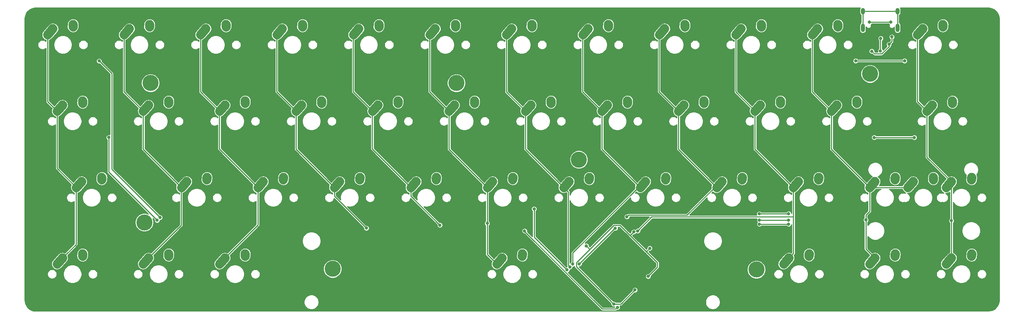
<source format=gbr>
G04 #@! TF.GenerationSoftware,KiCad,Pcbnew,(5.1.4)-1*
G04 #@! TF.CreationDate,2020-11-14T13:14:41-08:00*
G04 #@! TF.ProjectId,vanish,76616e69-7368-42e6-9b69-6361645f7063,rev?*
G04 #@! TF.SameCoordinates,Original*
G04 #@! TF.FileFunction,Copper,L1,Top*
G04 #@! TF.FilePolarity,Positive*
%FSLAX46Y46*%
G04 Gerber Fmt 4.6, Leading zero omitted, Abs format (unit mm)*
G04 Created by KiCad (PCBNEW (5.1.4)-1) date 2020-11-14 13:14:41*
%MOMM*%
%LPD*%
G04 APERTURE LIST*
%ADD10C,2.250000*%
%ADD11C,2.250000*%
%ADD12O,1.000000X2.100000*%
%ADD13O,1.000000X1.600000*%
%ADD14C,0.500000*%
%ADD15C,4.000000*%
%ADD16C,0.800000*%
%ADD17C,0.250000*%
%ADD18C,0.254000*%
G04 APERTURE END LIST*
D10*
X135612500Y-79343750D03*
X134957501Y-80073750D03*
D11*
X134302500Y-80803750D02*
X135612502Y-79343750D01*
D10*
X140652500Y-78263750D03*
X140632500Y-78553750D03*
D11*
X140612500Y-78843750D02*
X140652500Y-78263750D01*
D12*
X225470000Y-21980000D03*
X234110000Y-21980000D03*
D13*
X225470000Y-17800000D03*
X234110000Y-17800000D03*
D14*
X155778800Y-53765500D03*
X153658800Y-53765500D03*
X153658800Y-55885500D03*
X155778800Y-55885500D03*
X154718800Y-53325500D03*
X154718800Y-56325500D03*
X153218800Y-54825500D03*
X156218800Y-54825500D03*
D15*
X154718800Y-54825500D03*
D14*
X200028799Y-81165401D03*
X197908799Y-81165401D03*
X197908799Y-83285401D03*
X200028799Y-83285401D03*
X198968799Y-80725401D03*
X198968799Y-83725401D03*
X197468799Y-82225401D03*
X200468799Y-82225401D03*
D15*
X198968799Y-82225401D03*
D14*
X228328800Y-32365500D03*
X226208800Y-32365500D03*
X226208800Y-34485500D03*
X228328800Y-34485500D03*
X227268800Y-31925500D03*
X227268800Y-34925500D03*
X225768800Y-33425500D03*
X228768800Y-33425500D03*
D15*
X227268800Y-33425500D03*
D14*
X125291506Y-34665501D03*
X123171506Y-34665501D03*
X123171506Y-36785501D03*
X125291506Y-36785501D03*
X124231506Y-34225501D03*
X124231506Y-37225501D03*
X122731506Y-35725501D03*
X125731506Y-35725501D03*
D15*
X124231506Y-35725501D03*
D14*
X94441506Y-80965401D03*
X92321506Y-80965401D03*
X92321506Y-83085401D03*
X94441506Y-83085401D03*
X93381506Y-80525401D03*
X93381506Y-83525401D03*
X91881506Y-82025401D03*
X94881506Y-82025401D03*
D15*
X93381506Y-82025401D03*
D14*
X47541506Y-69415401D03*
X45421506Y-69415401D03*
X45421506Y-71535401D03*
X47541506Y-71535401D03*
X46481506Y-68975401D03*
X46481506Y-71975401D03*
X44981506Y-70475401D03*
X47981506Y-70475401D03*
D15*
X46481506Y-70475401D03*
D14*
X49091506Y-34665500D03*
X46971506Y-34665500D03*
X46971506Y-36785500D03*
X49091506Y-36785500D03*
X48031506Y-34225500D03*
X48031506Y-37225500D03*
X46531506Y-35725500D03*
X49531506Y-35725500D03*
D15*
X48031506Y-35725500D03*
D10*
X190381250Y-60293750D03*
X189726251Y-61023750D03*
D11*
X189071250Y-61753750D02*
X190381252Y-60293750D01*
D10*
X195421250Y-59213750D03*
X195401250Y-59503750D03*
D11*
X195381250Y-59793750D02*
X195421250Y-59213750D01*
D10*
X240387500Y-22193750D03*
X239732501Y-22923750D03*
D11*
X239077500Y-23653750D02*
X240387502Y-22193750D01*
D10*
X245427500Y-21113750D03*
X245407500Y-21403750D03*
D11*
X245387500Y-21693750D02*
X245427500Y-21113750D01*
D10*
X85606250Y-41243750D03*
X84951251Y-41973750D03*
D11*
X84296250Y-42703750D02*
X85606252Y-41243750D01*
D10*
X90646250Y-40163750D03*
X90626250Y-40453750D03*
D11*
X90606250Y-40743750D02*
X90646250Y-40163750D01*
D10*
X247531250Y-79343750D03*
X246876251Y-80073750D03*
D11*
X246221250Y-80803750D02*
X247531252Y-79343750D01*
D10*
X252571250Y-78263750D03*
X252551250Y-78553750D03*
D11*
X252531250Y-78843750D02*
X252571250Y-78263750D01*
D10*
X207050000Y-79343750D03*
X206395001Y-80073750D03*
D11*
X205740000Y-80803750D02*
X207050002Y-79343750D01*
D10*
X212090000Y-78263750D03*
X212070000Y-78553750D03*
D11*
X212050000Y-78843750D02*
X212090000Y-78263750D01*
D10*
X238006250Y-60293750D03*
X237351251Y-61023750D03*
D11*
X236696250Y-61753750D02*
X238006252Y-60293750D01*
D10*
X243046250Y-59213750D03*
X243026250Y-59503750D03*
D11*
X243006250Y-59793750D02*
X243046250Y-59213750D01*
D10*
X26075000Y-79343750D03*
X25420001Y-80073750D03*
D11*
X24765000Y-80803750D02*
X26075002Y-79343750D01*
D10*
X31115000Y-78263750D03*
X31095000Y-78553750D03*
D11*
X31075000Y-78843750D02*
X31115000Y-78263750D01*
D10*
X30837500Y-60293750D03*
X30182501Y-61023750D03*
D11*
X29527500Y-61753750D02*
X30837502Y-60293750D01*
D10*
X35877500Y-59213750D03*
X35857500Y-59503750D03*
D11*
X35837500Y-59793750D02*
X35877500Y-59213750D01*
D10*
X242768750Y-41243750D03*
X242113751Y-41973750D03*
D11*
X241458750Y-42703750D02*
X242768752Y-41243750D01*
D10*
X247808750Y-40163750D03*
X247788750Y-40453750D03*
D11*
X247768750Y-40743750D02*
X247808750Y-40163750D01*
D10*
X26075000Y-41243750D03*
X25420001Y-41973750D03*
D11*
X24765000Y-42703750D02*
X26075002Y-41243750D01*
D10*
X31115000Y-40163750D03*
X31095000Y-40453750D03*
D11*
X31075000Y-40743750D02*
X31115000Y-40163750D01*
D10*
X228481250Y-79343750D03*
X227826251Y-80073750D03*
D11*
X227171250Y-80803750D02*
X228481252Y-79343750D01*
D10*
X233521250Y-78263750D03*
X233501250Y-78553750D03*
D11*
X233481250Y-78843750D02*
X233521250Y-78263750D01*
D10*
X66556250Y-79343750D03*
X65901251Y-80073750D03*
D11*
X65246250Y-80803750D02*
X66556252Y-79343750D01*
D10*
X71596250Y-78263750D03*
X71576250Y-78553750D03*
D11*
X71556250Y-78843750D02*
X71596250Y-78263750D01*
D10*
X47506250Y-79343750D03*
X46851251Y-80073750D03*
D11*
X46196250Y-80803750D02*
X47506252Y-79343750D01*
D10*
X52546250Y-78263750D03*
X52526250Y-78553750D03*
D11*
X52506250Y-78843750D02*
X52546250Y-78263750D01*
D10*
X247531250Y-60293750D03*
X246876251Y-61023750D03*
D11*
X246221250Y-61753750D02*
X247531252Y-60293750D01*
D10*
X252571250Y-59213750D03*
X252551250Y-59503750D03*
D11*
X252531250Y-59793750D02*
X252571250Y-59213750D01*
D10*
X228481250Y-60293750D03*
X227826251Y-61023750D03*
D11*
X227171250Y-61753750D02*
X228481252Y-60293750D01*
D10*
X233521250Y-59213750D03*
X233501250Y-59503750D03*
D11*
X233481250Y-59793750D02*
X233521250Y-59213750D01*
D10*
X209431250Y-60293750D03*
X208776251Y-61023750D03*
D11*
X208121250Y-61753750D02*
X209431252Y-60293750D01*
D10*
X214471250Y-59213750D03*
X214451250Y-59503750D03*
D11*
X214431250Y-59793750D02*
X214471250Y-59213750D01*
D10*
X171331250Y-60293750D03*
X170676251Y-61023750D03*
D11*
X170021250Y-61753750D02*
X171331252Y-60293750D01*
D10*
X176371250Y-59213750D03*
X176351250Y-59503750D03*
D11*
X176331250Y-59793750D02*
X176371250Y-59213750D01*
D10*
X152281250Y-60293750D03*
X151626251Y-61023750D03*
D11*
X150971250Y-61753750D02*
X152281252Y-60293750D01*
D10*
X157321250Y-59213750D03*
X157301250Y-59503750D03*
D11*
X157281250Y-59793750D02*
X157321250Y-59213750D01*
D10*
X133231250Y-60293750D03*
X132576251Y-61023750D03*
D11*
X131921250Y-61753750D02*
X133231252Y-60293750D01*
D10*
X138271250Y-59213750D03*
X138251250Y-59503750D03*
D11*
X138231250Y-59793750D02*
X138271250Y-59213750D01*
D10*
X114181250Y-60293750D03*
X113526251Y-61023750D03*
D11*
X112871250Y-61753750D02*
X114181252Y-60293750D01*
D10*
X119221250Y-59213750D03*
X119201250Y-59503750D03*
D11*
X119181250Y-59793750D02*
X119221250Y-59213750D01*
D10*
X95131250Y-60293750D03*
X94476251Y-61023750D03*
D11*
X93821250Y-61753750D02*
X95131252Y-60293750D01*
D10*
X100171250Y-59213750D03*
X100151250Y-59503750D03*
D11*
X100131250Y-59793750D02*
X100171250Y-59213750D01*
D10*
X76081250Y-60293750D03*
X75426251Y-61023750D03*
D11*
X74771250Y-61753750D02*
X76081252Y-60293750D01*
D10*
X81121250Y-59213750D03*
X81101250Y-59503750D03*
D11*
X81081250Y-59793750D02*
X81121250Y-59213750D01*
D10*
X57031250Y-60293750D03*
X56376251Y-61023750D03*
D11*
X55721250Y-61753750D02*
X57031252Y-60293750D01*
D10*
X62071250Y-59213750D03*
X62051250Y-59503750D03*
D11*
X62031250Y-59793750D02*
X62071250Y-59213750D01*
D10*
X218956250Y-41243750D03*
X218301251Y-41973750D03*
D11*
X217646250Y-42703750D02*
X218956252Y-41243750D01*
D10*
X223996250Y-40163750D03*
X223976250Y-40453750D03*
D11*
X223956250Y-40743750D02*
X223996250Y-40163750D01*
D10*
X199906250Y-41243750D03*
X199251251Y-41973750D03*
D11*
X198596250Y-42703750D02*
X199906252Y-41243750D01*
D10*
X204946250Y-40163750D03*
X204926250Y-40453750D03*
D11*
X204906250Y-40743750D02*
X204946250Y-40163750D01*
D10*
X180856250Y-41243750D03*
X180201251Y-41973750D03*
D11*
X179546250Y-42703750D02*
X180856252Y-41243750D01*
D10*
X185896250Y-40163750D03*
X185876250Y-40453750D03*
D11*
X185856250Y-40743750D02*
X185896250Y-40163750D01*
D10*
X161806250Y-41243750D03*
X161151251Y-41973750D03*
D11*
X160496250Y-42703750D02*
X161806252Y-41243750D01*
D10*
X166846250Y-40163750D03*
X166826250Y-40453750D03*
D11*
X166806250Y-40743750D02*
X166846250Y-40163750D01*
D10*
X142756250Y-41243750D03*
X142101251Y-41973750D03*
D11*
X141446250Y-42703750D02*
X142756252Y-41243750D01*
D10*
X147796250Y-40163750D03*
X147776250Y-40453750D03*
D11*
X147756250Y-40743750D02*
X147796250Y-40163750D01*
D10*
X123706250Y-41243750D03*
X123051251Y-41973750D03*
D11*
X122396250Y-42703750D02*
X123706252Y-41243750D01*
D10*
X128746250Y-40163750D03*
X128726250Y-40453750D03*
D11*
X128706250Y-40743750D02*
X128746250Y-40163750D01*
D10*
X104656250Y-41243750D03*
X104001251Y-41973750D03*
D11*
X103346250Y-42703750D02*
X104656252Y-41243750D01*
D10*
X109696250Y-40163750D03*
X109676250Y-40453750D03*
D11*
X109656250Y-40743750D02*
X109696250Y-40163750D01*
D10*
X66556250Y-41243750D03*
X65901251Y-41973750D03*
D11*
X65246250Y-42703750D02*
X66556252Y-41243750D01*
D10*
X71596250Y-40163750D03*
X71576250Y-40453750D03*
D11*
X71556250Y-40743750D02*
X71596250Y-40163750D01*
D10*
X47506250Y-41243750D03*
X46851251Y-41973750D03*
D11*
X46196250Y-42703750D02*
X47506252Y-41243750D01*
D10*
X52546250Y-40163750D03*
X52526250Y-40453750D03*
D11*
X52506250Y-40743750D02*
X52546250Y-40163750D01*
D10*
X214193750Y-22193750D03*
X213538751Y-22923750D03*
D11*
X212883750Y-23653750D02*
X214193752Y-22193750D01*
D10*
X219233750Y-21113750D03*
X219213750Y-21403750D03*
D11*
X219193750Y-21693750D02*
X219233750Y-21113750D01*
D10*
X195143750Y-22193750D03*
X194488751Y-22923750D03*
D11*
X193833750Y-23653750D02*
X195143752Y-22193750D01*
D10*
X200183750Y-21113750D03*
X200163750Y-21403750D03*
D11*
X200143750Y-21693750D02*
X200183750Y-21113750D01*
D10*
X176093750Y-22193750D03*
X175438751Y-22923750D03*
D11*
X174783750Y-23653750D02*
X176093752Y-22193750D01*
D10*
X181133750Y-21113750D03*
X181113750Y-21403750D03*
D11*
X181093750Y-21693750D02*
X181133750Y-21113750D01*
D10*
X157043750Y-22193750D03*
X156388751Y-22923750D03*
D11*
X155733750Y-23653750D02*
X157043752Y-22193750D01*
D10*
X162083750Y-21113750D03*
X162063750Y-21403750D03*
D11*
X162043750Y-21693750D02*
X162083750Y-21113750D01*
D10*
X137993750Y-22193750D03*
X137338751Y-22923750D03*
D11*
X136683750Y-23653750D02*
X137993752Y-22193750D01*
D10*
X143033750Y-21113750D03*
X143013750Y-21403750D03*
D11*
X142993750Y-21693750D02*
X143033750Y-21113750D01*
D10*
X118943750Y-22193750D03*
X118288751Y-22923750D03*
D11*
X117633750Y-23653750D02*
X118943752Y-22193750D01*
D10*
X123983750Y-21113750D03*
X123963750Y-21403750D03*
D11*
X123943750Y-21693750D02*
X123983750Y-21113750D01*
D10*
X99893750Y-22193750D03*
X99238751Y-22923750D03*
D11*
X98583750Y-23653750D02*
X99893752Y-22193750D01*
D10*
X104933750Y-21113750D03*
X104913750Y-21403750D03*
D11*
X104893750Y-21693750D02*
X104933750Y-21113750D01*
D10*
X80843750Y-22193750D03*
X80188751Y-22923750D03*
D11*
X79533750Y-23653750D02*
X80843752Y-22193750D01*
D10*
X85883750Y-21113750D03*
X85863750Y-21403750D03*
D11*
X85843750Y-21693750D02*
X85883750Y-21113750D01*
D10*
X61793750Y-22193750D03*
X61138751Y-22923750D03*
D11*
X60483750Y-23653750D02*
X61793752Y-22193750D01*
D10*
X66833750Y-21113750D03*
X66813750Y-21403750D03*
D11*
X66793750Y-21693750D02*
X66833750Y-21113750D01*
D10*
X42743750Y-22193750D03*
X42088751Y-22923750D03*
D11*
X41433750Y-23653750D02*
X42743752Y-22193750D01*
D10*
X47783750Y-21113750D03*
X47763750Y-21403750D03*
D11*
X47743750Y-21693750D02*
X47783750Y-21113750D01*
D10*
X23693750Y-22193750D03*
X23038751Y-22923750D03*
D11*
X22383750Y-23653750D02*
X23693752Y-22193750D01*
D10*
X28733750Y-21113750D03*
X28713750Y-21403750D03*
D11*
X28693750Y-21693750D02*
X28733750Y-21113750D01*
D16*
X227700000Y-26100000D03*
X150140000Y-89500000D03*
X148710000Y-90330000D03*
X164340000Y-69700000D03*
X166470000Y-67200000D03*
X168260000Y-69590000D03*
X156190000Y-85780000D03*
X51200000Y-71400000D03*
X59600000Y-68900000D03*
X227137158Y-20553324D03*
X232462842Y-20553324D03*
X232699162Y-24219445D03*
X232000001Y-26073848D03*
X227700000Y-27800000D03*
X223700000Y-30200000D03*
X235900000Y-30200000D03*
X35225000Y-30225000D03*
X50369608Y-69228749D03*
X238300000Y-49300000D03*
X228300000Y-49300000D03*
X37625000Y-49275000D03*
X49662500Y-69937500D03*
X199675000Y-68325000D03*
X207000000Y-68300000D03*
X151791717Y-82266411D03*
X143600000Y-67100000D03*
X101800000Y-71875000D03*
X120100000Y-71149999D03*
X131921250Y-70678750D03*
X152498825Y-81559302D03*
X153205934Y-80852194D03*
X154825153Y-80800153D03*
X163800000Y-71925000D03*
X166700000Y-69050000D03*
X169390351Y-72590351D03*
X199700000Y-69900000D03*
X207000000Y-69900000D03*
X226249349Y-69850651D03*
X199700000Y-70900003D03*
X207000000Y-70900000D03*
X247531250Y-70031250D03*
X164360000Y-91630000D03*
X141200000Y-72600000D03*
X229843539Y-27720220D03*
X229922289Y-24603030D03*
X168700000Y-87300000D03*
X172000000Y-83900000D03*
X168400000Y-72800000D03*
X172400000Y-76900000D03*
X156600000Y-76300000D03*
X163400000Y-90800000D03*
D17*
X225480000Y-18850000D02*
X225480000Y-21980000D01*
X225480000Y-17800000D02*
X225480000Y-18850000D01*
X234120000Y-21980000D02*
X234120000Y-17800000D01*
X233370000Y-17800000D02*
X225480000Y-17800000D01*
X234120000Y-17800000D02*
X233370000Y-17800000D01*
X232462842Y-20553324D02*
X227137158Y-20553324D01*
X232699162Y-24219445D02*
X232699162Y-25374687D01*
X232699162Y-25374687D02*
X232000001Y-26073848D01*
X228345221Y-28445221D02*
X227700000Y-27800000D01*
X230194313Y-28445221D02*
X228345221Y-28445221D01*
X232000001Y-26073848D02*
X232000001Y-26639533D01*
X232000001Y-26639533D02*
X230194313Y-28445221D01*
X223700000Y-30200000D02*
X235900000Y-30200000D01*
X38350001Y-33350001D02*
X35225000Y-30225000D01*
X50369608Y-69228749D02*
X38350001Y-57209142D01*
X38350001Y-57209142D02*
X38350001Y-33350001D01*
X238300000Y-49300000D02*
X228300000Y-49300000D01*
X37625000Y-49275000D02*
X37625000Y-57900000D01*
X37625000Y-57900000D02*
X49662500Y-69937500D01*
X199675000Y-68325000D02*
X206975000Y-68325000D01*
X206975000Y-68325000D02*
X207000000Y-68300000D01*
X151391718Y-81866412D02*
X151366412Y-81866412D01*
X151791717Y-82266411D02*
X151391718Y-81866412D01*
X151366412Y-81866412D02*
X143600000Y-74100000D01*
X143600000Y-74100000D02*
X143600000Y-67100000D01*
X22383750Y-40322500D02*
X24765000Y-42703750D01*
X22383750Y-23653750D02*
X22383750Y-40322500D01*
X24765000Y-56991250D02*
X29527500Y-61753750D01*
X24765000Y-42703750D02*
X24765000Y-56991250D01*
X27199999Y-78218751D02*
X26075000Y-79343750D01*
X29457501Y-75961249D02*
X27199999Y-78218751D01*
X29457501Y-61823749D02*
X29457501Y-75961249D01*
X29527500Y-61753750D02*
X29457501Y-61823749D01*
X41433750Y-37941250D02*
X46196250Y-42703750D01*
X41433750Y-23653750D02*
X41433750Y-37941250D01*
X46196250Y-52228750D02*
X55721250Y-61753750D01*
X46196250Y-42703750D02*
X46196250Y-52228750D01*
X48631249Y-78218751D02*
X47506250Y-79343750D01*
X55651251Y-71198749D02*
X48631249Y-78218751D01*
X55651251Y-61823749D02*
X55651251Y-71198749D01*
X55721250Y-61753750D02*
X55651251Y-61823749D01*
X65246250Y-80653750D02*
X66556250Y-79343750D01*
X65246250Y-80803750D02*
X65246250Y-80653750D01*
X74771250Y-71128750D02*
X74771250Y-61753750D01*
X66556250Y-79343750D02*
X74771250Y-71128750D01*
X65176251Y-42773749D02*
X65246250Y-42703750D01*
X65176251Y-52158751D02*
X65176251Y-42773749D01*
X74771250Y-61753750D02*
X65176251Y-52158751D01*
X60483750Y-37941250D02*
X60483750Y-23653750D01*
X65246250Y-42703750D02*
X60483750Y-37941250D01*
X79463751Y-37871251D02*
X84296250Y-42703750D01*
X79463751Y-23723749D02*
X79463751Y-37871251D01*
X79533750Y-23653750D02*
X79463751Y-23723749D01*
X84296250Y-52228750D02*
X93821250Y-61753750D01*
X84296250Y-42703750D02*
X84296250Y-52228750D01*
X93821250Y-61753750D02*
X93821250Y-63915724D01*
X101780526Y-71875000D02*
X101800000Y-71875000D01*
X93821250Y-63915724D02*
X101780526Y-71875000D01*
X103276251Y-42773749D02*
X103346250Y-42703750D01*
X103276251Y-52158751D02*
X103276251Y-42773749D01*
X112871250Y-61753750D02*
X103276251Y-52158751D01*
X98513751Y-23723749D02*
X98583750Y-23653750D01*
X98513751Y-37871251D02*
X98513751Y-23723749D01*
X103346250Y-42703750D02*
X98513751Y-37871251D01*
X120100000Y-71144474D02*
X120100000Y-71149999D01*
X112871250Y-61753750D02*
X112871250Y-63915724D01*
X112871250Y-63915724D02*
X120100000Y-71144474D01*
X117563751Y-37871251D02*
X122396250Y-42703750D01*
X117563751Y-23723749D02*
X117563751Y-37871251D01*
X117633750Y-23653750D02*
X117563751Y-23723749D01*
X122396250Y-52228750D02*
X131921250Y-61753750D01*
X122396250Y-42703750D02*
X122396250Y-52228750D01*
X131921250Y-78422500D02*
X134302500Y-80803750D01*
X131921250Y-61753750D02*
X131921250Y-70678750D01*
X131921250Y-70678750D02*
X131921250Y-78422500D01*
X141446250Y-52228750D02*
X150971250Y-61753750D01*
X141446250Y-42703750D02*
X141446250Y-52228750D01*
X136683750Y-37941250D02*
X141446250Y-42703750D01*
X136683750Y-23653750D02*
X136683750Y-37941250D01*
X152098826Y-62881326D02*
X150971250Y-61753750D01*
X152098826Y-81159303D02*
X152098826Y-62881326D01*
X152498825Y-81559302D02*
X152098826Y-81159303D01*
X155663751Y-23723749D02*
X155663751Y-37871251D01*
X155663751Y-37871251D02*
X160496250Y-42703750D01*
X155733750Y-23653750D02*
X155663751Y-23723749D01*
X160496250Y-52228750D02*
X170021250Y-61753750D01*
X160496250Y-42703750D02*
X160496250Y-52228750D01*
X169515248Y-61753750D02*
X170021250Y-61753750D01*
X153205934Y-78063064D02*
X169515248Y-61753750D01*
X153205934Y-80852194D02*
X153205934Y-78063064D01*
X174713751Y-37871251D02*
X179546250Y-42703750D01*
X174713751Y-23723749D02*
X174713751Y-37871251D01*
X174783750Y-23653750D02*
X174713751Y-23723749D01*
X179546250Y-52228750D02*
X189071250Y-61753750D01*
X179546250Y-42703750D02*
X179546250Y-52228750D01*
X154825153Y-80800153D02*
X163700306Y-71925000D01*
X163700306Y-71925000D02*
X163800000Y-71925000D01*
X181668997Y-68650001D02*
X188565248Y-61753750D01*
X167099999Y-68650001D02*
X181668997Y-68650001D01*
X188565248Y-61753750D02*
X189071250Y-61753750D01*
X166700000Y-69050000D02*
X167099999Y-68650001D01*
X193833750Y-37941250D02*
X198596250Y-42703750D01*
X193833750Y-23653750D02*
X193833750Y-37941250D01*
X198596250Y-52228750D02*
X208121250Y-61753750D01*
X198596250Y-42703750D02*
X198596250Y-52228750D01*
X208174999Y-78218751D02*
X207050000Y-79343750D01*
X208121250Y-61753750D02*
X208174999Y-61807499D01*
X208174999Y-69025001D02*
X208174999Y-78218751D01*
X208174999Y-61807499D02*
X208174999Y-69025001D01*
X172880691Y-69100011D02*
X169390351Y-72590351D01*
X208174999Y-69025001D02*
X208099989Y-69100011D01*
X208099989Y-69100011D02*
X172880691Y-69100011D01*
X212883750Y-37941250D02*
X217646250Y-42703750D01*
X212883750Y-23653750D02*
X212883750Y-37941250D01*
X217646250Y-52228750D02*
X227171250Y-61753750D01*
X217646250Y-42703750D02*
X217646250Y-52228750D01*
X229941250Y-61753750D02*
X227171250Y-61753750D01*
X236696250Y-61753750D02*
X229941250Y-61753750D01*
X227356251Y-78218751D02*
X228481250Y-79343750D01*
X226249349Y-77111849D02*
X227356251Y-78218751D01*
X227171250Y-67719776D02*
X226249349Y-68641677D01*
X227171250Y-61753750D02*
X227171250Y-67719776D01*
X199700000Y-69900000D02*
X207000000Y-69900000D01*
X227171250Y-61753750D02*
X226446250Y-61753750D01*
X226249349Y-69850651D02*
X226249349Y-77111849D01*
X226249349Y-68641677D02*
X226249349Y-69850651D01*
X246221250Y-80803750D02*
X247531250Y-79493750D01*
X241458750Y-54221250D02*
X247531250Y-60293750D01*
X241458750Y-42703750D02*
X241458750Y-54221250D01*
X239077500Y-40322500D02*
X241458750Y-42703750D01*
X239077500Y-23653750D02*
X239077500Y-40322500D01*
X200265685Y-70900003D02*
X200265688Y-70900000D01*
X199700000Y-70900003D02*
X200265685Y-70900003D01*
X200265688Y-70900000D02*
X206800000Y-70900000D01*
X206800000Y-70900000D02*
X207000000Y-70900000D01*
X247531250Y-79493750D02*
X247531250Y-70031250D01*
X247531250Y-70031250D02*
X247531250Y-60293750D01*
X141200000Y-72700000D02*
X141200000Y-72600000D01*
X160529999Y-92029999D02*
X141200000Y-72700000D01*
X163960001Y-92029999D02*
X160529999Y-92029999D01*
X164360000Y-91630000D02*
X163960001Y-92029999D01*
X229843539Y-27720220D02*
X229843539Y-24681780D01*
X229843539Y-24681780D02*
X229922289Y-24603030D01*
X168700000Y-87300000D02*
X165200000Y-90800000D01*
X160400000Y-87800000D02*
X154100000Y-81500000D01*
X154100000Y-81500000D02*
X154100000Y-80500000D01*
X154100000Y-80500000D02*
X156500000Y-78100000D01*
X165700000Y-71900000D02*
X166700000Y-72900000D01*
X165000000Y-71200000D02*
X165700000Y-71900000D01*
X163400000Y-71200000D02*
X165000000Y-71200000D01*
X173300000Y-82600000D02*
X172000000Y-83900000D01*
X174300000Y-81600000D02*
X173300000Y-82600000D01*
X172400000Y-78600000D02*
X174300000Y-80500000D01*
X174300000Y-80500000D02*
X174300000Y-81600000D01*
X162000000Y-89400000D02*
X160400000Y-87800000D01*
X156500000Y-78100000D02*
X157250000Y-77350000D01*
X167500000Y-73700000D02*
X168400000Y-72800000D01*
X166700000Y-72900000D02*
X167500000Y-73700000D01*
X171600000Y-77700000D02*
X172400000Y-76900000D01*
X171600000Y-77800000D02*
X171600000Y-77700000D01*
X171600000Y-77800000D02*
X172400000Y-78600000D01*
X167500000Y-73700000D02*
X171600000Y-77800000D01*
X157350000Y-77050000D02*
X156600000Y-76300000D01*
X157350000Y-77250000D02*
X157350000Y-77050000D01*
X157350000Y-77250000D02*
X163400000Y-71200000D01*
X157250000Y-77350000D02*
X157350000Y-77250000D01*
X164300000Y-90800000D02*
X163400000Y-90800000D01*
X165200000Y-90800000D02*
X164300000Y-90800000D01*
X162600000Y-90000000D02*
X162800000Y-90200000D01*
X162600000Y-90000000D02*
X162000000Y-89400000D01*
X163125000Y-90525000D02*
X163400000Y-90800000D01*
X163125000Y-90525000D02*
X162600000Y-90000000D01*
D18*
G36*
X224779048Y-17038322D02*
G01*
X224702255Y-17181991D01*
X224654966Y-17337881D01*
X224643000Y-17459377D01*
X224643000Y-18140624D01*
X224654966Y-18262120D01*
X224702255Y-18418010D01*
X224779049Y-18561679D01*
X224882395Y-18687606D01*
X225008322Y-18790952D01*
X225028001Y-18801471D01*
X225028001Y-18827786D01*
X225028000Y-18827796D01*
X225028001Y-20728529D01*
X225008321Y-20739048D01*
X224882394Y-20842394D01*
X224779048Y-20968322D01*
X224702255Y-21111991D01*
X224654966Y-21267881D01*
X224643000Y-21389377D01*
X224643001Y-22570624D01*
X224654967Y-22692120D01*
X224702256Y-22848010D01*
X224779049Y-22991679D01*
X224882395Y-23117606D01*
X225008322Y-23220952D01*
X225151991Y-23297745D01*
X225307881Y-23345034D01*
X225470000Y-23361001D01*
X225632120Y-23345034D01*
X225788010Y-23297745D01*
X225931679Y-23220952D01*
X226057606Y-23117606D01*
X226160952Y-22991679D01*
X226237745Y-22848010D01*
X226285034Y-22692120D01*
X226297000Y-22570624D01*
X226297000Y-21697987D01*
X226322205Y-21758838D01*
X226393558Y-21865626D01*
X226484374Y-21956442D01*
X226591162Y-22027795D01*
X226709819Y-22076944D01*
X226835784Y-22102000D01*
X226964216Y-22102000D01*
X227090181Y-22076944D01*
X227208838Y-22027795D01*
X227315626Y-21956442D01*
X227406442Y-21865626D01*
X227477795Y-21758838D01*
X227526944Y-21640181D01*
X227552000Y-21514216D01*
X227552000Y-21385784D01*
X227526944Y-21259819D01*
X227496907Y-21187303D01*
X227600594Y-21118022D01*
X227701856Y-21016760D01*
X227709497Y-21005324D01*
X231890503Y-21005324D01*
X231898144Y-21016760D01*
X231999406Y-21118022D01*
X232087428Y-21176836D01*
X232053056Y-21259819D01*
X232028000Y-21385784D01*
X232028000Y-21514216D01*
X232053056Y-21640181D01*
X232102205Y-21758838D01*
X232173558Y-21865626D01*
X232264374Y-21956442D01*
X232371162Y-22027795D01*
X232489819Y-22076944D01*
X232615784Y-22102000D01*
X232744216Y-22102000D01*
X232870181Y-22076944D01*
X232988838Y-22027795D01*
X233095626Y-21956442D01*
X233186442Y-21865626D01*
X233257795Y-21758838D01*
X233283000Y-21697987D01*
X233283001Y-22570624D01*
X233294967Y-22692120D01*
X233342256Y-22848010D01*
X233419049Y-22991679D01*
X233522395Y-23117606D01*
X233648322Y-23220952D01*
X233791991Y-23297745D01*
X233947881Y-23345034D01*
X234110000Y-23361001D01*
X234272120Y-23345034D01*
X234428010Y-23297745D01*
X234571679Y-23220952D01*
X234697606Y-23117606D01*
X234800952Y-22991679D01*
X234877745Y-22848010D01*
X234925034Y-22692120D01*
X234937000Y-22570624D01*
X234937000Y-21389376D01*
X234925034Y-21267880D01*
X234877745Y-21111990D01*
X234800952Y-20968321D01*
X234697606Y-20842394D01*
X234572000Y-20739312D01*
X234572000Y-18790689D01*
X234697606Y-18687606D01*
X234800952Y-18561679D01*
X234877745Y-18418010D01*
X234925034Y-18262120D01*
X234937000Y-18140624D01*
X234937000Y-17459376D01*
X234925034Y-17337880D01*
X234877745Y-17181990D01*
X234800952Y-17038321D01*
X234792071Y-17027500D01*
X256751585Y-17027500D01*
X257282803Y-17079587D01*
X257777227Y-17228861D01*
X258233249Y-17471332D01*
X258633480Y-17797752D01*
X258962694Y-18195703D01*
X259208337Y-18650013D01*
X259361062Y-19143385D01*
X259416791Y-19673617D01*
X259416800Y-19676153D01*
X259416801Y-89858176D01*
X259364713Y-90389403D01*
X259215437Y-90883832D01*
X258972968Y-91339849D01*
X258646548Y-91740081D01*
X258248596Y-92069295D01*
X257794290Y-92314937D01*
X257300915Y-92467663D01*
X256770683Y-92523392D01*
X256768147Y-92523401D01*
X19398722Y-92523401D01*
X18867505Y-92471314D01*
X18373076Y-92322038D01*
X17917059Y-92079569D01*
X17516827Y-91753149D01*
X17187613Y-91355197D01*
X16941971Y-90900891D01*
X16789245Y-90407516D01*
X16761806Y-90146442D01*
X86261600Y-90146442D01*
X86261600Y-90511058D01*
X86332733Y-90868667D01*
X86472265Y-91205527D01*
X86674835Y-91508694D01*
X86932656Y-91766515D01*
X87235823Y-91969085D01*
X87572683Y-92108617D01*
X87930292Y-92179750D01*
X88294908Y-92179750D01*
X88652517Y-92108617D01*
X88989377Y-91969085D01*
X89292544Y-91766515D01*
X89550365Y-91508694D01*
X89752935Y-91205527D01*
X89892467Y-90868667D01*
X89963600Y-90511058D01*
X89963600Y-90146442D01*
X89892467Y-89788833D01*
X89752935Y-89451973D01*
X89550365Y-89148806D01*
X89292544Y-88890985D01*
X88989377Y-88688415D01*
X88652517Y-88548883D01*
X88294908Y-88477750D01*
X87930292Y-88477750D01*
X87572683Y-88548883D01*
X87235823Y-88688415D01*
X86932656Y-88890985D01*
X86674835Y-89148806D01*
X86472265Y-89451973D01*
X86332733Y-89788833D01*
X86261600Y-90146442D01*
X16761806Y-90146442D01*
X16733516Y-89877284D01*
X16733507Y-89874748D01*
X16733507Y-83225363D01*
X22293000Y-83225363D01*
X22293000Y-83462137D01*
X22339192Y-83694360D01*
X22429801Y-83913111D01*
X22561346Y-84109980D01*
X22728770Y-84277404D01*
X22925639Y-84408949D01*
X23144390Y-84499558D01*
X23376613Y-84545750D01*
X23613387Y-84545750D01*
X23845610Y-84499558D01*
X24064361Y-84408949D01*
X24261230Y-84277404D01*
X24428654Y-84109980D01*
X24560199Y-83913111D01*
X24650808Y-83694360D01*
X24697000Y-83462137D01*
X24697000Y-83225363D01*
X24675080Y-83115161D01*
X26254100Y-83115161D01*
X26254100Y-83572339D01*
X26343291Y-84020732D01*
X26518245Y-84443108D01*
X26772239Y-84823238D01*
X27095512Y-85146511D01*
X27475642Y-85400505D01*
X27898018Y-85575459D01*
X28346411Y-85664650D01*
X28803589Y-85664650D01*
X29251982Y-85575459D01*
X29674358Y-85400505D01*
X30054488Y-85146511D01*
X30377761Y-84823238D01*
X30631755Y-84443108D01*
X30806709Y-84020732D01*
X30895900Y-83572339D01*
X30895900Y-83225363D01*
X32453000Y-83225363D01*
X32453000Y-83462137D01*
X32499192Y-83694360D01*
X32589801Y-83913111D01*
X32721346Y-84109980D01*
X32888770Y-84277404D01*
X33085639Y-84408949D01*
X33304390Y-84499558D01*
X33536613Y-84545750D01*
X33773387Y-84545750D01*
X34005610Y-84499558D01*
X34224361Y-84408949D01*
X34421230Y-84277404D01*
X34588654Y-84109980D01*
X34720199Y-83913111D01*
X34810808Y-83694360D01*
X34857000Y-83462137D01*
X34857000Y-83225363D01*
X43724250Y-83225363D01*
X43724250Y-83462137D01*
X43770442Y-83694360D01*
X43861051Y-83913111D01*
X43992596Y-84109980D01*
X44160020Y-84277404D01*
X44356889Y-84408949D01*
X44575640Y-84499558D01*
X44807863Y-84545750D01*
X45044637Y-84545750D01*
X45276860Y-84499558D01*
X45495611Y-84408949D01*
X45692480Y-84277404D01*
X45859904Y-84109980D01*
X45991449Y-83913111D01*
X46082058Y-83694360D01*
X46128250Y-83462137D01*
X46128250Y-83225363D01*
X46106330Y-83115161D01*
X47685350Y-83115161D01*
X47685350Y-83572339D01*
X47774541Y-84020732D01*
X47949495Y-84443108D01*
X48203489Y-84823238D01*
X48526762Y-85146511D01*
X48906892Y-85400505D01*
X49329268Y-85575459D01*
X49777661Y-85664650D01*
X50234839Y-85664650D01*
X50683232Y-85575459D01*
X51105608Y-85400505D01*
X51485738Y-85146511D01*
X51809011Y-84823238D01*
X52063005Y-84443108D01*
X52237959Y-84020732D01*
X52327150Y-83572339D01*
X52327150Y-83225363D01*
X53884250Y-83225363D01*
X53884250Y-83462137D01*
X53930442Y-83694360D01*
X54021051Y-83913111D01*
X54152596Y-84109980D01*
X54320020Y-84277404D01*
X54516889Y-84408949D01*
X54735640Y-84499558D01*
X54967863Y-84545750D01*
X55204637Y-84545750D01*
X55436860Y-84499558D01*
X55655611Y-84408949D01*
X55852480Y-84277404D01*
X56019904Y-84109980D01*
X56151449Y-83913111D01*
X56242058Y-83694360D01*
X56288250Y-83462137D01*
X56288250Y-83225363D01*
X62774250Y-83225363D01*
X62774250Y-83462137D01*
X62820442Y-83694360D01*
X62911051Y-83913111D01*
X63042596Y-84109980D01*
X63210020Y-84277404D01*
X63406889Y-84408949D01*
X63625640Y-84499558D01*
X63857863Y-84545750D01*
X64094637Y-84545750D01*
X64326860Y-84499558D01*
X64545611Y-84408949D01*
X64742480Y-84277404D01*
X64909904Y-84109980D01*
X65041449Y-83913111D01*
X65132058Y-83694360D01*
X65178250Y-83462137D01*
X65178250Y-83225363D01*
X65156330Y-83115161D01*
X66735350Y-83115161D01*
X66735350Y-83572339D01*
X66824541Y-84020732D01*
X66999495Y-84443108D01*
X67253489Y-84823238D01*
X67576762Y-85146511D01*
X67956892Y-85400505D01*
X68379268Y-85575459D01*
X68827661Y-85664650D01*
X69284839Y-85664650D01*
X69733232Y-85575459D01*
X70155608Y-85400505D01*
X70535738Y-85146511D01*
X70859011Y-84823238D01*
X71113005Y-84443108D01*
X71287959Y-84020732D01*
X71377150Y-83572339D01*
X71377150Y-83225363D01*
X72934250Y-83225363D01*
X72934250Y-83462137D01*
X72980442Y-83694360D01*
X73071051Y-83913111D01*
X73202596Y-84109980D01*
X73370020Y-84277404D01*
X73566889Y-84408949D01*
X73785640Y-84499558D01*
X74017863Y-84545750D01*
X74254637Y-84545750D01*
X74486860Y-84499558D01*
X74705611Y-84408949D01*
X74902480Y-84277404D01*
X75069904Y-84109980D01*
X75201449Y-83913111D01*
X75292058Y-83694360D01*
X75338250Y-83462137D01*
X75338250Y-83225363D01*
X75292058Y-82993140D01*
X75201449Y-82774389D01*
X75069904Y-82577520D01*
X74902480Y-82410096D01*
X74705611Y-82278551D01*
X74486860Y-82187942D01*
X74254637Y-82141750D01*
X74017863Y-82141750D01*
X73785640Y-82187942D01*
X73566889Y-82278551D01*
X73370020Y-82410096D01*
X73202596Y-82577520D01*
X73071051Y-82774389D01*
X72980442Y-82993140D01*
X72934250Y-83225363D01*
X71377150Y-83225363D01*
X71377150Y-83115161D01*
X71287959Y-82666768D01*
X71113005Y-82244392D01*
X70859011Y-81864262D01*
X70790961Y-81796212D01*
X91054506Y-81796212D01*
X91054506Y-82254590D01*
X91143932Y-82704162D01*
X91319346Y-83127649D01*
X91574007Y-83508777D01*
X91898130Y-83832900D01*
X92279258Y-84087561D01*
X92702745Y-84262975D01*
X93152317Y-84352401D01*
X93610695Y-84352401D01*
X94060267Y-84262975D01*
X94483754Y-84087561D01*
X94864882Y-83832900D01*
X95189005Y-83508777D01*
X95378375Y-83225363D01*
X131830500Y-83225363D01*
X131830500Y-83462137D01*
X131876692Y-83694360D01*
X131967301Y-83913111D01*
X132098846Y-84109980D01*
X132266270Y-84277404D01*
X132463139Y-84408949D01*
X132681890Y-84499558D01*
X132914113Y-84545750D01*
X133150887Y-84545750D01*
X133383110Y-84499558D01*
X133601861Y-84408949D01*
X133798730Y-84277404D01*
X133966154Y-84109980D01*
X134097699Y-83913111D01*
X134188308Y-83694360D01*
X134234500Y-83462137D01*
X134234500Y-83225363D01*
X134212580Y-83115161D01*
X135791600Y-83115161D01*
X135791600Y-83572339D01*
X135880791Y-84020732D01*
X136055745Y-84443108D01*
X136309739Y-84823238D01*
X136633012Y-85146511D01*
X137013142Y-85400505D01*
X137435518Y-85575459D01*
X137883911Y-85664650D01*
X138341089Y-85664650D01*
X138789482Y-85575459D01*
X139211858Y-85400505D01*
X139591988Y-85146511D01*
X139915261Y-84823238D01*
X140169255Y-84443108D01*
X140344209Y-84020732D01*
X140433400Y-83572339D01*
X140433400Y-83225363D01*
X141990500Y-83225363D01*
X141990500Y-83462137D01*
X142036692Y-83694360D01*
X142127301Y-83913111D01*
X142258846Y-84109980D01*
X142426270Y-84277404D01*
X142623139Y-84408949D01*
X142841890Y-84499558D01*
X143074113Y-84545750D01*
X143310887Y-84545750D01*
X143543110Y-84499558D01*
X143761861Y-84408949D01*
X143958730Y-84277404D01*
X144126154Y-84109980D01*
X144257699Y-83913111D01*
X144348308Y-83694360D01*
X144394500Y-83462137D01*
X144394500Y-83225363D01*
X144348308Y-82993140D01*
X144257699Y-82774389D01*
X144126154Y-82577520D01*
X143958730Y-82410096D01*
X143761861Y-82278551D01*
X143543110Y-82187942D01*
X143310887Y-82141750D01*
X143074113Y-82141750D01*
X142841890Y-82187942D01*
X142623139Y-82278551D01*
X142426270Y-82410096D01*
X142258846Y-82577520D01*
X142127301Y-82774389D01*
X142036692Y-82993140D01*
X141990500Y-83225363D01*
X140433400Y-83225363D01*
X140433400Y-83115161D01*
X140344209Y-82666768D01*
X140169255Y-82244392D01*
X139915261Y-81864262D01*
X139591988Y-81540989D01*
X139211858Y-81286995D01*
X138789482Y-81112041D01*
X138341089Y-81022850D01*
X137883911Y-81022850D01*
X137435518Y-81112041D01*
X137013142Y-81286995D01*
X136633012Y-81540989D01*
X136309739Y-81864262D01*
X136055745Y-82244392D01*
X135880791Y-82666768D01*
X135791600Y-83115161D01*
X134212580Y-83115161D01*
X134188308Y-82993140D01*
X134097699Y-82774389D01*
X133966154Y-82577520D01*
X133798730Y-82410096D01*
X133601861Y-82278551D01*
X133383110Y-82187942D01*
X133150887Y-82141750D01*
X132914113Y-82141750D01*
X132681890Y-82187942D01*
X132463139Y-82278551D01*
X132266270Y-82410096D01*
X132098846Y-82577520D01*
X131967301Y-82774389D01*
X131876692Y-82993140D01*
X131830500Y-83225363D01*
X95378375Y-83225363D01*
X95443666Y-83127649D01*
X95619080Y-82704162D01*
X95708506Y-82254590D01*
X95708506Y-81796212D01*
X95619080Y-81346640D01*
X95443666Y-80923153D01*
X95189005Y-80542025D01*
X94864882Y-80217902D01*
X94483754Y-79963241D01*
X94060267Y-79787827D01*
X93610695Y-79698401D01*
X93152317Y-79698401D01*
X92702745Y-79787827D01*
X92279258Y-79963241D01*
X91898130Y-80217902D01*
X91574007Y-80542025D01*
X91319346Y-80923153D01*
X91143932Y-81346640D01*
X91054506Y-81796212D01*
X70790961Y-81796212D01*
X70535738Y-81540989D01*
X70155608Y-81286995D01*
X69733232Y-81112041D01*
X69284839Y-81022850D01*
X68827661Y-81022850D01*
X68379268Y-81112041D01*
X67956892Y-81286995D01*
X67576762Y-81540989D01*
X67253489Y-81864262D01*
X66999495Y-82244392D01*
X66824541Y-82666768D01*
X66735350Y-83115161D01*
X65156330Y-83115161D01*
X65132058Y-82993140D01*
X65041449Y-82774389D01*
X64909904Y-82577520D01*
X64742480Y-82410096D01*
X64545611Y-82278551D01*
X64326860Y-82187942D01*
X64094637Y-82141750D01*
X63857863Y-82141750D01*
X63625640Y-82187942D01*
X63406889Y-82278551D01*
X63210020Y-82410096D01*
X63042596Y-82577520D01*
X62911051Y-82774389D01*
X62820442Y-82993140D01*
X62774250Y-83225363D01*
X56288250Y-83225363D01*
X56242058Y-82993140D01*
X56151449Y-82774389D01*
X56019904Y-82577520D01*
X55852480Y-82410096D01*
X55655611Y-82278551D01*
X55436860Y-82187942D01*
X55204637Y-82141750D01*
X54967863Y-82141750D01*
X54735640Y-82187942D01*
X54516889Y-82278551D01*
X54320020Y-82410096D01*
X54152596Y-82577520D01*
X54021051Y-82774389D01*
X53930442Y-82993140D01*
X53884250Y-83225363D01*
X52327150Y-83225363D01*
X52327150Y-83115161D01*
X52237959Y-82666768D01*
X52063005Y-82244392D01*
X51809011Y-81864262D01*
X51485738Y-81540989D01*
X51105608Y-81286995D01*
X50683232Y-81112041D01*
X50234839Y-81022850D01*
X49777661Y-81022850D01*
X49329268Y-81112041D01*
X48906892Y-81286995D01*
X48526762Y-81540989D01*
X48203489Y-81864262D01*
X47949495Y-82244392D01*
X47774541Y-82666768D01*
X47685350Y-83115161D01*
X46106330Y-83115161D01*
X46082058Y-82993140D01*
X45991449Y-82774389D01*
X45859904Y-82577520D01*
X45692480Y-82410096D01*
X45495611Y-82278551D01*
X45276860Y-82187942D01*
X45044637Y-82141750D01*
X44807863Y-82141750D01*
X44575640Y-82187942D01*
X44356889Y-82278551D01*
X44160020Y-82410096D01*
X43992596Y-82577520D01*
X43861051Y-82774389D01*
X43770442Y-82993140D01*
X43724250Y-83225363D01*
X34857000Y-83225363D01*
X34810808Y-82993140D01*
X34720199Y-82774389D01*
X34588654Y-82577520D01*
X34421230Y-82410096D01*
X34224361Y-82278551D01*
X34005610Y-82187942D01*
X33773387Y-82141750D01*
X33536613Y-82141750D01*
X33304390Y-82187942D01*
X33085639Y-82278551D01*
X32888770Y-82410096D01*
X32721346Y-82577520D01*
X32589801Y-82774389D01*
X32499192Y-82993140D01*
X32453000Y-83225363D01*
X30895900Y-83225363D01*
X30895900Y-83115161D01*
X30806709Y-82666768D01*
X30631755Y-82244392D01*
X30377761Y-81864262D01*
X30054488Y-81540989D01*
X29674358Y-81286995D01*
X29251982Y-81112041D01*
X28803589Y-81022850D01*
X28346411Y-81022850D01*
X27898018Y-81112041D01*
X27475642Y-81286995D01*
X27095512Y-81540989D01*
X26772239Y-81864262D01*
X26518245Y-82244392D01*
X26343291Y-82666768D01*
X26254100Y-83115161D01*
X24675080Y-83115161D01*
X24650808Y-82993140D01*
X24560199Y-82774389D01*
X24428654Y-82577520D01*
X24261230Y-82410096D01*
X24064361Y-82278551D01*
X23845610Y-82187942D01*
X23613387Y-82141750D01*
X23376613Y-82141750D01*
X23144390Y-82187942D01*
X22925639Y-82278551D01*
X22728770Y-82410096D01*
X22561346Y-82577520D01*
X22429801Y-82774389D01*
X22339192Y-82993140D01*
X22293000Y-83225363D01*
X16733507Y-83225363D01*
X16733507Y-26075363D01*
X19911750Y-26075363D01*
X19911750Y-26312137D01*
X19957942Y-26544360D01*
X20048551Y-26763111D01*
X20180096Y-26959980D01*
X20347520Y-27127404D01*
X20544389Y-27258949D01*
X20763140Y-27349558D01*
X20995363Y-27395750D01*
X21232137Y-27395750D01*
X21464360Y-27349558D01*
X21683111Y-27258949D01*
X21879980Y-27127404D01*
X21931750Y-27075634D01*
X21931751Y-40300285D01*
X21929563Y-40322500D01*
X21938290Y-40411107D01*
X21964136Y-40496309D01*
X21964137Y-40496310D01*
X22006108Y-40574833D01*
X22062592Y-40643659D01*
X22079846Y-40657819D01*
X23469123Y-42047096D01*
X23388819Y-42219110D01*
X23320713Y-42496901D01*
X23308111Y-42782641D01*
X23351495Y-43065351D01*
X23449200Y-43334164D01*
X23597470Y-43578750D01*
X23790608Y-43789712D01*
X24021192Y-43958940D01*
X24280360Y-44079931D01*
X24313000Y-44087933D01*
X24313000Y-44361866D01*
X24261230Y-44310096D01*
X24064361Y-44178551D01*
X23845610Y-44087942D01*
X23613387Y-44041750D01*
X23376613Y-44041750D01*
X23144390Y-44087942D01*
X22925639Y-44178551D01*
X22728770Y-44310096D01*
X22561346Y-44477520D01*
X22429801Y-44674389D01*
X22339192Y-44893140D01*
X22293000Y-45125363D01*
X22293000Y-45362137D01*
X22339192Y-45594360D01*
X22429801Y-45813111D01*
X22561346Y-46009980D01*
X22728770Y-46177404D01*
X22925639Y-46308949D01*
X23144390Y-46399558D01*
X23376613Y-46445750D01*
X23613387Y-46445750D01*
X23845610Y-46399558D01*
X24064361Y-46308949D01*
X24261230Y-46177404D01*
X24313000Y-46125634D01*
X24313001Y-56969035D01*
X24310813Y-56991250D01*
X24319540Y-57079857D01*
X24345386Y-57165059D01*
X24345387Y-57165060D01*
X24387358Y-57243583D01*
X24443842Y-57312409D01*
X24461096Y-57326569D01*
X28231622Y-61097097D01*
X28151319Y-61269110D01*
X28083213Y-61546901D01*
X28070611Y-61832641D01*
X28113995Y-62115351D01*
X28211700Y-62384164D01*
X28359970Y-62628750D01*
X28553108Y-62839712D01*
X28783692Y-63008940D01*
X29005501Y-63112490D01*
X29005501Y-63347916D01*
X28826861Y-63228551D01*
X28608110Y-63137942D01*
X28375887Y-63091750D01*
X28139113Y-63091750D01*
X27906890Y-63137942D01*
X27688139Y-63228551D01*
X27491270Y-63360096D01*
X27323846Y-63527520D01*
X27192301Y-63724389D01*
X27101692Y-63943140D01*
X27055500Y-64175363D01*
X27055500Y-64412137D01*
X27101692Y-64644360D01*
X27192301Y-64863111D01*
X27323846Y-65059980D01*
X27491270Y-65227404D01*
X27688139Y-65358949D01*
X27906890Y-65449558D01*
X28139113Y-65495750D01*
X28375887Y-65495750D01*
X28608110Y-65449558D01*
X28826861Y-65358949D01*
X29005501Y-65239584D01*
X29005502Y-75774024D01*
X26896094Y-77883433D01*
X26896088Y-77883438D01*
X26734313Y-78045213D01*
X26660211Y-78014518D01*
X26559642Y-77967568D01*
X26528329Y-77959891D01*
X26498533Y-77947549D01*
X26389649Y-77925891D01*
X26281851Y-77899462D01*
X26249640Y-77898042D01*
X26218010Y-77891750D01*
X26106973Y-77891750D01*
X25996110Y-77886861D01*
X25964250Y-77891750D01*
X25931990Y-77891750D01*
X25823084Y-77913412D01*
X25713400Y-77930244D01*
X25683102Y-77941256D01*
X25651467Y-77947549D01*
X25548868Y-77990047D01*
X25444588Y-78027950D01*
X25417028Y-78044657D01*
X25387220Y-78057004D01*
X25294879Y-78118704D01*
X25200001Y-78176220D01*
X25176227Y-78197985D01*
X25149404Y-78215908D01*
X25070878Y-78294434D01*
X25041902Y-78320962D01*
X25020523Y-78344789D01*
X24947158Y-78418154D01*
X24925173Y-78451057D01*
X23636634Y-79887138D01*
X23509810Y-80059942D01*
X23388819Y-80319110D01*
X23320713Y-80596901D01*
X23308111Y-80882641D01*
X23351495Y-81165351D01*
X23449200Y-81434164D01*
X23597470Y-81678750D01*
X23790608Y-81889712D01*
X24021192Y-82058940D01*
X24280360Y-82179931D01*
X24558151Y-82248037D01*
X24843891Y-82260639D01*
X25126601Y-82217255D01*
X25395414Y-82119550D01*
X25640000Y-81971280D01*
X25798099Y-81826538D01*
X27129518Y-80342670D01*
X27202842Y-80269346D01*
X27264502Y-80177066D01*
X27330192Y-80087559D01*
X27343835Y-80058336D01*
X27361746Y-80031530D01*
X27404220Y-79928990D01*
X27451184Y-79828391D01*
X27458863Y-79797069D01*
X27471201Y-79767283D01*
X27492852Y-79658437D01*
X27519290Y-79550600D01*
X27520711Y-79518377D01*
X27527000Y-79486760D01*
X27527000Y-79375768D01*
X27531891Y-79264859D01*
X27527000Y-79232987D01*
X27527000Y-79200740D01*
X27505344Y-79091868D01*
X27488507Y-78982149D01*
X27477492Y-78951843D01*
X27471201Y-78920217D01*
X27428721Y-78817662D01*
X27427756Y-78815006D01*
X29621534Y-78815006D01*
X29627818Y-79029262D01*
X29691816Y-79308029D01*
X29808970Y-79568953D01*
X29974777Y-79802009D01*
X30182864Y-79998239D01*
X30425236Y-80150103D01*
X30692578Y-80251765D01*
X30974617Y-80299317D01*
X31260512Y-80290932D01*
X31539279Y-80226934D01*
X31800203Y-80109780D01*
X32033259Y-79943973D01*
X32229489Y-79735886D01*
X32381353Y-79493514D01*
X32483015Y-79226172D01*
X32518651Y-79014806D01*
X32557181Y-78456123D01*
X32567000Y-78406760D01*
X32567000Y-78313752D01*
X32568466Y-78292495D01*
X32567000Y-78242503D01*
X32567000Y-78120740D01*
X32562812Y-78099685D01*
X32562183Y-78078238D01*
X32534956Y-77959643D01*
X32511201Y-77840217D01*
X32502984Y-77820380D01*
X32498184Y-77799471D01*
X32448346Y-77688471D01*
X32401746Y-77575970D01*
X32389818Y-77558118D01*
X32381030Y-77538546D01*
X32310493Y-77439401D01*
X32242842Y-77338154D01*
X32227660Y-77322972D01*
X32215223Y-77305491D01*
X32126695Y-77222007D01*
X32040596Y-77135908D01*
X32022747Y-77123982D01*
X32007136Y-77109260D01*
X31904021Y-77044651D01*
X31802780Y-76977004D01*
X31782942Y-76968787D01*
X31764764Y-76957397D01*
X31651045Y-76914153D01*
X31538533Y-76867549D01*
X31517474Y-76863360D01*
X31497422Y-76855735D01*
X31377442Y-76835506D01*
X31258010Y-76811750D01*
X31236539Y-76811750D01*
X31215383Y-76808183D01*
X31093748Y-76811750D01*
X30971990Y-76811750D01*
X30950935Y-76815938D01*
X30929488Y-76816567D01*
X30810893Y-76843794D01*
X30691467Y-76867549D01*
X30671630Y-76875766D01*
X30650721Y-76880566D01*
X30539727Y-76930402D01*
X30427220Y-76977004D01*
X30409366Y-76988933D01*
X30389797Y-76997720D01*
X30290660Y-77068251D01*
X30189404Y-77135908D01*
X30174221Y-77151091D01*
X30156741Y-77163527D01*
X30073264Y-77252048D01*
X29987158Y-77338154D01*
X29975230Y-77356006D01*
X29960511Y-77371614D01*
X29895910Y-77474715D01*
X29828254Y-77575970D01*
X29820037Y-77595808D01*
X29808647Y-77613986D01*
X29765403Y-77727705D01*
X29718799Y-77840217D01*
X29714610Y-77861276D01*
X29706985Y-77881328D01*
X29686758Y-78001300D01*
X29663000Y-78120740D01*
X29663000Y-78213754D01*
X29621534Y-78815006D01*
X27427756Y-78815006D01*
X27390802Y-78713336D01*
X27374086Y-78685761D01*
X27373537Y-78684437D01*
X27535312Y-78522662D01*
X27535317Y-78522656D01*
X29761406Y-76296568D01*
X29778660Y-76282408D01*
X29835144Y-76213582D01*
X29877115Y-76135059D01*
X29902961Y-76049856D01*
X29909501Y-75983454D01*
X29911688Y-75961249D01*
X29909501Y-75939044D01*
X29909501Y-64065161D01*
X31016600Y-64065161D01*
X31016600Y-64522339D01*
X31105791Y-64970732D01*
X31280745Y-65393108D01*
X31534739Y-65773238D01*
X31858012Y-66096511D01*
X32238142Y-66350505D01*
X32660518Y-66525459D01*
X33108911Y-66614650D01*
X33566089Y-66614650D01*
X34014482Y-66525459D01*
X34436858Y-66350505D01*
X34816988Y-66096511D01*
X35140261Y-65773238D01*
X35394255Y-65393108D01*
X35569209Y-64970732D01*
X35658400Y-64522339D01*
X35658400Y-64175363D01*
X37215500Y-64175363D01*
X37215500Y-64412137D01*
X37261692Y-64644360D01*
X37352301Y-64863111D01*
X37483846Y-65059980D01*
X37651270Y-65227404D01*
X37848139Y-65358949D01*
X38066890Y-65449558D01*
X38299113Y-65495750D01*
X38535887Y-65495750D01*
X38768110Y-65449558D01*
X38986861Y-65358949D01*
X39183730Y-65227404D01*
X39351154Y-65059980D01*
X39482699Y-64863111D01*
X39573308Y-64644360D01*
X39619500Y-64412137D01*
X39619500Y-64175363D01*
X39573308Y-63943140D01*
X39482699Y-63724389D01*
X39351154Y-63527520D01*
X39183730Y-63360096D01*
X38986861Y-63228551D01*
X38768110Y-63137942D01*
X38535887Y-63091750D01*
X38299113Y-63091750D01*
X38066890Y-63137942D01*
X37848139Y-63228551D01*
X37651270Y-63360096D01*
X37483846Y-63527520D01*
X37352301Y-63724389D01*
X37261692Y-63943140D01*
X37215500Y-64175363D01*
X35658400Y-64175363D01*
X35658400Y-64065161D01*
X35569209Y-63616768D01*
X35394255Y-63194392D01*
X35140261Y-62814262D01*
X34816988Y-62490989D01*
X34436858Y-62236995D01*
X34014482Y-62062041D01*
X33566089Y-61972850D01*
X33108911Y-61972850D01*
X32660518Y-62062041D01*
X32238142Y-62236995D01*
X31858012Y-62490989D01*
X31534739Y-62814262D01*
X31280745Y-63194392D01*
X31105791Y-63616768D01*
X31016600Y-64065161D01*
X29909501Y-64065161D01*
X29909501Y-63159840D01*
X30157914Y-63069550D01*
X30402500Y-62921280D01*
X30560599Y-62776538D01*
X31892018Y-61292670D01*
X31965342Y-61219346D01*
X32027002Y-61127066D01*
X32092692Y-61037559D01*
X32106335Y-61008336D01*
X32124246Y-60981530D01*
X32166720Y-60878990D01*
X32213684Y-60778391D01*
X32221363Y-60747069D01*
X32233701Y-60717283D01*
X32255352Y-60608437D01*
X32281790Y-60500600D01*
X32283211Y-60468377D01*
X32289500Y-60436760D01*
X32289500Y-60325768D01*
X32294391Y-60214859D01*
X32289500Y-60182987D01*
X32289500Y-60150740D01*
X32267844Y-60041868D01*
X32251007Y-59932149D01*
X32239992Y-59901843D01*
X32233701Y-59870217D01*
X32191221Y-59767662D01*
X32190256Y-59765006D01*
X34384034Y-59765006D01*
X34390318Y-59979262D01*
X34454316Y-60258029D01*
X34571470Y-60518953D01*
X34737277Y-60752009D01*
X34945364Y-60948239D01*
X35187736Y-61100103D01*
X35455078Y-61201765D01*
X35737117Y-61249317D01*
X36023012Y-61240932D01*
X36301779Y-61176934D01*
X36562703Y-61059780D01*
X36795759Y-60893973D01*
X36991989Y-60685886D01*
X37143853Y-60443514D01*
X37245515Y-60176172D01*
X37281151Y-59964806D01*
X37319681Y-59406123D01*
X37329500Y-59356760D01*
X37329500Y-59263752D01*
X37330966Y-59242495D01*
X37329500Y-59192503D01*
X37329500Y-59070740D01*
X37325312Y-59049685D01*
X37324683Y-59028238D01*
X37297456Y-58909643D01*
X37273701Y-58790217D01*
X37265484Y-58770380D01*
X37260684Y-58749471D01*
X37210846Y-58638471D01*
X37164246Y-58525970D01*
X37152318Y-58508118D01*
X37143530Y-58488546D01*
X37072993Y-58389401D01*
X37005342Y-58288154D01*
X36990160Y-58272972D01*
X36977723Y-58255491D01*
X36889195Y-58172007D01*
X36803096Y-58085908D01*
X36785247Y-58073982D01*
X36769636Y-58059260D01*
X36666521Y-57994651D01*
X36565280Y-57927004D01*
X36545442Y-57918787D01*
X36527264Y-57907397D01*
X36413545Y-57864153D01*
X36301033Y-57817549D01*
X36279974Y-57813360D01*
X36259922Y-57805735D01*
X36139942Y-57785506D01*
X36020510Y-57761750D01*
X35999039Y-57761750D01*
X35977883Y-57758183D01*
X35856248Y-57761750D01*
X35734490Y-57761750D01*
X35713435Y-57765938D01*
X35691988Y-57766567D01*
X35573393Y-57793794D01*
X35453967Y-57817549D01*
X35434130Y-57825766D01*
X35413221Y-57830566D01*
X35302227Y-57880402D01*
X35189720Y-57927004D01*
X35171866Y-57938933D01*
X35152297Y-57947720D01*
X35053160Y-58018251D01*
X34951904Y-58085908D01*
X34936721Y-58101091D01*
X34919241Y-58113527D01*
X34835764Y-58202048D01*
X34749658Y-58288154D01*
X34737730Y-58306006D01*
X34723011Y-58321614D01*
X34658410Y-58424715D01*
X34590754Y-58525970D01*
X34582537Y-58545808D01*
X34571147Y-58563986D01*
X34527903Y-58677705D01*
X34481299Y-58790217D01*
X34477110Y-58811276D01*
X34469485Y-58831328D01*
X34449258Y-58951300D01*
X34425500Y-59070740D01*
X34425500Y-59163754D01*
X34384034Y-59765006D01*
X32190256Y-59765006D01*
X32153302Y-59663336D01*
X32136586Y-59635761D01*
X32124246Y-59605970D01*
X32062576Y-59513675D01*
X32005032Y-59418750D01*
X31983257Y-59394965D01*
X31965342Y-59368154D01*
X31886856Y-59289668D01*
X31811894Y-59207788D01*
X31785895Y-59188707D01*
X31763096Y-59165908D01*
X31670800Y-59104237D01*
X31581310Y-59038560D01*
X31552094Y-59024921D01*
X31525280Y-59007004D01*
X31422711Y-58964518D01*
X31322142Y-58917568D01*
X31290829Y-58909891D01*
X31261033Y-58897549D01*
X31152149Y-58875891D01*
X31044351Y-58849462D01*
X31012140Y-58848042D01*
X30980510Y-58841750D01*
X30869473Y-58841750D01*
X30758610Y-58836861D01*
X30726750Y-58841750D01*
X30694490Y-58841750D01*
X30585584Y-58863412D01*
X30475900Y-58880244D01*
X30445602Y-58891256D01*
X30413967Y-58897549D01*
X30311368Y-58940047D01*
X30207088Y-58977950D01*
X30179528Y-58994657D01*
X30149720Y-59007004D01*
X30057379Y-59068704D01*
X29962501Y-59126220D01*
X29938727Y-59147985D01*
X29911904Y-59165908D01*
X29833378Y-59244434D01*
X29804402Y-59270962D01*
X29783023Y-59294789D01*
X29709658Y-59368154D01*
X29687673Y-59401057D01*
X28801582Y-60388608D01*
X25217000Y-56804027D01*
X25217000Y-45015161D01*
X26254100Y-45015161D01*
X26254100Y-45472339D01*
X26343291Y-45920732D01*
X26518245Y-46343108D01*
X26772239Y-46723238D01*
X27095512Y-47046511D01*
X27475642Y-47300505D01*
X27898018Y-47475459D01*
X28346411Y-47564650D01*
X28803589Y-47564650D01*
X29251982Y-47475459D01*
X29674358Y-47300505D01*
X30054488Y-47046511D01*
X30377761Y-46723238D01*
X30631755Y-46343108D01*
X30806709Y-45920732D01*
X30895900Y-45472339D01*
X30895900Y-45125363D01*
X32453000Y-45125363D01*
X32453000Y-45362137D01*
X32499192Y-45594360D01*
X32589801Y-45813111D01*
X32721346Y-46009980D01*
X32888770Y-46177404D01*
X33085639Y-46308949D01*
X33304390Y-46399558D01*
X33536613Y-46445750D01*
X33773387Y-46445750D01*
X34005610Y-46399558D01*
X34224361Y-46308949D01*
X34421230Y-46177404D01*
X34588654Y-46009980D01*
X34720199Y-45813111D01*
X34810808Y-45594360D01*
X34857000Y-45362137D01*
X34857000Y-45125363D01*
X34810808Y-44893140D01*
X34720199Y-44674389D01*
X34588654Y-44477520D01*
X34421230Y-44310096D01*
X34224361Y-44178551D01*
X34005610Y-44087942D01*
X33773387Y-44041750D01*
X33536613Y-44041750D01*
X33304390Y-44087942D01*
X33085639Y-44178551D01*
X32888770Y-44310096D01*
X32721346Y-44477520D01*
X32589801Y-44674389D01*
X32499192Y-44893140D01*
X32453000Y-45125363D01*
X30895900Y-45125363D01*
X30895900Y-45015161D01*
X30806709Y-44566768D01*
X30631755Y-44144392D01*
X30377761Y-43764262D01*
X30054488Y-43440989D01*
X29674358Y-43186995D01*
X29251982Y-43012041D01*
X28803589Y-42922850D01*
X28346411Y-42922850D01*
X27898018Y-43012041D01*
X27475642Y-43186995D01*
X27095512Y-43440989D01*
X26772239Y-43764262D01*
X26518245Y-44144392D01*
X26343291Y-44566768D01*
X26254100Y-45015161D01*
X25217000Y-45015161D01*
X25217000Y-44084398D01*
X25395414Y-44019550D01*
X25640000Y-43871280D01*
X25798099Y-43726538D01*
X27129518Y-42242670D01*
X27202842Y-42169346D01*
X27264502Y-42077066D01*
X27330192Y-41987559D01*
X27343835Y-41958336D01*
X27361746Y-41931530D01*
X27404220Y-41828990D01*
X27451184Y-41728391D01*
X27458863Y-41697069D01*
X27471201Y-41667283D01*
X27492852Y-41558437D01*
X27519290Y-41450600D01*
X27520711Y-41418377D01*
X27527000Y-41386760D01*
X27527000Y-41275768D01*
X27531891Y-41164859D01*
X27527000Y-41132987D01*
X27527000Y-41100740D01*
X27505344Y-40991868D01*
X27488507Y-40882149D01*
X27477492Y-40851843D01*
X27471201Y-40820217D01*
X27428721Y-40717662D01*
X27427756Y-40715006D01*
X29621534Y-40715006D01*
X29627818Y-40929262D01*
X29691816Y-41208029D01*
X29808970Y-41468953D01*
X29974777Y-41702009D01*
X30182864Y-41898239D01*
X30425236Y-42050103D01*
X30692578Y-42151765D01*
X30974617Y-42199317D01*
X31260512Y-42190932D01*
X31539279Y-42126934D01*
X31800203Y-42009780D01*
X32033259Y-41843973D01*
X32229489Y-41635886D01*
X32381353Y-41393514D01*
X32483015Y-41126172D01*
X32518651Y-40914806D01*
X32557181Y-40356123D01*
X32567000Y-40306760D01*
X32567000Y-40213752D01*
X32568466Y-40192495D01*
X32567000Y-40142503D01*
X32567000Y-40020740D01*
X32562812Y-39999685D01*
X32562183Y-39978238D01*
X32534956Y-39859643D01*
X32511201Y-39740217D01*
X32502984Y-39720380D01*
X32498184Y-39699471D01*
X32448346Y-39588471D01*
X32401746Y-39475970D01*
X32389818Y-39458118D01*
X32381030Y-39438546D01*
X32310493Y-39339401D01*
X32242842Y-39238154D01*
X32227660Y-39222972D01*
X32215223Y-39205491D01*
X32126695Y-39122007D01*
X32040596Y-39035908D01*
X32022747Y-39023982D01*
X32007136Y-39009260D01*
X31904021Y-38944651D01*
X31802780Y-38877004D01*
X31782942Y-38868787D01*
X31764764Y-38857397D01*
X31651045Y-38814153D01*
X31538533Y-38767549D01*
X31517474Y-38763360D01*
X31497422Y-38755735D01*
X31377442Y-38735506D01*
X31258010Y-38711750D01*
X31236539Y-38711750D01*
X31215383Y-38708183D01*
X31093748Y-38711750D01*
X30971990Y-38711750D01*
X30950935Y-38715938D01*
X30929488Y-38716567D01*
X30810893Y-38743794D01*
X30691467Y-38767549D01*
X30671630Y-38775766D01*
X30650721Y-38780566D01*
X30539727Y-38830402D01*
X30427220Y-38877004D01*
X30409366Y-38888933D01*
X30389797Y-38897720D01*
X30290660Y-38968251D01*
X30189404Y-39035908D01*
X30174221Y-39051091D01*
X30156741Y-39063527D01*
X30073264Y-39152048D01*
X29987158Y-39238154D01*
X29975230Y-39256006D01*
X29960511Y-39271614D01*
X29895910Y-39374715D01*
X29828254Y-39475970D01*
X29820037Y-39495808D01*
X29808647Y-39513986D01*
X29765403Y-39627705D01*
X29718799Y-39740217D01*
X29714610Y-39761276D01*
X29706985Y-39781328D01*
X29686758Y-39901300D01*
X29663000Y-40020740D01*
X29663000Y-40113754D01*
X29621534Y-40715006D01*
X27427756Y-40715006D01*
X27390802Y-40613336D01*
X27374086Y-40585761D01*
X27361746Y-40555970D01*
X27300076Y-40463675D01*
X27242532Y-40368750D01*
X27220757Y-40344965D01*
X27202842Y-40318154D01*
X27124356Y-40239668D01*
X27049394Y-40157788D01*
X27023395Y-40138707D01*
X27000596Y-40115908D01*
X26908300Y-40054237D01*
X26818810Y-39988560D01*
X26789594Y-39974921D01*
X26762780Y-39957004D01*
X26660211Y-39914518D01*
X26559642Y-39867568D01*
X26528329Y-39859891D01*
X26498533Y-39847549D01*
X26389649Y-39825891D01*
X26281851Y-39799462D01*
X26249640Y-39798042D01*
X26218010Y-39791750D01*
X26106973Y-39791750D01*
X25996110Y-39786861D01*
X25964250Y-39791750D01*
X25931990Y-39791750D01*
X25823084Y-39813412D01*
X25713400Y-39830244D01*
X25683102Y-39841256D01*
X25651467Y-39847549D01*
X25548868Y-39890047D01*
X25444588Y-39927950D01*
X25417028Y-39944657D01*
X25387220Y-39957004D01*
X25294879Y-40018704D01*
X25200001Y-40076220D01*
X25176227Y-40097985D01*
X25149404Y-40115908D01*
X25070878Y-40194434D01*
X25041902Y-40220962D01*
X25020523Y-40244789D01*
X24947158Y-40318154D01*
X24925173Y-40351057D01*
X24039082Y-41338608D01*
X22835750Y-40135277D01*
X22835750Y-30153397D01*
X34498000Y-30153397D01*
X34498000Y-30296603D01*
X34525938Y-30437058D01*
X34580741Y-30569364D01*
X34660302Y-30688436D01*
X34761564Y-30789698D01*
X34880636Y-30869259D01*
X35012942Y-30924062D01*
X35153397Y-30952000D01*
X35296603Y-30952000D01*
X35310093Y-30949317D01*
X37898002Y-33537226D01*
X37898001Y-48601182D01*
X37837058Y-48575938D01*
X37696603Y-48548000D01*
X37553397Y-48548000D01*
X37412942Y-48575938D01*
X37280636Y-48630741D01*
X37161564Y-48710302D01*
X37060302Y-48811564D01*
X36980741Y-48930636D01*
X36925938Y-49062942D01*
X36898000Y-49203397D01*
X36898000Y-49346603D01*
X36925938Y-49487058D01*
X36980741Y-49619364D01*
X37060302Y-49738436D01*
X37161564Y-49839698D01*
X37173000Y-49847339D01*
X37173001Y-57877785D01*
X37170813Y-57900000D01*
X37179540Y-57988607D01*
X37205386Y-58073809D01*
X37205387Y-58073810D01*
X37247358Y-58152333D01*
X37303842Y-58221159D01*
X37321096Y-58235319D01*
X47439099Y-68353323D01*
X47160267Y-68237827D01*
X46710695Y-68148401D01*
X46252317Y-68148401D01*
X45802745Y-68237827D01*
X45379258Y-68413241D01*
X44998130Y-68667902D01*
X44674007Y-68992025D01*
X44419346Y-69373153D01*
X44243932Y-69796640D01*
X44154506Y-70246212D01*
X44154506Y-70704590D01*
X44243932Y-71154162D01*
X44419346Y-71577649D01*
X44674007Y-71958777D01*
X44998130Y-72282900D01*
X45379258Y-72537561D01*
X45802745Y-72712975D01*
X46252317Y-72802401D01*
X46710695Y-72802401D01*
X47160267Y-72712975D01*
X47583754Y-72537561D01*
X47964882Y-72282900D01*
X48289005Y-71958777D01*
X48543666Y-71577649D01*
X48719080Y-71154162D01*
X48808506Y-70704590D01*
X48808506Y-70246212D01*
X48719080Y-69796640D01*
X48603584Y-69517808D01*
X48938183Y-69852407D01*
X48935500Y-69865897D01*
X48935500Y-70009103D01*
X48963438Y-70149558D01*
X49018241Y-70281864D01*
X49097802Y-70400936D01*
X49199064Y-70502198D01*
X49318136Y-70581759D01*
X49450442Y-70636562D01*
X49590897Y-70664500D01*
X49734103Y-70664500D01*
X49874558Y-70636562D01*
X50006864Y-70581759D01*
X50125936Y-70502198D01*
X50227198Y-70400936D01*
X50306759Y-70281864D01*
X50361562Y-70149558D01*
X50389500Y-70009103D01*
X50389500Y-69955749D01*
X50441211Y-69955749D01*
X50581666Y-69927811D01*
X50713972Y-69873008D01*
X50833044Y-69793447D01*
X50934306Y-69692185D01*
X51013867Y-69573113D01*
X51068670Y-69440807D01*
X51096608Y-69300352D01*
X51096608Y-69157146D01*
X51068670Y-69016691D01*
X51013867Y-68884385D01*
X50934306Y-68765313D01*
X50833044Y-68664051D01*
X50713972Y-68584490D01*
X50581666Y-68529687D01*
X50441211Y-68501749D01*
X50298005Y-68501749D01*
X50284516Y-68504432D01*
X38802001Y-57021919D01*
X38802001Y-33372206D01*
X38804188Y-33350001D01*
X38795461Y-33261393D01*
X38769615Y-33176191D01*
X38727643Y-33097667D01*
X38671160Y-33028842D01*
X38653906Y-33014682D01*
X35949317Y-30310093D01*
X35952000Y-30296603D01*
X35952000Y-30153397D01*
X35924062Y-30012942D01*
X35869259Y-29880636D01*
X35789698Y-29761564D01*
X35688436Y-29660302D01*
X35569364Y-29580741D01*
X35437058Y-29525938D01*
X35296603Y-29498000D01*
X35153397Y-29498000D01*
X35012942Y-29525938D01*
X34880636Y-29580741D01*
X34761564Y-29660302D01*
X34660302Y-29761564D01*
X34580741Y-29880636D01*
X34525938Y-30012942D01*
X34498000Y-30153397D01*
X22835750Y-30153397D01*
X22835750Y-25965161D01*
X23872850Y-25965161D01*
X23872850Y-26422339D01*
X23962041Y-26870732D01*
X24136995Y-27293108D01*
X24390989Y-27673238D01*
X24714262Y-27996511D01*
X25094392Y-28250505D01*
X25516768Y-28425459D01*
X25965161Y-28514650D01*
X26422339Y-28514650D01*
X26870732Y-28425459D01*
X27293108Y-28250505D01*
X27673238Y-27996511D01*
X27996511Y-27673238D01*
X28250505Y-27293108D01*
X28425459Y-26870732D01*
X28514650Y-26422339D01*
X28514650Y-26075363D01*
X30071750Y-26075363D01*
X30071750Y-26312137D01*
X30117942Y-26544360D01*
X30208551Y-26763111D01*
X30340096Y-26959980D01*
X30507520Y-27127404D01*
X30704389Y-27258949D01*
X30923140Y-27349558D01*
X31155363Y-27395750D01*
X31392137Y-27395750D01*
X31624360Y-27349558D01*
X31843111Y-27258949D01*
X32039980Y-27127404D01*
X32207404Y-26959980D01*
X32338949Y-26763111D01*
X32429558Y-26544360D01*
X32475750Y-26312137D01*
X32475750Y-26075363D01*
X38961750Y-26075363D01*
X38961750Y-26312137D01*
X39007942Y-26544360D01*
X39098551Y-26763111D01*
X39230096Y-26959980D01*
X39397520Y-27127404D01*
X39594389Y-27258949D01*
X39813140Y-27349558D01*
X40045363Y-27395750D01*
X40282137Y-27395750D01*
X40514360Y-27349558D01*
X40733111Y-27258949D01*
X40929980Y-27127404D01*
X40981750Y-27075634D01*
X40981751Y-37919035D01*
X40979563Y-37941250D01*
X40988290Y-38029857D01*
X41014136Y-38115059D01*
X41018693Y-38123584D01*
X41056108Y-38193583D01*
X41112592Y-38262409D01*
X41129846Y-38276569D01*
X44900372Y-42047097D01*
X44820069Y-42219110D01*
X44751963Y-42496901D01*
X44739361Y-42782641D01*
X44782745Y-43065351D01*
X44880450Y-43334164D01*
X45028720Y-43578750D01*
X45221858Y-43789712D01*
X45452442Y-43958940D01*
X45711610Y-44079931D01*
X45744250Y-44087933D01*
X45744250Y-44361866D01*
X45692480Y-44310096D01*
X45495611Y-44178551D01*
X45276860Y-44087942D01*
X45044637Y-44041750D01*
X44807863Y-44041750D01*
X44575640Y-44087942D01*
X44356889Y-44178551D01*
X44160020Y-44310096D01*
X43992596Y-44477520D01*
X43861051Y-44674389D01*
X43770442Y-44893140D01*
X43724250Y-45125363D01*
X43724250Y-45362137D01*
X43770442Y-45594360D01*
X43861051Y-45813111D01*
X43992596Y-46009980D01*
X44160020Y-46177404D01*
X44356889Y-46308949D01*
X44575640Y-46399558D01*
X44807863Y-46445750D01*
X45044637Y-46445750D01*
X45276860Y-46399558D01*
X45495611Y-46308949D01*
X45692480Y-46177404D01*
X45744250Y-46125634D01*
X45744251Y-52206535D01*
X45742063Y-52228750D01*
X45750790Y-52317357D01*
X45776636Y-52402559D01*
X45781193Y-52411084D01*
X45818608Y-52481083D01*
X45875092Y-52549909D01*
X45892346Y-52564069D01*
X54425372Y-61097097D01*
X54345069Y-61269110D01*
X54276963Y-61546901D01*
X54264361Y-61832641D01*
X54307745Y-62115351D01*
X54405450Y-62384164D01*
X54553720Y-62628750D01*
X54746858Y-62839712D01*
X54977442Y-63008940D01*
X55199251Y-63112490D01*
X55199251Y-63347916D01*
X55020611Y-63228551D01*
X54801860Y-63137942D01*
X54569637Y-63091750D01*
X54332863Y-63091750D01*
X54100640Y-63137942D01*
X53881889Y-63228551D01*
X53685020Y-63360096D01*
X53517596Y-63527520D01*
X53386051Y-63724389D01*
X53295442Y-63943140D01*
X53249250Y-64175363D01*
X53249250Y-64412137D01*
X53295442Y-64644360D01*
X53386051Y-64863111D01*
X53517596Y-65059980D01*
X53685020Y-65227404D01*
X53881889Y-65358949D01*
X54100640Y-65449558D01*
X54332863Y-65495750D01*
X54569637Y-65495750D01*
X54801860Y-65449558D01*
X55020611Y-65358949D01*
X55199251Y-65239584D01*
X55199252Y-71011524D01*
X48327344Y-77883433D01*
X48327338Y-77883438D01*
X48165563Y-78045213D01*
X48091461Y-78014518D01*
X47990892Y-77967568D01*
X47959579Y-77959891D01*
X47929783Y-77947549D01*
X47820899Y-77925891D01*
X47713101Y-77899462D01*
X47680890Y-77898042D01*
X47649260Y-77891750D01*
X47538223Y-77891750D01*
X47427360Y-77886861D01*
X47395500Y-77891750D01*
X47363240Y-77891750D01*
X47254334Y-77913412D01*
X47144650Y-77930244D01*
X47114352Y-77941256D01*
X47082717Y-77947549D01*
X46980118Y-77990047D01*
X46875838Y-78027950D01*
X46848278Y-78044657D01*
X46818470Y-78057004D01*
X46726129Y-78118704D01*
X46631251Y-78176220D01*
X46607477Y-78197985D01*
X46580654Y-78215908D01*
X46502128Y-78294434D01*
X46473152Y-78320962D01*
X46451773Y-78344789D01*
X46378408Y-78418154D01*
X46356423Y-78451057D01*
X45067884Y-79887138D01*
X44941060Y-80059942D01*
X44820069Y-80319110D01*
X44751963Y-80596901D01*
X44739361Y-80882641D01*
X44782745Y-81165351D01*
X44880450Y-81434164D01*
X45028720Y-81678750D01*
X45221858Y-81889712D01*
X45452442Y-82058940D01*
X45711610Y-82179931D01*
X45989401Y-82248037D01*
X46275141Y-82260639D01*
X46557851Y-82217255D01*
X46826664Y-82119550D01*
X47071250Y-81971280D01*
X47229349Y-81826538D01*
X48560768Y-80342670D01*
X48634092Y-80269346D01*
X48695752Y-80177066D01*
X48761442Y-80087559D01*
X48775085Y-80058336D01*
X48792996Y-80031530D01*
X48835470Y-79928990D01*
X48882434Y-79828391D01*
X48890113Y-79797069D01*
X48902451Y-79767283D01*
X48924102Y-79658437D01*
X48950540Y-79550600D01*
X48951961Y-79518377D01*
X48958250Y-79486760D01*
X48958250Y-79375768D01*
X48963141Y-79264859D01*
X48958250Y-79232987D01*
X48958250Y-79200740D01*
X48936594Y-79091868D01*
X48919757Y-78982149D01*
X48908742Y-78951843D01*
X48902451Y-78920217D01*
X48859971Y-78817662D01*
X48859006Y-78815006D01*
X51052784Y-78815006D01*
X51059068Y-79029262D01*
X51123066Y-79308029D01*
X51240220Y-79568953D01*
X51406027Y-79802009D01*
X51614114Y-79998239D01*
X51856486Y-80150103D01*
X52123828Y-80251765D01*
X52405867Y-80299317D01*
X52691762Y-80290932D01*
X52970529Y-80226934D01*
X53231453Y-80109780D01*
X53464509Y-79943973D01*
X53660739Y-79735886D01*
X53812603Y-79493514D01*
X53914265Y-79226172D01*
X53949901Y-79014806D01*
X53988431Y-78456123D01*
X53998250Y-78406760D01*
X53998250Y-78313752D01*
X53999716Y-78292495D01*
X53998250Y-78242503D01*
X53998250Y-78120740D01*
X53994062Y-78099685D01*
X53993433Y-78078238D01*
X53966206Y-77959643D01*
X53942451Y-77840217D01*
X53934234Y-77820380D01*
X53929434Y-77799471D01*
X53879596Y-77688471D01*
X53832996Y-77575970D01*
X53821068Y-77558118D01*
X53812280Y-77538546D01*
X53741743Y-77439401D01*
X53674092Y-77338154D01*
X53658910Y-77322972D01*
X53646473Y-77305491D01*
X53557945Y-77222007D01*
X53471846Y-77135908D01*
X53453997Y-77123982D01*
X53438386Y-77109260D01*
X53335271Y-77044651D01*
X53234030Y-76977004D01*
X53214192Y-76968787D01*
X53196014Y-76957397D01*
X53082295Y-76914153D01*
X52969783Y-76867549D01*
X52948724Y-76863360D01*
X52928672Y-76855735D01*
X52808692Y-76835506D01*
X52689260Y-76811750D01*
X52667789Y-76811750D01*
X52646633Y-76808183D01*
X52524998Y-76811750D01*
X52403240Y-76811750D01*
X52382185Y-76815938D01*
X52360738Y-76816567D01*
X52242143Y-76843794D01*
X52122717Y-76867549D01*
X52102880Y-76875766D01*
X52081971Y-76880566D01*
X51970977Y-76930402D01*
X51858470Y-76977004D01*
X51840616Y-76988933D01*
X51821047Y-76997720D01*
X51721910Y-77068251D01*
X51620654Y-77135908D01*
X51605471Y-77151091D01*
X51587991Y-77163527D01*
X51504514Y-77252048D01*
X51418408Y-77338154D01*
X51406480Y-77356006D01*
X51391761Y-77371614D01*
X51327160Y-77474715D01*
X51259504Y-77575970D01*
X51251287Y-77595808D01*
X51239897Y-77613986D01*
X51196653Y-77727705D01*
X51150049Y-77840217D01*
X51145860Y-77861276D01*
X51138235Y-77881328D01*
X51118008Y-78001300D01*
X51094250Y-78120740D01*
X51094250Y-78213754D01*
X51052784Y-78815006D01*
X48859006Y-78815006D01*
X48822052Y-78713336D01*
X48805336Y-78685761D01*
X48804787Y-78684437D01*
X48966562Y-78522662D01*
X48966567Y-78522656D01*
X55955156Y-71534068D01*
X55972410Y-71519908D01*
X56028894Y-71451082D01*
X56070865Y-71372559D01*
X56077101Y-71352003D01*
X56096711Y-71287357D01*
X56105438Y-71198750D01*
X56103251Y-71176545D01*
X56103251Y-64065161D01*
X57210350Y-64065161D01*
X57210350Y-64522339D01*
X57299541Y-64970732D01*
X57474495Y-65393108D01*
X57728489Y-65773238D01*
X58051762Y-66096511D01*
X58431892Y-66350505D01*
X58854268Y-66525459D01*
X59302661Y-66614650D01*
X59759839Y-66614650D01*
X60208232Y-66525459D01*
X60630608Y-66350505D01*
X61010738Y-66096511D01*
X61334011Y-65773238D01*
X61588005Y-65393108D01*
X61762959Y-64970732D01*
X61852150Y-64522339D01*
X61852150Y-64175363D01*
X63409250Y-64175363D01*
X63409250Y-64412137D01*
X63455442Y-64644360D01*
X63546051Y-64863111D01*
X63677596Y-65059980D01*
X63845020Y-65227404D01*
X64041889Y-65358949D01*
X64260640Y-65449558D01*
X64492863Y-65495750D01*
X64729637Y-65495750D01*
X64961860Y-65449558D01*
X65180611Y-65358949D01*
X65377480Y-65227404D01*
X65544904Y-65059980D01*
X65676449Y-64863111D01*
X65767058Y-64644360D01*
X65813250Y-64412137D01*
X65813250Y-64175363D01*
X65767058Y-63943140D01*
X65676449Y-63724389D01*
X65544904Y-63527520D01*
X65377480Y-63360096D01*
X65180611Y-63228551D01*
X64961860Y-63137942D01*
X64729637Y-63091750D01*
X64492863Y-63091750D01*
X64260640Y-63137942D01*
X64041889Y-63228551D01*
X63845020Y-63360096D01*
X63677596Y-63527520D01*
X63546051Y-63724389D01*
X63455442Y-63943140D01*
X63409250Y-64175363D01*
X61852150Y-64175363D01*
X61852150Y-64065161D01*
X61762959Y-63616768D01*
X61588005Y-63194392D01*
X61334011Y-62814262D01*
X61010738Y-62490989D01*
X60630608Y-62236995D01*
X60208232Y-62062041D01*
X59759839Y-61972850D01*
X59302661Y-61972850D01*
X58854268Y-62062041D01*
X58431892Y-62236995D01*
X58051762Y-62490989D01*
X57728489Y-62814262D01*
X57474495Y-63194392D01*
X57299541Y-63616768D01*
X57210350Y-64065161D01*
X56103251Y-64065161D01*
X56103251Y-63159840D01*
X56351664Y-63069550D01*
X56596250Y-62921280D01*
X56754349Y-62776538D01*
X58085768Y-61292670D01*
X58159092Y-61219346D01*
X58220752Y-61127066D01*
X58286442Y-61037559D01*
X58300085Y-61008336D01*
X58317996Y-60981530D01*
X58360470Y-60878990D01*
X58407434Y-60778391D01*
X58415113Y-60747069D01*
X58427451Y-60717283D01*
X58449102Y-60608437D01*
X58475540Y-60500600D01*
X58476961Y-60468377D01*
X58483250Y-60436760D01*
X58483250Y-60325768D01*
X58488141Y-60214859D01*
X58483250Y-60182987D01*
X58483250Y-60150740D01*
X58461594Y-60041868D01*
X58444757Y-59932149D01*
X58433742Y-59901843D01*
X58427451Y-59870217D01*
X58384971Y-59767662D01*
X58384006Y-59765006D01*
X60577784Y-59765006D01*
X60584068Y-59979262D01*
X60648066Y-60258029D01*
X60765220Y-60518953D01*
X60931027Y-60752009D01*
X61139114Y-60948239D01*
X61381486Y-61100103D01*
X61648828Y-61201765D01*
X61930867Y-61249317D01*
X62216762Y-61240932D01*
X62495529Y-61176934D01*
X62756453Y-61059780D01*
X62989509Y-60893973D01*
X63185739Y-60685886D01*
X63337603Y-60443514D01*
X63439265Y-60176172D01*
X63474901Y-59964806D01*
X63513431Y-59406123D01*
X63523250Y-59356760D01*
X63523250Y-59263752D01*
X63524716Y-59242495D01*
X63523250Y-59192503D01*
X63523250Y-59070740D01*
X63519062Y-59049685D01*
X63518433Y-59028238D01*
X63491206Y-58909643D01*
X63467451Y-58790217D01*
X63459234Y-58770380D01*
X63454434Y-58749471D01*
X63404596Y-58638471D01*
X63357996Y-58525970D01*
X63346068Y-58508118D01*
X63337280Y-58488546D01*
X63266743Y-58389401D01*
X63199092Y-58288154D01*
X63183910Y-58272972D01*
X63171473Y-58255491D01*
X63082945Y-58172007D01*
X62996846Y-58085908D01*
X62978997Y-58073982D01*
X62963386Y-58059260D01*
X62860271Y-57994651D01*
X62759030Y-57927004D01*
X62739192Y-57918787D01*
X62721014Y-57907397D01*
X62607295Y-57864153D01*
X62494783Y-57817549D01*
X62473724Y-57813360D01*
X62453672Y-57805735D01*
X62333692Y-57785506D01*
X62214260Y-57761750D01*
X62192789Y-57761750D01*
X62171633Y-57758183D01*
X62049998Y-57761750D01*
X61928240Y-57761750D01*
X61907185Y-57765938D01*
X61885738Y-57766567D01*
X61767143Y-57793794D01*
X61647717Y-57817549D01*
X61627880Y-57825766D01*
X61606971Y-57830566D01*
X61495977Y-57880402D01*
X61383470Y-57927004D01*
X61365616Y-57938933D01*
X61346047Y-57947720D01*
X61246910Y-58018251D01*
X61145654Y-58085908D01*
X61130471Y-58101091D01*
X61112991Y-58113527D01*
X61029514Y-58202048D01*
X60943408Y-58288154D01*
X60931480Y-58306006D01*
X60916761Y-58321614D01*
X60852160Y-58424715D01*
X60784504Y-58525970D01*
X60776287Y-58545808D01*
X60764897Y-58563986D01*
X60721653Y-58677705D01*
X60675049Y-58790217D01*
X60670860Y-58811276D01*
X60663235Y-58831328D01*
X60643008Y-58951300D01*
X60619250Y-59070740D01*
X60619250Y-59163754D01*
X60577784Y-59765006D01*
X58384006Y-59765006D01*
X58347052Y-59663336D01*
X58330336Y-59635761D01*
X58317996Y-59605970D01*
X58256326Y-59513675D01*
X58198782Y-59418750D01*
X58177007Y-59394965D01*
X58159092Y-59368154D01*
X58080606Y-59289668D01*
X58005644Y-59207788D01*
X57979645Y-59188707D01*
X57956846Y-59165908D01*
X57864550Y-59104237D01*
X57775060Y-59038560D01*
X57745844Y-59024921D01*
X57719030Y-59007004D01*
X57616461Y-58964518D01*
X57515892Y-58917568D01*
X57484579Y-58909891D01*
X57454783Y-58897549D01*
X57345899Y-58875891D01*
X57238101Y-58849462D01*
X57205890Y-58848042D01*
X57174260Y-58841750D01*
X57063223Y-58841750D01*
X56952360Y-58836861D01*
X56920500Y-58841750D01*
X56888240Y-58841750D01*
X56779334Y-58863412D01*
X56669650Y-58880244D01*
X56639352Y-58891256D01*
X56607717Y-58897549D01*
X56505118Y-58940047D01*
X56400838Y-58977950D01*
X56373278Y-58994657D01*
X56343470Y-59007004D01*
X56251129Y-59068704D01*
X56156251Y-59126220D01*
X56132477Y-59147985D01*
X56105654Y-59165908D01*
X56027128Y-59244434D01*
X55998152Y-59270962D01*
X55976773Y-59294789D01*
X55903408Y-59368154D01*
X55881423Y-59401057D01*
X54995333Y-60388608D01*
X46648250Y-52041527D01*
X46648250Y-45015161D01*
X47685350Y-45015161D01*
X47685350Y-45472339D01*
X47774541Y-45920732D01*
X47949495Y-46343108D01*
X48203489Y-46723238D01*
X48526762Y-47046511D01*
X48906892Y-47300505D01*
X49329268Y-47475459D01*
X49777661Y-47564650D01*
X50234839Y-47564650D01*
X50683232Y-47475459D01*
X51105608Y-47300505D01*
X51485738Y-47046511D01*
X51809011Y-46723238D01*
X52063005Y-46343108D01*
X52237959Y-45920732D01*
X52327150Y-45472339D01*
X52327150Y-45125363D01*
X53884250Y-45125363D01*
X53884250Y-45362137D01*
X53930442Y-45594360D01*
X54021051Y-45813111D01*
X54152596Y-46009980D01*
X54320020Y-46177404D01*
X54516889Y-46308949D01*
X54735640Y-46399558D01*
X54967863Y-46445750D01*
X55204637Y-46445750D01*
X55436860Y-46399558D01*
X55655611Y-46308949D01*
X55852480Y-46177404D01*
X56019904Y-46009980D01*
X56151449Y-45813111D01*
X56242058Y-45594360D01*
X56288250Y-45362137D01*
X56288250Y-45125363D01*
X56242058Y-44893140D01*
X56151449Y-44674389D01*
X56019904Y-44477520D01*
X55852480Y-44310096D01*
X55655611Y-44178551D01*
X55436860Y-44087942D01*
X55204637Y-44041750D01*
X54967863Y-44041750D01*
X54735640Y-44087942D01*
X54516889Y-44178551D01*
X54320020Y-44310096D01*
X54152596Y-44477520D01*
X54021051Y-44674389D01*
X53930442Y-44893140D01*
X53884250Y-45125363D01*
X52327150Y-45125363D01*
X52327150Y-45015161D01*
X52237959Y-44566768D01*
X52063005Y-44144392D01*
X51809011Y-43764262D01*
X51485738Y-43440989D01*
X51105608Y-43186995D01*
X50683232Y-43012041D01*
X50234839Y-42922850D01*
X49777661Y-42922850D01*
X49329268Y-43012041D01*
X48906892Y-43186995D01*
X48526762Y-43440989D01*
X48203489Y-43764262D01*
X47949495Y-44144392D01*
X47774541Y-44566768D01*
X47685350Y-45015161D01*
X46648250Y-45015161D01*
X46648250Y-44084398D01*
X46826664Y-44019550D01*
X47071250Y-43871280D01*
X47229349Y-43726538D01*
X48560768Y-42242670D01*
X48634092Y-42169346D01*
X48695752Y-42077066D01*
X48761442Y-41987559D01*
X48775085Y-41958336D01*
X48792996Y-41931530D01*
X48835470Y-41828990D01*
X48882434Y-41728391D01*
X48890113Y-41697069D01*
X48902451Y-41667283D01*
X48924102Y-41558437D01*
X48950540Y-41450600D01*
X48951961Y-41418377D01*
X48958250Y-41386760D01*
X48958250Y-41275768D01*
X48963141Y-41164859D01*
X48958250Y-41132987D01*
X48958250Y-41100740D01*
X48936594Y-40991868D01*
X48919757Y-40882149D01*
X48908742Y-40851843D01*
X48902451Y-40820217D01*
X48859971Y-40717662D01*
X48859006Y-40715006D01*
X51052784Y-40715006D01*
X51059068Y-40929262D01*
X51123066Y-41208029D01*
X51240220Y-41468953D01*
X51406027Y-41702009D01*
X51614114Y-41898239D01*
X51856486Y-42050103D01*
X52123828Y-42151765D01*
X52405867Y-42199317D01*
X52691762Y-42190932D01*
X52970529Y-42126934D01*
X53231453Y-42009780D01*
X53464509Y-41843973D01*
X53660739Y-41635886D01*
X53812603Y-41393514D01*
X53914265Y-41126172D01*
X53949901Y-40914806D01*
X53988431Y-40356123D01*
X53998250Y-40306760D01*
X53998250Y-40213752D01*
X53999716Y-40192495D01*
X53998250Y-40142503D01*
X53998250Y-40020740D01*
X53994062Y-39999685D01*
X53993433Y-39978238D01*
X53966206Y-39859643D01*
X53942451Y-39740217D01*
X53934234Y-39720380D01*
X53929434Y-39699471D01*
X53879596Y-39588471D01*
X53832996Y-39475970D01*
X53821068Y-39458118D01*
X53812280Y-39438546D01*
X53741743Y-39339401D01*
X53674092Y-39238154D01*
X53658910Y-39222972D01*
X53646473Y-39205491D01*
X53557945Y-39122007D01*
X53471846Y-39035908D01*
X53453997Y-39023982D01*
X53438386Y-39009260D01*
X53335271Y-38944651D01*
X53234030Y-38877004D01*
X53214192Y-38868787D01*
X53196014Y-38857397D01*
X53082295Y-38814153D01*
X52969783Y-38767549D01*
X52948724Y-38763360D01*
X52928672Y-38755735D01*
X52808692Y-38735506D01*
X52689260Y-38711750D01*
X52667789Y-38711750D01*
X52646633Y-38708183D01*
X52524998Y-38711750D01*
X52403240Y-38711750D01*
X52382185Y-38715938D01*
X52360738Y-38716567D01*
X52242143Y-38743794D01*
X52122717Y-38767549D01*
X52102880Y-38775766D01*
X52081971Y-38780566D01*
X51970977Y-38830402D01*
X51858470Y-38877004D01*
X51840616Y-38888933D01*
X51821047Y-38897720D01*
X51721910Y-38968251D01*
X51620654Y-39035908D01*
X51605471Y-39051091D01*
X51587991Y-39063527D01*
X51504514Y-39152048D01*
X51418408Y-39238154D01*
X51406480Y-39256006D01*
X51391761Y-39271614D01*
X51327160Y-39374715D01*
X51259504Y-39475970D01*
X51251287Y-39495808D01*
X51239897Y-39513986D01*
X51196653Y-39627705D01*
X51150049Y-39740217D01*
X51145860Y-39761276D01*
X51138235Y-39781328D01*
X51118008Y-39901300D01*
X51094250Y-40020740D01*
X51094250Y-40113754D01*
X51052784Y-40715006D01*
X48859006Y-40715006D01*
X48822052Y-40613336D01*
X48805336Y-40585761D01*
X48792996Y-40555970D01*
X48731326Y-40463675D01*
X48673782Y-40368750D01*
X48652007Y-40344965D01*
X48634092Y-40318154D01*
X48555606Y-40239668D01*
X48480644Y-40157788D01*
X48454645Y-40138707D01*
X48431846Y-40115908D01*
X48339550Y-40054237D01*
X48250060Y-39988560D01*
X48220844Y-39974921D01*
X48194030Y-39957004D01*
X48091461Y-39914518D01*
X47990892Y-39867568D01*
X47959579Y-39859891D01*
X47929783Y-39847549D01*
X47820899Y-39825891D01*
X47713101Y-39799462D01*
X47680890Y-39798042D01*
X47649260Y-39791750D01*
X47538223Y-39791750D01*
X47427360Y-39786861D01*
X47395500Y-39791750D01*
X47363240Y-39791750D01*
X47254334Y-39813412D01*
X47144650Y-39830244D01*
X47114352Y-39841256D01*
X47082717Y-39847549D01*
X46980118Y-39890047D01*
X46875838Y-39927950D01*
X46848278Y-39944657D01*
X46818470Y-39957004D01*
X46726129Y-40018704D01*
X46631251Y-40076220D01*
X46607477Y-40097985D01*
X46580654Y-40115908D01*
X46502128Y-40194434D01*
X46473152Y-40220962D01*
X46451773Y-40244789D01*
X46378408Y-40318154D01*
X46356423Y-40351057D01*
X45470332Y-41338608D01*
X41885750Y-37754027D01*
X41885750Y-35496311D01*
X45704506Y-35496311D01*
X45704506Y-35954689D01*
X45793932Y-36404261D01*
X45969346Y-36827748D01*
X46224007Y-37208876D01*
X46548130Y-37532999D01*
X46929258Y-37787660D01*
X47352745Y-37963074D01*
X47802317Y-38052500D01*
X48260695Y-38052500D01*
X48710267Y-37963074D01*
X49133754Y-37787660D01*
X49514882Y-37532999D01*
X49839005Y-37208876D01*
X50093666Y-36827748D01*
X50269080Y-36404261D01*
X50358506Y-35954689D01*
X50358506Y-35496311D01*
X50269080Y-35046739D01*
X50093666Y-34623252D01*
X49839005Y-34242124D01*
X49514882Y-33918001D01*
X49133754Y-33663340D01*
X48710267Y-33487926D01*
X48260695Y-33398500D01*
X47802317Y-33398500D01*
X47352745Y-33487926D01*
X46929258Y-33663340D01*
X46548130Y-33918001D01*
X46224007Y-34242124D01*
X45969346Y-34623252D01*
X45793932Y-35046739D01*
X45704506Y-35496311D01*
X41885750Y-35496311D01*
X41885750Y-25965161D01*
X42922850Y-25965161D01*
X42922850Y-26422339D01*
X43012041Y-26870732D01*
X43186995Y-27293108D01*
X43440989Y-27673238D01*
X43764262Y-27996511D01*
X44144392Y-28250505D01*
X44566768Y-28425459D01*
X45015161Y-28514650D01*
X45472339Y-28514650D01*
X45920732Y-28425459D01*
X46343108Y-28250505D01*
X46723238Y-27996511D01*
X47046511Y-27673238D01*
X47300505Y-27293108D01*
X47475459Y-26870732D01*
X47564650Y-26422339D01*
X47564650Y-26075363D01*
X49121750Y-26075363D01*
X49121750Y-26312137D01*
X49167942Y-26544360D01*
X49258551Y-26763111D01*
X49390096Y-26959980D01*
X49557520Y-27127404D01*
X49754389Y-27258949D01*
X49973140Y-27349558D01*
X50205363Y-27395750D01*
X50442137Y-27395750D01*
X50674360Y-27349558D01*
X50893111Y-27258949D01*
X51089980Y-27127404D01*
X51257404Y-26959980D01*
X51388949Y-26763111D01*
X51479558Y-26544360D01*
X51525750Y-26312137D01*
X51525750Y-26075363D01*
X58011750Y-26075363D01*
X58011750Y-26312137D01*
X58057942Y-26544360D01*
X58148551Y-26763111D01*
X58280096Y-26959980D01*
X58447520Y-27127404D01*
X58644389Y-27258949D01*
X58863140Y-27349558D01*
X59095363Y-27395750D01*
X59332137Y-27395750D01*
X59564360Y-27349558D01*
X59783111Y-27258949D01*
X59979980Y-27127404D01*
X60031751Y-27075633D01*
X60031750Y-37919045D01*
X60029563Y-37941250D01*
X60031750Y-37963454D01*
X60038290Y-38029856D01*
X60064136Y-38115059D01*
X60106107Y-38193582D01*
X60162591Y-38262409D01*
X60179850Y-38276573D01*
X63950372Y-42047097D01*
X63870069Y-42219110D01*
X63801963Y-42496901D01*
X63789361Y-42782641D01*
X63832745Y-43065351D01*
X63930450Y-43334164D01*
X64078720Y-43578750D01*
X64271858Y-43789712D01*
X64502442Y-43958940D01*
X64724252Y-44062491D01*
X64724252Y-44297916D01*
X64545611Y-44178551D01*
X64326860Y-44087942D01*
X64094637Y-44041750D01*
X63857863Y-44041750D01*
X63625640Y-44087942D01*
X63406889Y-44178551D01*
X63210020Y-44310096D01*
X63042596Y-44477520D01*
X62911051Y-44674389D01*
X62820442Y-44893140D01*
X62774250Y-45125363D01*
X62774250Y-45362137D01*
X62820442Y-45594360D01*
X62911051Y-45813111D01*
X63042596Y-46009980D01*
X63210020Y-46177404D01*
X63406889Y-46308949D01*
X63625640Y-46399558D01*
X63857863Y-46445750D01*
X64094637Y-46445750D01*
X64326860Y-46399558D01*
X64545611Y-46308949D01*
X64724252Y-46189584D01*
X64724251Y-52136546D01*
X64722064Y-52158751D01*
X64724251Y-52180955D01*
X64730791Y-52247357D01*
X64756637Y-52332560D01*
X64798608Y-52411083D01*
X64855092Y-52479910D01*
X64872351Y-52494074D01*
X73475373Y-61097096D01*
X73395069Y-61269110D01*
X73326963Y-61546901D01*
X73314361Y-61832641D01*
X73357745Y-62115351D01*
X73455450Y-62384164D01*
X73603720Y-62628750D01*
X73796858Y-62839712D01*
X74027442Y-63008940D01*
X74286610Y-63129931D01*
X74319251Y-63137934D01*
X74319251Y-63411867D01*
X74267480Y-63360096D01*
X74070611Y-63228551D01*
X73851860Y-63137942D01*
X73619637Y-63091750D01*
X73382863Y-63091750D01*
X73150640Y-63137942D01*
X72931889Y-63228551D01*
X72735020Y-63360096D01*
X72567596Y-63527520D01*
X72436051Y-63724389D01*
X72345442Y-63943140D01*
X72299250Y-64175363D01*
X72299250Y-64412137D01*
X72345442Y-64644360D01*
X72436051Y-64863111D01*
X72567596Y-65059980D01*
X72735020Y-65227404D01*
X72931889Y-65358949D01*
X73150640Y-65449558D01*
X73382863Y-65495750D01*
X73619637Y-65495750D01*
X73851860Y-65449558D01*
X74070611Y-65358949D01*
X74267480Y-65227404D01*
X74319251Y-65175633D01*
X74319250Y-70941525D01*
X67215564Y-78045213D01*
X67141461Y-78014518D01*
X67040892Y-77967568D01*
X67009579Y-77959891D01*
X66979783Y-77947549D01*
X66870899Y-77925891D01*
X66763101Y-77899462D01*
X66730890Y-77898042D01*
X66699260Y-77891750D01*
X66588223Y-77891750D01*
X66477360Y-77886861D01*
X66445500Y-77891750D01*
X66413240Y-77891750D01*
X66304334Y-77913412D01*
X66194650Y-77930244D01*
X66164352Y-77941256D01*
X66132717Y-77947549D01*
X66030118Y-77990047D01*
X65925838Y-78027950D01*
X65898278Y-78044657D01*
X65868470Y-78057004D01*
X65776129Y-78118704D01*
X65681251Y-78176220D01*
X65657477Y-78197985D01*
X65630654Y-78215908D01*
X65552128Y-78294434D01*
X65523152Y-78320962D01*
X65501773Y-78344789D01*
X65428408Y-78418154D01*
X65406423Y-78451057D01*
X64117884Y-79887138D01*
X63991060Y-80059942D01*
X63870069Y-80319110D01*
X63801963Y-80596901D01*
X63789361Y-80882641D01*
X63832745Y-81165351D01*
X63930450Y-81434164D01*
X64078720Y-81678750D01*
X64271858Y-81889712D01*
X64502442Y-82058940D01*
X64761610Y-82179931D01*
X65039401Y-82248037D01*
X65325141Y-82260639D01*
X65607851Y-82217255D01*
X65876664Y-82119550D01*
X66121250Y-81971280D01*
X66279349Y-81826538D01*
X67610768Y-80342670D01*
X67684092Y-80269346D01*
X67745752Y-80177066D01*
X67811442Y-80087559D01*
X67825085Y-80058336D01*
X67842996Y-80031530D01*
X67885470Y-79928990D01*
X67932434Y-79828391D01*
X67940113Y-79797069D01*
X67952451Y-79767283D01*
X67974102Y-79658437D01*
X68000540Y-79550600D01*
X68001961Y-79518377D01*
X68008250Y-79486760D01*
X68008250Y-79375768D01*
X68013141Y-79264859D01*
X68008250Y-79232987D01*
X68008250Y-79200740D01*
X67986594Y-79091868D01*
X67969757Y-78982149D01*
X67958742Y-78951843D01*
X67952451Y-78920217D01*
X67909971Y-78817662D01*
X67909006Y-78815006D01*
X70102784Y-78815006D01*
X70109068Y-79029262D01*
X70173066Y-79308029D01*
X70290220Y-79568953D01*
X70456027Y-79802009D01*
X70664114Y-79998239D01*
X70906486Y-80150103D01*
X71173828Y-80251765D01*
X71455867Y-80299317D01*
X71741762Y-80290932D01*
X72020529Y-80226934D01*
X72281453Y-80109780D01*
X72514509Y-79943973D01*
X72710739Y-79735886D01*
X72862603Y-79493514D01*
X72964265Y-79226172D01*
X72999901Y-79014806D01*
X73038431Y-78456123D01*
X73048250Y-78406760D01*
X73048250Y-78313752D01*
X73049716Y-78292495D01*
X73048250Y-78242503D01*
X73048250Y-78120740D01*
X73044062Y-78099685D01*
X73043433Y-78078238D01*
X73016206Y-77959643D01*
X72992451Y-77840217D01*
X72984234Y-77820380D01*
X72979434Y-77799471D01*
X72929596Y-77688471D01*
X72882996Y-77575970D01*
X72871068Y-77558118D01*
X72862280Y-77538546D01*
X72791743Y-77439401D01*
X72724092Y-77338154D01*
X72708910Y-77322972D01*
X72696473Y-77305491D01*
X72607945Y-77222007D01*
X72521846Y-77135908D01*
X72503997Y-77123982D01*
X72488386Y-77109260D01*
X72385271Y-77044651D01*
X72284030Y-76977004D01*
X72264192Y-76968787D01*
X72246014Y-76957397D01*
X72132295Y-76914153D01*
X72019783Y-76867549D01*
X71998724Y-76863360D01*
X71978672Y-76855735D01*
X71858692Y-76835506D01*
X71739260Y-76811750D01*
X71717789Y-76811750D01*
X71696633Y-76808183D01*
X71574998Y-76811750D01*
X71453240Y-76811750D01*
X71432185Y-76815938D01*
X71410738Y-76816567D01*
X71292143Y-76843794D01*
X71172717Y-76867549D01*
X71152880Y-76875766D01*
X71131971Y-76880566D01*
X71020977Y-76930402D01*
X70908470Y-76977004D01*
X70890616Y-76988933D01*
X70871047Y-76997720D01*
X70771910Y-77068251D01*
X70670654Y-77135908D01*
X70655471Y-77151091D01*
X70637991Y-77163527D01*
X70554514Y-77252048D01*
X70468408Y-77338154D01*
X70456480Y-77356006D01*
X70441761Y-77371614D01*
X70377160Y-77474715D01*
X70309504Y-77575970D01*
X70301287Y-77595808D01*
X70289897Y-77613986D01*
X70246653Y-77727705D01*
X70200049Y-77840217D01*
X70195860Y-77861276D01*
X70188235Y-77881328D01*
X70168008Y-78001300D01*
X70144250Y-78120740D01*
X70144250Y-78213754D01*
X70102784Y-78815006D01*
X67909006Y-78815006D01*
X67872052Y-78713336D01*
X67855336Y-78685761D01*
X67854787Y-78684436D01*
X71679063Y-74860161D01*
X85791700Y-74860161D01*
X85791700Y-75317339D01*
X85880891Y-75765732D01*
X86055845Y-76188108D01*
X86309839Y-76568238D01*
X86633112Y-76891511D01*
X87013242Y-77145505D01*
X87435618Y-77320459D01*
X87884011Y-77409650D01*
X88341189Y-77409650D01*
X88789582Y-77320459D01*
X89211958Y-77145505D01*
X89592088Y-76891511D01*
X89915361Y-76568238D01*
X90169355Y-76188108D01*
X90344309Y-75765732D01*
X90433500Y-75317339D01*
X90433500Y-74860161D01*
X90344309Y-74411768D01*
X90169355Y-73989392D01*
X89915361Y-73609262D01*
X89592088Y-73285989D01*
X89211958Y-73031995D01*
X88789582Y-72857041D01*
X88341189Y-72767850D01*
X87884011Y-72767850D01*
X87435618Y-72857041D01*
X87013242Y-73031995D01*
X86633112Y-73285989D01*
X86309839Y-73609262D01*
X86055845Y-73989392D01*
X85880891Y-74411768D01*
X85791700Y-74860161D01*
X71679063Y-74860161D01*
X75075162Y-71464063D01*
X75092409Y-71449909D01*
X75148893Y-71381083D01*
X75190864Y-71302560D01*
X75214107Y-71225938D01*
X75216710Y-71217358D01*
X75225437Y-71128751D01*
X75223250Y-71106546D01*
X75223250Y-64065161D01*
X76260350Y-64065161D01*
X76260350Y-64522339D01*
X76349541Y-64970732D01*
X76524495Y-65393108D01*
X76778489Y-65773238D01*
X77101762Y-66096511D01*
X77481892Y-66350505D01*
X77904268Y-66525459D01*
X78352661Y-66614650D01*
X78809839Y-66614650D01*
X79258232Y-66525459D01*
X79680608Y-66350505D01*
X80060738Y-66096511D01*
X80384011Y-65773238D01*
X80638005Y-65393108D01*
X80812959Y-64970732D01*
X80902150Y-64522339D01*
X80902150Y-64175363D01*
X82459250Y-64175363D01*
X82459250Y-64412137D01*
X82505442Y-64644360D01*
X82596051Y-64863111D01*
X82727596Y-65059980D01*
X82895020Y-65227404D01*
X83091889Y-65358949D01*
X83310640Y-65449558D01*
X83542863Y-65495750D01*
X83779637Y-65495750D01*
X84011860Y-65449558D01*
X84230611Y-65358949D01*
X84427480Y-65227404D01*
X84594904Y-65059980D01*
X84726449Y-64863111D01*
X84817058Y-64644360D01*
X84863250Y-64412137D01*
X84863250Y-64175363D01*
X84817058Y-63943140D01*
X84726449Y-63724389D01*
X84594904Y-63527520D01*
X84427480Y-63360096D01*
X84230611Y-63228551D01*
X84011860Y-63137942D01*
X83779637Y-63091750D01*
X83542863Y-63091750D01*
X83310640Y-63137942D01*
X83091889Y-63228551D01*
X82895020Y-63360096D01*
X82727596Y-63527520D01*
X82596051Y-63724389D01*
X82505442Y-63943140D01*
X82459250Y-64175363D01*
X80902150Y-64175363D01*
X80902150Y-64065161D01*
X80812959Y-63616768D01*
X80638005Y-63194392D01*
X80384011Y-62814262D01*
X80060738Y-62490989D01*
X79680608Y-62236995D01*
X79258232Y-62062041D01*
X78809839Y-61972850D01*
X78352661Y-61972850D01*
X77904268Y-62062041D01*
X77481892Y-62236995D01*
X77101762Y-62490989D01*
X76778489Y-62814262D01*
X76524495Y-63194392D01*
X76349541Y-63616768D01*
X76260350Y-64065161D01*
X75223250Y-64065161D01*
X75223250Y-63134398D01*
X75401664Y-63069550D01*
X75646250Y-62921280D01*
X75804349Y-62776538D01*
X77135768Y-61292670D01*
X77209092Y-61219346D01*
X77270752Y-61127066D01*
X77336442Y-61037559D01*
X77350085Y-61008336D01*
X77367996Y-60981530D01*
X77410470Y-60878990D01*
X77457434Y-60778391D01*
X77465113Y-60747069D01*
X77477451Y-60717283D01*
X77499102Y-60608437D01*
X77525540Y-60500600D01*
X77526961Y-60468377D01*
X77533250Y-60436760D01*
X77533250Y-60325768D01*
X77538141Y-60214859D01*
X77533250Y-60182987D01*
X77533250Y-60150740D01*
X77511594Y-60041868D01*
X77494757Y-59932149D01*
X77483742Y-59901843D01*
X77477451Y-59870217D01*
X77434971Y-59767662D01*
X77434006Y-59765006D01*
X79627784Y-59765006D01*
X79634068Y-59979262D01*
X79698066Y-60258029D01*
X79815220Y-60518953D01*
X79981027Y-60752009D01*
X80189114Y-60948239D01*
X80431486Y-61100103D01*
X80698828Y-61201765D01*
X80980867Y-61249317D01*
X81266762Y-61240932D01*
X81545529Y-61176934D01*
X81806453Y-61059780D01*
X82039509Y-60893973D01*
X82235739Y-60685886D01*
X82387603Y-60443514D01*
X82489265Y-60176172D01*
X82524901Y-59964806D01*
X82563431Y-59406123D01*
X82573250Y-59356760D01*
X82573250Y-59263752D01*
X82574716Y-59242495D01*
X82573250Y-59192503D01*
X82573250Y-59070740D01*
X82569062Y-59049685D01*
X82568433Y-59028238D01*
X82541206Y-58909643D01*
X82517451Y-58790217D01*
X82509234Y-58770380D01*
X82504434Y-58749471D01*
X82454596Y-58638471D01*
X82407996Y-58525970D01*
X82396068Y-58508118D01*
X82387280Y-58488546D01*
X82316743Y-58389401D01*
X82249092Y-58288154D01*
X82233910Y-58272972D01*
X82221473Y-58255491D01*
X82132945Y-58172007D01*
X82046846Y-58085908D01*
X82028997Y-58073982D01*
X82013386Y-58059260D01*
X81910271Y-57994651D01*
X81809030Y-57927004D01*
X81789192Y-57918787D01*
X81771014Y-57907397D01*
X81657295Y-57864153D01*
X81544783Y-57817549D01*
X81523724Y-57813360D01*
X81503672Y-57805735D01*
X81383692Y-57785506D01*
X81264260Y-57761750D01*
X81242789Y-57761750D01*
X81221633Y-57758183D01*
X81099998Y-57761750D01*
X80978240Y-57761750D01*
X80957185Y-57765938D01*
X80935738Y-57766567D01*
X80817143Y-57793794D01*
X80697717Y-57817549D01*
X80677880Y-57825766D01*
X80656971Y-57830566D01*
X80545977Y-57880402D01*
X80433470Y-57927004D01*
X80415616Y-57938933D01*
X80396047Y-57947720D01*
X80296910Y-58018251D01*
X80195654Y-58085908D01*
X80180471Y-58101091D01*
X80162991Y-58113527D01*
X80079514Y-58202048D01*
X79993408Y-58288154D01*
X79981480Y-58306006D01*
X79966761Y-58321614D01*
X79902160Y-58424715D01*
X79834504Y-58525970D01*
X79826287Y-58545808D01*
X79814897Y-58563986D01*
X79771653Y-58677705D01*
X79725049Y-58790217D01*
X79720860Y-58811276D01*
X79713235Y-58831328D01*
X79693008Y-58951300D01*
X79669250Y-59070740D01*
X79669250Y-59163754D01*
X79627784Y-59765006D01*
X77434006Y-59765006D01*
X77397052Y-59663336D01*
X77380336Y-59635761D01*
X77367996Y-59605970D01*
X77306326Y-59513675D01*
X77248782Y-59418750D01*
X77227007Y-59394965D01*
X77209092Y-59368154D01*
X77130606Y-59289668D01*
X77055644Y-59207788D01*
X77029645Y-59188707D01*
X77006846Y-59165908D01*
X76914550Y-59104237D01*
X76825060Y-59038560D01*
X76795844Y-59024921D01*
X76769030Y-59007004D01*
X76666461Y-58964518D01*
X76565892Y-58917568D01*
X76534579Y-58909891D01*
X76504783Y-58897549D01*
X76395899Y-58875891D01*
X76288101Y-58849462D01*
X76255890Y-58848042D01*
X76224260Y-58841750D01*
X76113223Y-58841750D01*
X76002360Y-58836861D01*
X75970500Y-58841750D01*
X75938240Y-58841750D01*
X75829334Y-58863412D01*
X75719650Y-58880244D01*
X75689352Y-58891256D01*
X75657717Y-58897549D01*
X75555118Y-58940047D01*
X75450838Y-58977950D01*
X75423278Y-58994657D01*
X75393470Y-59007004D01*
X75301129Y-59068704D01*
X75206251Y-59126220D01*
X75182477Y-59147985D01*
X75155654Y-59165908D01*
X75077128Y-59244434D01*
X75048152Y-59270962D01*
X75026773Y-59294789D01*
X74953408Y-59368154D01*
X74931423Y-59401057D01*
X74045332Y-60388608D01*
X65628251Y-51971528D01*
X65628251Y-45015161D01*
X66735350Y-45015161D01*
X66735350Y-45472339D01*
X66824541Y-45920732D01*
X66999495Y-46343108D01*
X67253489Y-46723238D01*
X67576762Y-47046511D01*
X67956892Y-47300505D01*
X68379268Y-47475459D01*
X68827661Y-47564650D01*
X69284839Y-47564650D01*
X69733232Y-47475459D01*
X70155608Y-47300505D01*
X70535738Y-47046511D01*
X70859011Y-46723238D01*
X71113005Y-46343108D01*
X71287959Y-45920732D01*
X71377150Y-45472339D01*
X71377150Y-45125363D01*
X72934250Y-45125363D01*
X72934250Y-45362137D01*
X72980442Y-45594360D01*
X73071051Y-45813111D01*
X73202596Y-46009980D01*
X73370020Y-46177404D01*
X73566889Y-46308949D01*
X73785640Y-46399558D01*
X74017863Y-46445750D01*
X74254637Y-46445750D01*
X74486860Y-46399558D01*
X74705611Y-46308949D01*
X74902480Y-46177404D01*
X75069904Y-46009980D01*
X75201449Y-45813111D01*
X75292058Y-45594360D01*
X75338250Y-45362137D01*
X75338250Y-45125363D01*
X75292058Y-44893140D01*
X75201449Y-44674389D01*
X75069904Y-44477520D01*
X74902480Y-44310096D01*
X74705611Y-44178551D01*
X74486860Y-44087942D01*
X74254637Y-44041750D01*
X74017863Y-44041750D01*
X73785640Y-44087942D01*
X73566889Y-44178551D01*
X73370020Y-44310096D01*
X73202596Y-44477520D01*
X73071051Y-44674389D01*
X72980442Y-44893140D01*
X72934250Y-45125363D01*
X71377150Y-45125363D01*
X71377150Y-45015161D01*
X71287959Y-44566768D01*
X71113005Y-44144392D01*
X70859011Y-43764262D01*
X70535738Y-43440989D01*
X70155608Y-43186995D01*
X69733232Y-43012041D01*
X69284839Y-42922850D01*
X68827661Y-42922850D01*
X68379268Y-43012041D01*
X67956892Y-43186995D01*
X67576762Y-43440989D01*
X67253489Y-43764262D01*
X66999495Y-44144392D01*
X66824541Y-44566768D01*
X66735350Y-45015161D01*
X65628251Y-45015161D01*
X65628251Y-44109840D01*
X65876664Y-44019550D01*
X66121250Y-43871280D01*
X66279349Y-43726538D01*
X67610768Y-42242670D01*
X67684092Y-42169346D01*
X67745752Y-42077066D01*
X67811442Y-41987559D01*
X67825085Y-41958336D01*
X67842996Y-41931530D01*
X67885470Y-41828990D01*
X67932434Y-41728391D01*
X67940113Y-41697069D01*
X67952451Y-41667283D01*
X67974102Y-41558437D01*
X68000540Y-41450600D01*
X68001961Y-41418377D01*
X68008250Y-41386760D01*
X68008250Y-41275768D01*
X68013141Y-41164859D01*
X68008250Y-41132987D01*
X68008250Y-41100740D01*
X67986594Y-40991868D01*
X67969757Y-40882149D01*
X67958742Y-40851843D01*
X67952451Y-40820217D01*
X67909971Y-40717662D01*
X67909006Y-40715006D01*
X70102784Y-40715006D01*
X70109068Y-40929262D01*
X70173066Y-41208029D01*
X70290220Y-41468953D01*
X70456027Y-41702009D01*
X70664114Y-41898239D01*
X70906486Y-42050103D01*
X71173828Y-42151765D01*
X71455867Y-42199317D01*
X71741762Y-42190932D01*
X72020529Y-42126934D01*
X72281453Y-42009780D01*
X72514509Y-41843973D01*
X72710739Y-41635886D01*
X72862603Y-41393514D01*
X72964265Y-41126172D01*
X72999901Y-40914806D01*
X73038431Y-40356123D01*
X73048250Y-40306760D01*
X73048250Y-40213752D01*
X73049716Y-40192495D01*
X73048250Y-40142503D01*
X73048250Y-40020740D01*
X73044062Y-39999685D01*
X73043433Y-39978238D01*
X73016206Y-39859643D01*
X72992451Y-39740217D01*
X72984234Y-39720380D01*
X72979434Y-39699471D01*
X72929596Y-39588471D01*
X72882996Y-39475970D01*
X72871068Y-39458118D01*
X72862280Y-39438546D01*
X72791743Y-39339401D01*
X72724092Y-39238154D01*
X72708910Y-39222972D01*
X72696473Y-39205491D01*
X72607945Y-39122007D01*
X72521846Y-39035908D01*
X72503997Y-39023982D01*
X72488386Y-39009260D01*
X72385271Y-38944651D01*
X72284030Y-38877004D01*
X72264192Y-38868787D01*
X72246014Y-38857397D01*
X72132295Y-38814153D01*
X72019783Y-38767549D01*
X71998724Y-38763360D01*
X71978672Y-38755735D01*
X71858692Y-38735506D01*
X71739260Y-38711750D01*
X71717789Y-38711750D01*
X71696633Y-38708183D01*
X71574998Y-38711750D01*
X71453240Y-38711750D01*
X71432185Y-38715938D01*
X71410738Y-38716567D01*
X71292143Y-38743794D01*
X71172717Y-38767549D01*
X71152880Y-38775766D01*
X71131971Y-38780566D01*
X71020977Y-38830402D01*
X70908470Y-38877004D01*
X70890616Y-38888933D01*
X70871047Y-38897720D01*
X70771910Y-38968251D01*
X70670654Y-39035908D01*
X70655471Y-39051091D01*
X70637991Y-39063527D01*
X70554514Y-39152048D01*
X70468408Y-39238154D01*
X70456480Y-39256006D01*
X70441761Y-39271614D01*
X70377160Y-39374715D01*
X70309504Y-39475970D01*
X70301287Y-39495808D01*
X70289897Y-39513986D01*
X70246653Y-39627705D01*
X70200049Y-39740217D01*
X70195860Y-39761276D01*
X70188235Y-39781328D01*
X70168008Y-39901300D01*
X70144250Y-40020740D01*
X70144250Y-40113754D01*
X70102784Y-40715006D01*
X67909006Y-40715006D01*
X67872052Y-40613336D01*
X67855336Y-40585761D01*
X67842996Y-40555970D01*
X67781326Y-40463675D01*
X67723782Y-40368750D01*
X67702007Y-40344965D01*
X67684092Y-40318154D01*
X67605606Y-40239668D01*
X67530644Y-40157788D01*
X67504645Y-40138707D01*
X67481846Y-40115908D01*
X67389550Y-40054237D01*
X67300060Y-39988560D01*
X67270844Y-39974921D01*
X67244030Y-39957004D01*
X67141461Y-39914518D01*
X67040892Y-39867568D01*
X67009579Y-39859891D01*
X66979783Y-39847549D01*
X66870899Y-39825891D01*
X66763101Y-39799462D01*
X66730890Y-39798042D01*
X66699260Y-39791750D01*
X66588223Y-39791750D01*
X66477360Y-39786861D01*
X66445500Y-39791750D01*
X66413240Y-39791750D01*
X66304334Y-39813412D01*
X66194650Y-39830244D01*
X66164352Y-39841256D01*
X66132717Y-39847549D01*
X66030118Y-39890047D01*
X65925838Y-39927950D01*
X65898278Y-39944657D01*
X65868470Y-39957004D01*
X65776129Y-40018704D01*
X65681251Y-40076220D01*
X65657477Y-40097985D01*
X65630654Y-40115908D01*
X65552128Y-40194434D01*
X65523152Y-40220962D01*
X65501773Y-40244789D01*
X65428408Y-40318154D01*
X65406423Y-40351057D01*
X64520332Y-41338608D01*
X60935750Y-37754027D01*
X60935750Y-25965161D01*
X61972850Y-25965161D01*
X61972850Y-26422339D01*
X62062041Y-26870732D01*
X62236995Y-27293108D01*
X62490989Y-27673238D01*
X62814262Y-27996511D01*
X63194392Y-28250505D01*
X63616768Y-28425459D01*
X64065161Y-28514650D01*
X64522339Y-28514650D01*
X64970732Y-28425459D01*
X65393108Y-28250505D01*
X65773238Y-27996511D01*
X66096511Y-27673238D01*
X66350505Y-27293108D01*
X66525459Y-26870732D01*
X66614650Y-26422339D01*
X66614650Y-26075363D01*
X68171750Y-26075363D01*
X68171750Y-26312137D01*
X68217942Y-26544360D01*
X68308551Y-26763111D01*
X68440096Y-26959980D01*
X68607520Y-27127404D01*
X68804389Y-27258949D01*
X69023140Y-27349558D01*
X69255363Y-27395750D01*
X69492137Y-27395750D01*
X69724360Y-27349558D01*
X69943111Y-27258949D01*
X70139980Y-27127404D01*
X70307404Y-26959980D01*
X70438949Y-26763111D01*
X70529558Y-26544360D01*
X70575750Y-26312137D01*
X70575750Y-26075363D01*
X77061750Y-26075363D01*
X77061750Y-26312137D01*
X77107942Y-26544360D01*
X77198551Y-26763111D01*
X77330096Y-26959980D01*
X77497520Y-27127404D01*
X77694389Y-27258949D01*
X77913140Y-27349558D01*
X78145363Y-27395750D01*
X78382137Y-27395750D01*
X78614360Y-27349558D01*
X78833111Y-27258949D01*
X79011751Y-27139584D01*
X79011752Y-37849036D01*
X79009564Y-37871251D01*
X79018291Y-37959858D01*
X79044137Y-38045060D01*
X79081552Y-38115059D01*
X79086109Y-38123584D01*
X79142593Y-38192410D01*
X79159847Y-38206570D01*
X83000373Y-42047096D01*
X82920069Y-42219110D01*
X82851963Y-42496901D01*
X82839361Y-42782641D01*
X82882745Y-43065351D01*
X82980450Y-43334164D01*
X83128720Y-43578750D01*
X83321858Y-43789712D01*
X83552442Y-43958940D01*
X83811610Y-44079931D01*
X83844250Y-44087933D01*
X83844250Y-44361866D01*
X83792480Y-44310096D01*
X83595611Y-44178551D01*
X83376860Y-44087942D01*
X83144637Y-44041750D01*
X82907863Y-44041750D01*
X82675640Y-44087942D01*
X82456889Y-44178551D01*
X82260020Y-44310096D01*
X82092596Y-44477520D01*
X81961051Y-44674389D01*
X81870442Y-44893140D01*
X81824250Y-45125363D01*
X81824250Y-45362137D01*
X81870442Y-45594360D01*
X81961051Y-45813111D01*
X82092596Y-46009980D01*
X82260020Y-46177404D01*
X82456889Y-46308949D01*
X82675640Y-46399558D01*
X82907863Y-46445750D01*
X83144637Y-46445750D01*
X83376860Y-46399558D01*
X83595611Y-46308949D01*
X83792480Y-46177404D01*
X83844250Y-46125634D01*
X83844251Y-52206535D01*
X83842063Y-52228750D01*
X83850790Y-52317357D01*
X83876636Y-52402559D01*
X83881193Y-52411084D01*
X83918608Y-52481083D01*
X83975092Y-52549909D01*
X83992346Y-52564069D01*
X92525372Y-61097097D01*
X92445069Y-61269110D01*
X92376963Y-61546901D01*
X92364361Y-61832641D01*
X92407745Y-62115351D01*
X92505450Y-62384164D01*
X92653720Y-62628750D01*
X92846858Y-62839712D01*
X93077442Y-63008940D01*
X93336610Y-63129931D01*
X93369251Y-63137934D01*
X93369251Y-63411867D01*
X93317480Y-63360096D01*
X93120611Y-63228551D01*
X92901860Y-63137942D01*
X92669637Y-63091750D01*
X92432863Y-63091750D01*
X92200640Y-63137942D01*
X91981889Y-63228551D01*
X91785020Y-63360096D01*
X91617596Y-63527520D01*
X91486051Y-63724389D01*
X91395442Y-63943140D01*
X91349250Y-64175363D01*
X91349250Y-64412137D01*
X91395442Y-64644360D01*
X91486051Y-64863111D01*
X91617596Y-65059980D01*
X91785020Y-65227404D01*
X91981889Y-65358949D01*
X92200640Y-65449558D01*
X92432863Y-65495750D01*
X92669637Y-65495750D01*
X92901860Y-65449558D01*
X93120611Y-65358949D01*
X93317480Y-65227404D01*
X93484904Y-65059980D01*
X93616449Y-64863111D01*
X93707058Y-64644360D01*
X93740838Y-64474535D01*
X101073000Y-71806699D01*
X101073000Y-71946603D01*
X101100938Y-72087058D01*
X101155741Y-72219364D01*
X101235302Y-72338436D01*
X101336564Y-72439698D01*
X101455636Y-72519259D01*
X101587942Y-72574062D01*
X101728397Y-72602000D01*
X101871603Y-72602000D01*
X102012058Y-72574062D01*
X102144364Y-72519259D01*
X102263436Y-72439698D01*
X102364698Y-72338436D01*
X102444259Y-72219364D01*
X102499062Y-72087058D01*
X102527000Y-71946603D01*
X102527000Y-71803397D01*
X102499062Y-71662942D01*
X102444259Y-71530636D01*
X102364698Y-71411564D01*
X102263436Y-71310302D01*
X102144364Y-71230741D01*
X102012058Y-71175938D01*
X101871603Y-71148000D01*
X101728397Y-71148000D01*
X101698665Y-71153914D01*
X97098997Y-66554247D01*
X97402661Y-66614650D01*
X97859839Y-66614650D01*
X98308232Y-66525459D01*
X98730608Y-66350505D01*
X99110738Y-66096511D01*
X99434011Y-65773238D01*
X99688005Y-65393108D01*
X99862959Y-64970732D01*
X99952150Y-64522339D01*
X99952150Y-64175363D01*
X101509250Y-64175363D01*
X101509250Y-64412137D01*
X101555442Y-64644360D01*
X101646051Y-64863111D01*
X101777596Y-65059980D01*
X101945020Y-65227404D01*
X102141889Y-65358949D01*
X102360640Y-65449558D01*
X102592863Y-65495750D01*
X102829637Y-65495750D01*
X103061860Y-65449558D01*
X103280611Y-65358949D01*
X103477480Y-65227404D01*
X103644904Y-65059980D01*
X103776449Y-64863111D01*
X103867058Y-64644360D01*
X103913250Y-64412137D01*
X103913250Y-64175363D01*
X103867058Y-63943140D01*
X103776449Y-63724389D01*
X103644904Y-63527520D01*
X103477480Y-63360096D01*
X103280611Y-63228551D01*
X103061860Y-63137942D01*
X102829637Y-63091750D01*
X102592863Y-63091750D01*
X102360640Y-63137942D01*
X102141889Y-63228551D01*
X101945020Y-63360096D01*
X101777596Y-63527520D01*
X101646051Y-63724389D01*
X101555442Y-63943140D01*
X101509250Y-64175363D01*
X99952150Y-64175363D01*
X99952150Y-64065161D01*
X99862959Y-63616768D01*
X99688005Y-63194392D01*
X99434011Y-62814262D01*
X99110738Y-62490989D01*
X98730608Y-62236995D01*
X98308232Y-62062041D01*
X97859839Y-61972850D01*
X97402661Y-61972850D01*
X96954268Y-62062041D01*
X96531892Y-62236995D01*
X96151762Y-62490989D01*
X95828489Y-62814262D01*
X95574495Y-63194392D01*
X95399541Y-63616768D01*
X95310350Y-64065161D01*
X95310350Y-64522339D01*
X95370753Y-64826003D01*
X94273250Y-63728501D01*
X94273250Y-63134398D01*
X94451664Y-63069550D01*
X94696250Y-62921280D01*
X94854349Y-62776538D01*
X96185768Y-61292670D01*
X96259092Y-61219346D01*
X96320752Y-61127066D01*
X96386442Y-61037559D01*
X96400085Y-61008336D01*
X96417996Y-60981530D01*
X96460470Y-60878990D01*
X96507434Y-60778391D01*
X96515113Y-60747069D01*
X96527451Y-60717283D01*
X96549102Y-60608437D01*
X96575540Y-60500600D01*
X96576961Y-60468377D01*
X96583250Y-60436760D01*
X96583250Y-60325768D01*
X96588141Y-60214859D01*
X96583250Y-60182987D01*
X96583250Y-60150740D01*
X96561594Y-60041868D01*
X96544757Y-59932149D01*
X96533742Y-59901843D01*
X96527451Y-59870217D01*
X96484971Y-59767662D01*
X96484006Y-59765006D01*
X98677784Y-59765006D01*
X98684068Y-59979262D01*
X98748066Y-60258029D01*
X98865220Y-60518953D01*
X99031027Y-60752009D01*
X99239114Y-60948239D01*
X99481486Y-61100103D01*
X99748828Y-61201765D01*
X100030867Y-61249317D01*
X100316762Y-61240932D01*
X100595529Y-61176934D01*
X100856453Y-61059780D01*
X101089509Y-60893973D01*
X101285739Y-60685886D01*
X101437603Y-60443514D01*
X101539265Y-60176172D01*
X101574901Y-59964806D01*
X101613431Y-59406123D01*
X101623250Y-59356760D01*
X101623250Y-59263752D01*
X101624716Y-59242495D01*
X101623250Y-59192503D01*
X101623250Y-59070740D01*
X101619062Y-59049685D01*
X101618433Y-59028238D01*
X101591206Y-58909643D01*
X101567451Y-58790217D01*
X101559234Y-58770380D01*
X101554434Y-58749471D01*
X101504596Y-58638471D01*
X101457996Y-58525970D01*
X101446068Y-58508118D01*
X101437280Y-58488546D01*
X101366743Y-58389401D01*
X101299092Y-58288154D01*
X101283910Y-58272972D01*
X101271473Y-58255491D01*
X101182945Y-58172007D01*
X101096846Y-58085908D01*
X101078997Y-58073982D01*
X101063386Y-58059260D01*
X100960271Y-57994651D01*
X100859030Y-57927004D01*
X100839192Y-57918787D01*
X100821014Y-57907397D01*
X100707295Y-57864153D01*
X100594783Y-57817549D01*
X100573724Y-57813360D01*
X100553672Y-57805735D01*
X100433692Y-57785506D01*
X100314260Y-57761750D01*
X100292789Y-57761750D01*
X100271633Y-57758183D01*
X100149998Y-57761750D01*
X100028240Y-57761750D01*
X100007185Y-57765938D01*
X99985738Y-57766567D01*
X99867143Y-57793794D01*
X99747717Y-57817549D01*
X99727880Y-57825766D01*
X99706971Y-57830566D01*
X99595977Y-57880402D01*
X99483470Y-57927004D01*
X99465616Y-57938933D01*
X99446047Y-57947720D01*
X99346910Y-58018251D01*
X99245654Y-58085908D01*
X99230471Y-58101091D01*
X99212991Y-58113527D01*
X99129514Y-58202048D01*
X99043408Y-58288154D01*
X99031480Y-58306006D01*
X99016761Y-58321614D01*
X98952160Y-58424715D01*
X98884504Y-58525970D01*
X98876287Y-58545808D01*
X98864897Y-58563986D01*
X98821653Y-58677705D01*
X98775049Y-58790217D01*
X98770860Y-58811276D01*
X98763235Y-58831328D01*
X98743008Y-58951300D01*
X98719250Y-59070740D01*
X98719250Y-59163754D01*
X98677784Y-59765006D01*
X96484006Y-59765006D01*
X96447052Y-59663336D01*
X96430336Y-59635761D01*
X96417996Y-59605970D01*
X96356326Y-59513675D01*
X96298782Y-59418750D01*
X96277007Y-59394965D01*
X96259092Y-59368154D01*
X96180606Y-59289668D01*
X96105644Y-59207788D01*
X96079645Y-59188707D01*
X96056846Y-59165908D01*
X95964550Y-59104237D01*
X95875060Y-59038560D01*
X95845844Y-59024921D01*
X95819030Y-59007004D01*
X95716461Y-58964518D01*
X95615892Y-58917568D01*
X95584579Y-58909891D01*
X95554783Y-58897549D01*
X95445899Y-58875891D01*
X95338101Y-58849462D01*
X95305890Y-58848042D01*
X95274260Y-58841750D01*
X95163223Y-58841750D01*
X95052360Y-58836861D01*
X95020500Y-58841750D01*
X94988240Y-58841750D01*
X94879334Y-58863412D01*
X94769650Y-58880244D01*
X94739352Y-58891256D01*
X94707717Y-58897549D01*
X94605118Y-58940047D01*
X94500838Y-58977950D01*
X94473278Y-58994657D01*
X94443470Y-59007004D01*
X94351129Y-59068704D01*
X94256251Y-59126220D01*
X94232477Y-59147985D01*
X94205654Y-59165908D01*
X94127128Y-59244434D01*
X94098152Y-59270962D01*
X94076773Y-59294789D01*
X94003408Y-59368154D01*
X93981423Y-59401057D01*
X93095333Y-60388608D01*
X84748250Y-52041527D01*
X84748250Y-45015161D01*
X85785350Y-45015161D01*
X85785350Y-45472339D01*
X85874541Y-45920732D01*
X86049495Y-46343108D01*
X86303489Y-46723238D01*
X86626762Y-47046511D01*
X87006892Y-47300505D01*
X87429268Y-47475459D01*
X87877661Y-47564650D01*
X88334839Y-47564650D01*
X88783232Y-47475459D01*
X89205608Y-47300505D01*
X89585738Y-47046511D01*
X89909011Y-46723238D01*
X90163005Y-46343108D01*
X90337959Y-45920732D01*
X90427150Y-45472339D01*
X90427150Y-45125363D01*
X91984250Y-45125363D01*
X91984250Y-45362137D01*
X92030442Y-45594360D01*
X92121051Y-45813111D01*
X92252596Y-46009980D01*
X92420020Y-46177404D01*
X92616889Y-46308949D01*
X92835640Y-46399558D01*
X93067863Y-46445750D01*
X93304637Y-46445750D01*
X93536860Y-46399558D01*
X93755611Y-46308949D01*
X93952480Y-46177404D01*
X94119904Y-46009980D01*
X94251449Y-45813111D01*
X94342058Y-45594360D01*
X94388250Y-45362137D01*
X94388250Y-45125363D01*
X94342058Y-44893140D01*
X94251449Y-44674389D01*
X94119904Y-44477520D01*
X93952480Y-44310096D01*
X93755611Y-44178551D01*
X93536860Y-44087942D01*
X93304637Y-44041750D01*
X93067863Y-44041750D01*
X92835640Y-44087942D01*
X92616889Y-44178551D01*
X92420020Y-44310096D01*
X92252596Y-44477520D01*
X92121051Y-44674389D01*
X92030442Y-44893140D01*
X91984250Y-45125363D01*
X90427150Y-45125363D01*
X90427150Y-45015161D01*
X90337959Y-44566768D01*
X90163005Y-44144392D01*
X89909011Y-43764262D01*
X89585738Y-43440989D01*
X89205608Y-43186995D01*
X88783232Y-43012041D01*
X88334839Y-42922850D01*
X87877661Y-42922850D01*
X87429268Y-43012041D01*
X87006892Y-43186995D01*
X86626762Y-43440989D01*
X86303489Y-43764262D01*
X86049495Y-44144392D01*
X85874541Y-44566768D01*
X85785350Y-45015161D01*
X84748250Y-45015161D01*
X84748250Y-44084398D01*
X84926664Y-44019550D01*
X85171250Y-43871280D01*
X85329349Y-43726538D01*
X86660768Y-42242670D01*
X86734092Y-42169346D01*
X86795752Y-42077066D01*
X86861442Y-41987559D01*
X86875085Y-41958336D01*
X86892996Y-41931530D01*
X86935470Y-41828990D01*
X86982434Y-41728391D01*
X86990113Y-41697069D01*
X87002451Y-41667283D01*
X87024102Y-41558437D01*
X87050540Y-41450600D01*
X87051961Y-41418377D01*
X87058250Y-41386760D01*
X87058250Y-41275768D01*
X87063141Y-41164859D01*
X87058250Y-41132987D01*
X87058250Y-41100740D01*
X87036594Y-40991868D01*
X87019757Y-40882149D01*
X87008742Y-40851843D01*
X87002451Y-40820217D01*
X86959971Y-40717662D01*
X86959006Y-40715006D01*
X89152784Y-40715006D01*
X89159068Y-40929262D01*
X89223066Y-41208029D01*
X89340220Y-41468953D01*
X89506027Y-41702009D01*
X89714114Y-41898239D01*
X89956486Y-42050103D01*
X90223828Y-42151765D01*
X90505867Y-42199317D01*
X90791762Y-42190932D01*
X91070529Y-42126934D01*
X91331453Y-42009780D01*
X91564509Y-41843973D01*
X91760739Y-41635886D01*
X91912603Y-41393514D01*
X92014265Y-41126172D01*
X92049901Y-40914806D01*
X92088431Y-40356123D01*
X92098250Y-40306760D01*
X92098250Y-40213752D01*
X92099716Y-40192495D01*
X92098250Y-40142503D01*
X92098250Y-40020740D01*
X92094062Y-39999685D01*
X92093433Y-39978238D01*
X92066206Y-39859643D01*
X92042451Y-39740217D01*
X92034234Y-39720380D01*
X92029434Y-39699471D01*
X91979596Y-39588471D01*
X91932996Y-39475970D01*
X91921068Y-39458118D01*
X91912280Y-39438546D01*
X91841743Y-39339401D01*
X91774092Y-39238154D01*
X91758910Y-39222972D01*
X91746473Y-39205491D01*
X91657945Y-39122007D01*
X91571846Y-39035908D01*
X91553997Y-39023982D01*
X91538386Y-39009260D01*
X91435271Y-38944651D01*
X91334030Y-38877004D01*
X91314192Y-38868787D01*
X91296014Y-38857397D01*
X91182295Y-38814153D01*
X91069783Y-38767549D01*
X91048724Y-38763360D01*
X91028672Y-38755735D01*
X90908692Y-38735506D01*
X90789260Y-38711750D01*
X90767789Y-38711750D01*
X90746633Y-38708183D01*
X90624998Y-38711750D01*
X90503240Y-38711750D01*
X90482185Y-38715938D01*
X90460738Y-38716567D01*
X90342143Y-38743794D01*
X90222717Y-38767549D01*
X90202880Y-38775766D01*
X90181971Y-38780566D01*
X90070977Y-38830402D01*
X89958470Y-38877004D01*
X89940616Y-38888933D01*
X89921047Y-38897720D01*
X89821910Y-38968251D01*
X89720654Y-39035908D01*
X89705471Y-39051091D01*
X89687991Y-39063527D01*
X89604514Y-39152048D01*
X89518408Y-39238154D01*
X89506480Y-39256006D01*
X89491761Y-39271614D01*
X89427160Y-39374715D01*
X89359504Y-39475970D01*
X89351287Y-39495808D01*
X89339897Y-39513986D01*
X89296653Y-39627705D01*
X89250049Y-39740217D01*
X89245860Y-39761276D01*
X89238235Y-39781328D01*
X89218008Y-39901300D01*
X89194250Y-40020740D01*
X89194250Y-40113754D01*
X89152784Y-40715006D01*
X86959006Y-40715006D01*
X86922052Y-40613336D01*
X86905336Y-40585761D01*
X86892996Y-40555970D01*
X86831326Y-40463675D01*
X86773782Y-40368750D01*
X86752007Y-40344965D01*
X86734092Y-40318154D01*
X86655606Y-40239668D01*
X86580644Y-40157788D01*
X86554645Y-40138707D01*
X86531846Y-40115908D01*
X86439550Y-40054237D01*
X86350060Y-39988560D01*
X86320844Y-39974921D01*
X86294030Y-39957004D01*
X86191461Y-39914518D01*
X86090892Y-39867568D01*
X86059579Y-39859891D01*
X86029783Y-39847549D01*
X85920899Y-39825891D01*
X85813101Y-39799462D01*
X85780890Y-39798042D01*
X85749260Y-39791750D01*
X85638223Y-39791750D01*
X85527360Y-39786861D01*
X85495500Y-39791750D01*
X85463240Y-39791750D01*
X85354334Y-39813412D01*
X85244650Y-39830244D01*
X85214352Y-39841256D01*
X85182717Y-39847549D01*
X85080118Y-39890047D01*
X84975838Y-39927950D01*
X84948278Y-39944657D01*
X84918470Y-39957004D01*
X84826129Y-40018704D01*
X84731251Y-40076220D01*
X84707477Y-40097985D01*
X84680654Y-40115908D01*
X84602128Y-40194434D01*
X84573152Y-40220962D01*
X84551773Y-40244789D01*
X84478408Y-40318154D01*
X84456423Y-40351057D01*
X83570332Y-41338608D01*
X79915751Y-37684028D01*
X79915751Y-25965161D01*
X81022850Y-25965161D01*
X81022850Y-26422339D01*
X81112041Y-26870732D01*
X81286995Y-27293108D01*
X81540989Y-27673238D01*
X81864262Y-27996511D01*
X82244392Y-28250505D01*
X82666768Y-28425459D01*
X83115161Y-28514650D01*
X83572339Y-28514650D01*
X84020732Y-28425459D01*
X84443108Y-28250505D01*
X84823238Y-27996511D01*
X85146511Y-27673238D01*
X85400505Y-27293108D01*
X85575459Y-26870732D01*
X85664650Y-26422339D01*
X85664650Y-26075363D01*
X87221750Y-26075363D01*
X87221750Y-26312137D01*
X87267942Y-26544360D01*
X87358551Y-26763111D01*
X87490096Y-26959980D01*
X87657520Y-27127404D01*
X87854389Y-27258949D01*
X88073140Y-27349558D01*
X88305363Y-27395750D01*
X88542137Y-27395750D01*
X88774360Y-27349558D01*
X88993111Y-27258949D01*
X89189980Y-27127404D01*
X89357404Y-26959980D01*
X89488949Y-26763111D01*
X89579558Y-26544360D01*
X89625750Y-26312137D01*
X89625750Y-26075363D01*
X96111750Y-26075363D01*
X96111750Y-26312137D01*
X96157942Y-26544360D01*
X96248551Y-26763111D01*
X96380096Y-26959980D01*
X96547520Y-27127404D01*
X96744389Y-27258949D01*
X96963140Y-27349558D01*
X97195363Y-27395750D01*
X97432137Y-27395750D01*
X97664360Y-27349558D01*
X97883111Y-27258949D01*
X98061752Y-27139584D01*
X98061751Y-37849046D01*
X98059564Y-37871251D01*
X98061751Y-37893455D01*
X98068291Y-37959857D01*
X98094137Y-38045060D01*
X98136108Y-38123583D01*
X98192592Y-38192410D01*
X98209851Y-38206574D01*
X102050373Y-42047096D01*
X101970069Y-42219110D01*
X101901963Y-42496901D01*
X101889361Y-42782641D01*
X101932745Y-43065351D01*
X102030450Y-43334164D01*
X102178720Y-43578750D01*
X102371858Y-43789712D01*
X102602442Y-43958940D01*
X102824252Y-44062491D01*
X102824252Y-44297916D01*
X102645611Y-44178551D01*
X102426860Y-44087942D01*
X102194637Y-44041750D01*
X101957863Y-44041750D01*
X101725640Y-44087942D01*
X101506889Y-44178551D01*
X101310020Y-44310096D01*
X101142596Y-44477520D01*
X101011051Y-44674389D01*
X100920442Y-44893140D01*
X100874250Y-45125363D01*
X100874250Y-45362137D01*
X100920442Y-45594360D01*
X101011051Y-45813111D01*
X101142596Y-46009980D01*
X101310020Y-46177404D01*
X101506889Y-46308949D01*
X101725640Y-46399558D01*
X101957863Y-46445750D01*
X102194637Y-46445750D01*
X102426860Y-46399558D01*
X102645611Y-46308949D01*
X102824252Y-46189584D01*
X102824251Y-52136546D01*
X102822064Y-52158751D01*
X102824251Y-52180955D01*
X102830791Y-52247357D01*
X102856637Y-52332560D01*
X102898608Y-52411083D01*
X102955092Y-52479910D01*
X102972351Y-52494074D01*
X111575373Y-61097096D01*
X111495069Y-61269110D01*
X111426963Y-61546901D01*
X111414361Y-61832641D01*
X111457745Y-62115351D01*
X111555450Y-62384164D01*
X111703720Y-62628750D01*
X111896858Y-62839712D01*
X112127442Y-63008940D01*
X112386610Y-63129931D01*
X112419251Y-63137934D01*
X112419251Y-63411867D01*
X112367480Y-63360096D01*
X112170611Y-63228551D01*
X111951860Y-63137942D01*
X111719637Y-63091750D01*
X111482863Y-63091750D01*
X111250640Y-63137942D01*
X111031889Y-63228551D01*
X110835020Y-63360096D01*
X110667596Y-63527520D01*
X110536051Y-63724389D01*
X110445442Y-63943140D01*
X110399250Y-64175363D01*
X110399250Y-64412137D01*
X110445442Y-64644360D01*
X110536051Y-64863111D01*
X110667596Y-65059980D01*
X110835020Y-65227404D01*
X111031889Y-65358949D01*
X111250640Y-65449558D01*
X111482863Y-65495750D01*
X111719637Y-65495750D01*
X111951860Y-65449558D01*
X112170611Y-65358949D01*
X112367480Y-65227404D01*
X112534904Y-65059980D01*
X112666449Y-64863111D01*
X112757058Y-64644360D01*
X112790838Y-64474535D01*
X119376600Y-71060299D01*
X119373000Y-71078396D01*
X119373000Y-71221602D01*
X119400938Y-71362057D01*
X119455741Y-71494363D01*
X119535302Y-71613435D01*
X119636564Y-71714697D01*
X119755636Y-71794258D01*
X119887942Y-71849061D01*
X120028397Y-71876999D01*
X120171603Y-71876999D01*
X120312058Y-71849061D01*
X120444364Y-71794258D01*
X120563436Y-71714697D01*
X120664698Y-71613435D01*
X120744259Y-71494363D01*
X120799062Y-71362057D01*
X120827000Y-71221602D01*
X120827000Y-71078396D01*
X120799062Y-70937941D01*
X120744259Y-70805635D01*
X120664698Y-70686563D01*
X120563436Y-70585301D01*
X120444364Y-70505740D01*
X120312058Y-70450937D01*
X120171603Y-70422999D01*
X120028397Y-70422999D01*
X120019516Y-70424765D01*
X116148997Y-66554247D01*
X116452661Y-66614650D01*
X116909839Y-66614650D01*
X117358232Y-66525459D01*
X117780608Y-66350505D01*
X118160738Y-66096511D01*
X118484011Y-65773238D01*
X118738005Y-65393108D01*
X118912959Y-64970732D01*
X119002150Y-64522339D01*
X119002150Y-64175363D01*
X120559250Y-64175363D01*
X120559250Y-64412137D01*
X120605442Y-64644360D01*
X120696051Y-64863111D01*
X120827596Y-65059980D01*
X120995020Y-65227404D01*
X121191889Y-65358949D01*
X121410640Y-65449558D01*
X121642863Y-65495750D01*
X121879637Y-65495750D01*
X122111860Y-65449558D01*
X122330611Y-65358949D01*
X122527480Y-65227404D01*
X122694904Y-65059980D01*
X122826449Y-64863111D01*
X122917058Y-64644360D01*
X122963250Y-64412137D01*
X122963250Y-64175363D01*
X122917058Y-63943140D01*
X122826449Y-63724389D01*
X122694904Y-63527520D01*
X122527480Y-63360096D01*
X122330611Y-63228551D01*
X122111860Y-63137942D01*
X121879637Y-63091750D01*
X121642863Y-63091750D01*
X121410640Y-63137942D01*
X121191889Y-63228551D01*
X120995020Y-63360096D01*
X120827596Y-63527520D01*
X120696051Y-63724389D01*
X120605442Y-63943140D01*
X120559250Y-64175363D01*
X119002150Y-64175363D01*
X119002150Y-64065161D01*
X118912959Y-63616768D01*
X118738005Y-63194392D01*
X118484011Y-62814262D01*
X118160738Y-62490989D01*
X117780608Y-62236995D01*
X117358232Y-62062041D01*
X116909839Y-61972850D01*
X116452661Y-61972850D01*
X116004268Y-62062041D01*
X115581892Y-62236995D01*
X115201762Y-62490989D01*
X114878489Y-62814262D01*
X114624495Y-63194392D01*
X114449541Y-63616768D01*
X114360350Y-64065161D01*
X114360350Y-64522339D01*
X114420753Y-64826003D01*
X113323250Y-63728501D01*
X113323250Y-63134398D01*
X113501664Y-63069550D01*
X113746250Y-62921280D01*
X113904349Y-62776538D01*
X115235768Y-61292670D01*
X115309092Y-61219346D01*
X115370752Y-61127066D01*
X115436442Y-61037559D01*
X115450085Y-61008336D01*
X115467996Y-60981530D01*
X115510470Y-60878990D01*
X115557434Y-60778391D01*
X115565113Y-60747069D01*
X115577451Y-60717283D01*
X115599102Y-60608437D01*
X115625540Y-60500600D01*
X115626961Y-60468377D01*
X115633250Y-60436760D01*
X115633250Y-60325768D01*
X115638141Y-60214859D01*
X115633250Y-60182987D01*
X115633250Y-60150740D01*
X115611594Y-60041868D01*
X115594757Y-59932149D01*
X115583742Y-59901843D01*
X115577451Y-59870217D01*
X115534971Y-59767662D01*
X115534006Y-59765006D01*
X117727784Y-59765006D01*
X117734068Y-59979262D01*
X117798066Y-60258029D01*
X117915220Y-60518953D01*
X118081027Y-60752009D01*
X118289114Y-60948239D01*
X118531486Y-61100103D01*
X118798828Y-61201765D01*
X119080867Y-61249317D01*
X119366762Y-61240932D01*
X119645529Y-61176934D01*
X119906453Y-61059780D01*
X120139509Y-60893973D01*
X120335739Y-60685886D01*
X120487603Y-60443514D01*
X120589265Y-60176172D01*
X120624901Y-59964806D01*
X120663431Y-59406123D01*
X120673250Y-59356760D01*
X120673250Y-59263752D01*
X120674716Y-59242495D01*
X120673250Y-59192503D01*
X120673250Y-59070740D01*
X120669062Y-59049685D01*
X120668433Y-59028238D01*
X120641206Y-58909643D01*
X120617451Y-58790217D01*
X120609234Y-58770380D01*
X120604434Y-58749471D01*
X120554596Y-58638471D01*
X120507996Y-58525970D01*
X120496068Y-58508118D01*
X120487280Y-58488546D01*
X120416743Y-58389401D01*
X120349092Y-58288154D01*
X120333910Y-58272972D01*
X120321473Y-58255491D01*
X120232945Y-58172007D01*
X120146846Y-58085908D01*
X120128997Y-58073982D01*
X120113386Y-58059260D01*
X120010271Y-57994651D01*
X119909030Y-57927004D01*
X119889192Y-57918787D01*
X119871014Y-57907397D01*
X119757295Y-57864153D01*
X119644783Y-57817549D01*
X119623724Y-57813360D01*
X119603672Y-57805735D01*
X119483692Y-57785506D01*
X119364260Y-57761750D01*
X119342789Y-57761750D01*
X119321633Y-57758183D01*
X119199998Y-57761750D01*
X119078240Y-57761750D01*
X119057185Y-57765938D01*
X119035738Y-57766567D01*
X118917143Y-57793794D01*
X118797717Y-57817549D01*
X118777880Y-57825766D01*
X118756971Y-57830566D01*
X118645977Y-57880402D01*
X118533470Y-57927004D01*
X118515616Y-57938933D01*
X118496047Y-57947720D01*
X118396910Y-58018251D01*
X118295654Y-58085908D01*
X118280471Y-58101091D01*
X118262991Y-58113527D01*
X118179514Y-58202048D01*
X118093408Y-58288154D01*
X118081480Y-58306006D01*
X118066761Y-58321614D01*
X118002160Y-58424715D01*
X117934504Y-58525970D01*
X117926287Y-58545808D01*
X117914897Y-58563986D01*
X117871653Y-58677705D01*
X117825049Y-58790217D01*
X117820860Y-58811276D01*
X117813235Y-58831328D01*
X117793008Y-58951300D01*
X117769250Y-59070740D01*
X117769250Y-59163754D01*
X117727784Y-59765006D01*
X115534006Y-59765006D01*
X115497052Y-59663336D01*
X115480336Y-59635761D01*
X115467996Y-59605970D01*
X115406326Y-59513675D01*
X115348782Y-59418750D01*
X115327007Y-59394965D01*
X115309092Y-59368154D01*
X115230606Y-59289668D01*
X115155644Y-59207788D01*
X115129645Y-59188707D01*
X115106846Y-59165908D01*
X115014550Y-59104237D01*
X114925060Y-59038560D01*
X114895844Y-59024921D01*
X114869030Y-59007004D01*
X114766461Y-58964518D01*
X114665892Y-58917568D01*
X114634579Y-58909891D01*
X114604783Y-58897549D01*
X114495899Y-58875891D01*
X114388101Y-58849462D01*
X114355890Y-58848042D01*
X114324260Y-58841750D01*
X114213223Y-58841750D01*
X114102360Y-58836861D01*
X114070500Y-58841750D01*
X114038240Y-58841750D01*
X113929334Y-58863412D01*
X113819650Y-58880244D01*
X113789352Y-58891256D01*
X113757717Y-58897549D01*
X113655118Y-58940047D01*
X113550838Y-58977950D01*
X113523278Y-58994657D01*
X113493470Y-59007004D01*
X113401129Y-59068704D01*
X113306251Y-59126220D01*
X113282477Y-59147985D01*
X113255654Y-59165908D01*
X113177128Y-59244434D01*
X113148152Y-59270962D01*
X113126773Y-59294789D01*
X113053408Y-59368154D01*
X113031423Y-59401057D01*
X112145332Y-60388608D01*
X103728251Y-51971528D01*
X103728251Y-45015161D01*
X104835350Y-45015161D01*
X104835350Y-45472339D01*
X104924541Y-45920732D01*
X105099495Y-46343108D01*
X105353489Y-46723238D01*
X105676762Y-47046511D01*
X106056892Y-47300505D01*
X106479268Y-47475459D01*
X106927661Y-47564650D01*
X107384839Y-47564650D01*
X107833232Y-47475459D01*
X108255608Y-47300505D01*
X108635738Y-47046511D01*
X108959011Y-46723238D01*
X109213005Y-46343108D01*
X109387959Y-45920732D01*
X109477150Y-45472339D01*
X109477150Y-45125363D01*
X111034250Y-45125363D01*
X111034250Y-45362137D01*
X111080442Y-45594360D01*
X111171051Y-45813111D01*
X111302596Y-46009980D01*
X111470020Y-46177404D01*
X111666889Y-46308949D01*
X111885640Y-46399558D01*
X112117863Y-46445750D01*
X112354637Y-46445750D01*
X112586860Y-46399558D01*
X112805611Y-46308949D01*
X113002480Y-46177404D01*
X113169904Y-46009980D01*
X113301449Y-45813111D01*
X113392058Y-45594360D01*
X113438250Y-45362137D01*
X113438250Y-45125363D01*
X113392058Y-44893140D01*
X113301449Y-44674389D01*
X113169904Y-44477520D01*
X113002480Y-44310096D01*
X112805611Y-44178551D01*
X112586860Y-44087942D01*
X112354637Y-44041750D01*
X112117863Y-44041750D01*
X111885640Y-44087942D01*
X111666889Y-44178551D01*
X111470020Y-44310096D01*
X111302596Y-44477520D01*
X111171051Y-44674389D01*
X111080442Y-44893140D01*
X111034250Y-45125363D01*
X109477150Y-45125363D01*
X109477150Y-45015161D01*
X109387959Y-44566768D01*
X109213005Y-44144392D01*
X108959011Y-43764262D01*
X108635738Y-43440989D01*
X108255608Y-43186995D01*
X107833232Y-43012041D01*
X107384839Y-42922850D01*
X106927661Y-42922850D01*
X106479268Y-43012041D01*
X106056892Y-43186995D01*
X105676762Y-43440989D01*
X105353489Y-43764262D01*
X105099495Y-44144392D01*
X104924541Y-44566768D01*
X104835350Y-45015161D01*
X103728251Y-45015161D01*
X103728251Y-44109840D01*
X103976664Y-44019550D01*
X104221250Y-43871280D01*
X104379349Y-43726538D01*
X105710768Y-42242670D01*
X105784092Y-42169346D01*
X105845752Y-42077066D01*
X105911442Y-41987559D01*
X105925085Y-41958336D01*
X105942996Y-41931530D01*
X105985470Y-41828990D01*
X106032434Y-41728391D01*
X106040113Y-41697069D01*
X106052451Y-41667283D01*
X106074102Y-41558437D01*
X106100540Y-41450600D01*
X106101961Y-41418377D01*
X106108250Y-41386760D01*
X106108250Y-41275768D01*
X106113141Y-41164859D01*
X106108250Y-41132987D01*
X106108250Y-41100740D01*
X106086594Y-40991868D01*
X106069757Y-40882149D01*
X106058742Y-40851843D01*
X106052451Y-40820217D01*
X106009971Y-40717662D01*
X106009006Y-40715006D01*
X108202784Y-40715006D01*
X108209068Y-40929262D01*
X108273066Y-41208029D01*
X108390220Y-41468953D01*
X108556027Y-41702009D01*
X108764114Y-41898239D01*
X109006486Y-42050103D01*
X109273828Y-42151765D01*
X109555867Y-42199317D01*
X109841762Y-42190932D01*
X110120529Y-42126934D01*
X110381453Y-42009780D01*
X110614509Y-41843973D01*
X110810739Y-41635886D01*
X110962603Y-41393514D01*
X111064265Y-41126172D01*
X111099901Y-40914806D01*
X111138431Y-40356123D01*
X111148250Y-40306760D01*
X111148250Y-40213752D01*
X111149716Y-40192495D01*
X111148250Y-40142503D01*
X111148250Y-40020740D01*
X111144062Y-39999685D01*
X111143433Y-39978238D01*
X111116206Y-39859643D01*
X111092451Y-39740217D01*
X111084234Y-39720380D01*
X111079434Y-39699471D01*
X111029596Y-39588471D01*
X110982996Y-39475970D01*
X110971068Y-39458118D01*
X110962280Y-39438546D01*
X110891743Y-39339401D01*
X110824092Y-39238154D01*
X110808910Y-39222972D01*
X110796473Y-39205491D01*
X110707945Y-39122007D01*
X110621846Y-39035908D01*
X110603997Y-39023982D01*
X110588386Y-39009260D01*
X110485271Y-38944651D01*
X110384030Y-38877004D01*
X110364192Y-38868787D01*
X110346014Y-38857397D01*
X110232295Y-38814153D01*
X110119783Y-38767549D01*
X110098724Y-38763360D01*
X110078672Y-38755735D01*
X109958692Y-38735506D01*
X109839260Y-38711750D01*
X109817789Y-38711750D01*
X109796633Y-38708183D01*
X109674998Y-38711750D01*
X109553240Y-38711750D01*
X109532185Y-38715938D01*
X109510738Y-38716567D01*
X109392143Y-38743794D01*
X109272717Y-38767549D01*
X109252880Y-38775766D01*
X109231971Y-38780566D01*
X109120977Y-38830402D01*
X109008470Y-38877004D01*
X108990616Y-38888933D01*
X108971047Y-38897720D01*
X108871910Y-38968251D01*
X108770654Y-39035908D01*
X108755471Y-39051091D01*
X108737991Y-39063527D01*
X108654514Y-39152048D01*
X108568408Y-39238154D01*
X108556480Y-39256006D01*
X108541761Y-39271614D01*
X108477160Y-39374715D01*
X108409504Y-39475970D01*
X108401287Y-39495808D01*
X108389897Y-39513986D01*
X108346653Y-39627705D01*
X108300049Y-39740217D01*
X108295860Y-39761276D01*
X108288235Y-39781328D01*
X108268008Y-39901300D01*
X108244250Y-40020740D01*
X108244250Y-40113754D01*
X108202784Y-40715006D01*
X106009006Y-40715006D01*
X105972052Y-40613336D01*
X105955336Y-40585761D01*
X105942996Y-40555970D01*
X105881326Y-40463675D01*
X105823782Y-40368750D01*
X105802007Y-40344965D01*
X105784092Y-40318154D01*
X105705606Y-40239668D01*
X105630644Y-40157788D01*
X105604645Y-40138707D01*
X105581846Y-40115908D01*
X105489550Y-40054237D01*
X105400060Y-39988560D01*
X105370844Y-39974921D01*
X105344030Y-39957004D01*
X105241461Y-39914518D01*
X105140892Y-39867568D01*
X105109579Y-39859891D01*
X105079783Y-39847549D01*
X104970899Y-39825891D01*
X104863101Y-39799462D01*
X104830890Y-39798042D01*
X104799260Y-39791750D01*
X104688223Y-39791750D01*
X104577360Y-39786861D01*
X104545500Y-39791750D01*
X104513240Y-39791750D01*
X104404334Y-39813412D01*
X104294650Y-39830244D01*
X104264352Y-39841256D01*
X104232717Y-39847549D01*
X104130118Y-39890047D01*
X104025838Y-39927950D01*
X103998278Y-39944657D01*
X103968470Y-39957004D01*
X103876129Y-40018704D01*
X103781251Y-40076220D01*
X103757477Y-40097985D01*
X103730654Y-40115908D01*
X103652128Y-40194434D01*
X103623152Y-40220962D01*
X103601773Y-40244789D01*
X103528408Y-40318154D01*
X103506423Y-40351057D01*
X102620332Y-41338608D01*
X98965751Y-37684028D01*
X98965751Y-25965161D01*
X100072850Y-25965161D01*
X100072850Y-26422339D01*
X100162041Y-26870732D01*
X100336995Y-27293108D01*
X100590989Y-27673238D01*
X100914262Y-27996511D01*
X101294392Y-28250505D01*
X101716768Y-28425459D01*
X102165161Y-28514650D01*
X102622339Y-28514650D01*
X103070732Y-28425459D01*
X103493108Y-28250505D01*
X103873238Y-27996511D01*
X104196511Y-27673238D01*
X104450505Y-27293108D01*
X104625459Y-26870732D01*
X104714650Y-26422339D01*
X104714650Y-26075363D01*
X106271750Y-26075363D01*
X106271750Y-26312137D01*
X106317942Y-26544360D01*
X106408551Y-26763111D01*
X106540096Y-26959980D01*
X106707520Y-27127404D01*
X106904389Y-27258949D01*
X107123140Y-27349558D01*
X107355363Y-27395750D01*
X107592137Y-27395750D01*
X107824360Y-27349558D01*
X108043111Y-27258949D01*
X108239980Y-27127404D01*
X108407404Y-26959980D01*
X108538949Y-26763111D01*
X108629558Y-26544360D01*
X108675750Y-26312137D01*
X108675750Y-26075363D01*
X115161750Y-26075363D01*
X115161750Y-26312137D01*
X115207942Y-26544360D01*
X115298551Y-26763111D01*
X115430096Y-26959980D01*
X115597520Y-27127404D01*
X115794389Y-27258949D01*
X116013140Y-27349558D01*
X116245363Y-27395750D01*
X116482137Y-27395750D01*
X116714360Y-27349558D01*
X116933111Y-27258949D01*
X117111751Y-27139584D01*
X117111752Y-37849036D01*
X117109564Y-37871251D01*
X117118291Y-37959858D01*
X117144137Y-38045060D01*
X117181552Y-38115059D01*
X117186109Y-38123584D01*
X117242593Y-38192410D01*
X117259847Y-38206570D01*
X121100373Y-42047096D01*
X121020069Y-42219110D01*
X120951963Y-42496901D01*
X120939361Y-42782641D01*
X120982745Y-43065351D01*
X121080450Y-43334164D01*
X121228720Y-43578750D01*
X121421858Y-43789712D01*
X121652442Y-43958940D01*
X121911610Y-44079931D01*
X121944250Y-44087933D01*
X121944250Y-44361866D01*
X121892480Y-44310096D01*
X121695611Y-44178551D01*
X121476860Y-44087942D01*
X121244637Y-44041750D01*
X121007863Y-44041750D01*
X120775640Y-44087942D01*
X120556889Y-44178551D01*
X120360020Y-44310096D01*
X120192596Y-44477520D01*
X120061051Y-44674389D01*
X119970442Y-44893140D01*
X119924250Y-45125363D01*
X119924250Y-45362137D01*
X119970442Y-45594360D01*
X120061051Y-45813111D01*
X120192596Y-46009980D01*
X120360020Y-46177404D01*
X120556889Y-46308949D01*
X120775640Y-46399558D01*
X121007863Y-46445750D01*
X121244637Y-46445750D01*
X121476860Y-46399558D01*
X121695611Y-46308949D01*
X121892480Y-46177404D01*
X121944250Y-46125634D01*
X121944251Y-52206535D01*
X121942063Y-52228750D01*
X121950790Y-52317357D01*
X121976636Y-52402559D01*
X121981193Y-52411084D01*
X122018608Y-52481083D01*
X122075092Y-52549909D01*
X122092346Y-52564069D01*
X130625372Y-61097097D01*
X130545069Y-61269110D01*
X130476963Y-61546901D01*
X130464361Y-61832641D01*
X130507745Y-62115351D01*
X130605450Y-62384164D01*
X130753720Y-62628750D01*
X130946858Y-62839712D01*
X131177442Y-63008940D01*
X131436610Y-63129931D01*
X131469250Y-63137933D01*
X131469250Y-63411866D01*
X131417480Y-63360096D01*
X131220611Y-63228551D01*
X131001860Y-63137942D01*
X130769637Y-63091750D01*
X130532863Y-63091750D01*
X130300640Y-63137942D01*
X130081889Y-63228551D01*
X129885020Y-63360096D01*
X129717596Y-63527520D01*
X129586051Y-63724389D01*
X129495442Y-63943140D01*
X129449250Y-64175363D01*
X129449250Y-64412137D01*
X129495442Y-64644360D01*
X129586051Y-64863111D01*
X129717596Y-65059980D01*
X129885020Y-65227404D01*
X130081889Y-65358949D01*
X130300640Y-65449558D01*
X130532863Y-65495750D01*
X130769637Y-65495750D01*
X131001860Y-65449558D01*
X131220611Y-65358949D01*
X131417480Y-65227404D01*
X131469250Y-65175634D01*
X131469251Y-70106410D01*
X131457814Y-70114052D01*
X131356552Y-70215314D01*
X131276991Y-70334386D01*
X131222188Y-70466692D01*
X131194250Y-70607147D01*
X131194250Y-70750353D01*
X131222188Y-70890808D01*
X131276991Y-71023114D01*
X131356552Y-71142186D01*
X131457814Y-71243448D01*
X131469250Y-71251089D01*
X131469251Y-78400285D01*
X131467063Y-78422500D01*
X131475790Y-78511107D01*
X131501636Y-78596309D01*
X131533526Y-78655970D01*
X131543608Y-78674833D01*
X131600092Y-78743659D01*
X131617346Y-78757819D01*
X133006623Y-80147096D01*
X132926319Y-80319110D01*
X132858213Y-80596901D01*
X132845611Y-80882641D01*
X132888995Y-81165351D01*
X132986700Y-81434164D01*
X133134970Y-81678750D01*
X133328108Y-81889712D01*
X133558692Y-82058940D01*
X133817860Y-82179931D01*
X134095651Y-82248037D01*
X134381391Y-82260639D01*
X134664101Y-82217255D01*
X134932914Y-82119550D01*
X135177500Y-81971280D01*
X135335599Y-81826538D01*
X136667018Y-80342670D01*
X136740342Y-80269346D01*
X136802002Y-80177066D01*
X136867692Y-80087559D01*
X136881335Y-80058336D01*
X136899246Y-80031530D01*
X136941720Y-79928990D01*
X136988684Y-79828391D01*
X136996363Y-79797069D01*
X137008701Y-79767283D01*
X137030352Y-79658437D01*
X137056790Y-79550600D01*
X137058211Y-79518377D01*
X137064500Y-79486760D01*
X137064500Y-79375768D01*
X137069391Y-79264859D01*
X137064500Y-79232987D01*
X137064500Y-79200740D01*
X137042844Y-79091868D01*
X137026007Y-78982149D01*
X137014992Y-78951843D01*
X137008701Y-78920217D01*
X136966221Y-78817662D01*
X136965256Y-78815006D01*
X139159034Y-78815006D01*
X139165318Y-79029262D01*
X139229316Y-79308029D01*
X139346470Y-79568953D01*
X139512277Y-79802009D01*
X139720364Y-79998239D01*
X139962736Y-80150103D01*
X140230078Y-80251765D01*
X140512117Y-80299317D01*
X140798012Y-80290932D01*
X141076779Y-80226934D01*
X141337703Y-80109780D01*
X141570759Y-79943973D01*
X141766989Y-79735886D01*
X141918853Y-79493514D01*
X142020515Y-79226172D01*
X142056151Y-79014806D01*
X142094681Y-78456123D01*
X142104500Y-78406760D01*
X142104500Y-78313752D01*
X142105966Y-78292495D01*
X142104500Y-78242503D01*
X142104500Y-78120740D01*
X142100312Y-78099685D01*
X142099683Y-78078238D01*
X142072456Y-77959643D01*
X142048701Y-77840217D01*
X142040484Y-77820380D01*
X142035684Y-77799471D01*
X141985846Y-77688471D01*
X141939246Y-77575970D01*
X141927318Y-77558118D01*
X141918530Y-77538546D01*
X141847993Y-77439401D01*
X141780342Y-77338154D01*
X141765160Y-77322972D01*
X141752723Y-77305491D01*
X141664195Y-77222007D01*
X141578096Y-77135908D01*
X141560247Y-77123982D01*
X141544636Y-77109260D01*
X141441521Y-77044651D01*
X141340280Y-76977004D01*
X141320442Y-76968787D01*
X141302264Y-76957397D01*
X141188545Y-76914153D01*
X141076033Y-76867549D01*
X141054974Y-76863360D01*
X141034922Y-76855735D01*
X140914942Y-76835506D01*
X140795510Y-76811750D01*
X140774039Y-76811750D01*
X140752883Y-76808183D01*
X140631248Y-76811750D01*
X140509490Y-76811750D01*
X140488435Y-76815938D01*
X140466988Y-76816567D01*
X140348393Y-76843794D01*
X140228967Y-76867549D01*
X140209130Y-76875766D01*
X140188221Y-76880566D01*
X140077227Y-76930402D01*
X139964720Y-76977004D01*
X139946866Y-76988933D01*
X139927297Y-76997720D01*
X139828160Y-77068251D01*
X139726904Y-77135908D01*
X139711721Y-77151091D01*
X139694241Y-77163527D01*
X139610764Y-77252048D01*
X139524658Y-77338154D01*
X139512730Y-77356006D01*
X139498011Y-77371614D01*
X139433410Y-77474715D01*
X139365754Y-77575970D01*
X139357537Y-77595808D01*
X139346147Y-77613986D01*
X139302903Y-77727705D01*
X139256299Y-77840217D01*
X139252110Y-77861276D01*
X139244485Y-77881328D01*
X139224258Y-78001300D01*
X139200500Y-78120740D01*
X139200500Y-78213754D01*
X139159034Y-78815006D01*
X136965256Y-78815006D01*
X136928302Y-78713336D01*
X136911586Y-78685761D01*
X136899246Y-78655970D01*
X136837576Y-78563675D01*
X136780032Y-78468750D01*
X136758257Y-78444965D01*
X136740342Y-78418154D01*
X136661856Y-78339668D01*
X136586894Y-78257788D01*
X136560895Y-78238707D01*
X136538096Y-78215908D01*
X136445800Y-78154237D01*
X136356310Y-78088560D01*
X136327094Y-78074921D01*
X136300280Y-78057004D01*
X136197711Y-78014518D01*
X136097142Y-77967568D01*
X136065829Y-77959891D01*
X136036033Y-77947549D01*
X135927149Y-77925891D01*
X135819351Y-77899462D01*
X135787140Y-77898042D01*
X135755510Y-77891750D01*
X135644473Y-77891750D01*
X135533610Y-77886861D01*
X135501750Y-77891750D01*
X135469490Y-77891750D01*
X135360584Y-77913412D01*
X135250900Y-77930244D01*
X135220602Y-77941256D01*
X135188967Y-77947549D01*
X135086368Y-77990047D01*
X134982088Y-78027950D01*
X134954528Y-78044657D01*
X134924720Y-78057004D01*
X134832379Y-78118704D01*
X134737501Y-78176220D01*
X134713727Y-78197985D01*
X134686904Y-78215908D01*
X134608378Y-78294434D01*
X134579402Y-78320962D01*
X134558023Y-78344789D01*
X134484658Y-78418154D01*
X134462673Y-78451057D01*
X133576582Y-79438608D01*
X132373250Y-78235277D01*
X132373250Y-71251089D01*
X132384686Y-71243448D01*
X132485948Y-71142186D01*
X132565509Y-71023114D01*
X132620312Y-70890808D01*
X132648250Y-70750353D01*
X132648250Y-70607147D01*
X132620312Y-70466692D01*
X132565509Y-70334386D01*
X132485948Y-70215314D01*
X132384686Y-70114052D01*
X132373250Y-70106411D01*
X132373250Y-64065161D01*
X133410350Y-64065161D01*
X133410350Y-64522339D01*
X133499541Y-64970732D01*
X133674495Y-65393108D01*
X133928489Y-65773238D01*
X134251762Y-66096511D01*
X134631892Y-66350505D01*
X135054268Y-66525459D01*
X135502661Y-66614650D01*
X135959839Y-66614650D01*
X136408232Y-66525459D01*
X136830608Y-66350505D01*
X137210738Y-66096511D01*
X137534011Y-65773238D01*
X137788005Y-65393108D01*
X137962959Y-64970732D01*
X138052150Y-64522339D01*
X138052150Y-64175363D01*
X139609250Y-64175363D01*
X139609250Y-64412137D01*
X139655442Y-64644360D01*
X139746051Y-64863111D01*
X139877596Y-65059980D01*
X140045020Y-65227404D01*
X140241889Y-65358949D01*
X140460640Y-65449558D01*
X140692863Y-65495750D01*
X140929637Y-65495750D01*
X141161860Y-65449558D01*
X141380611Y-65358949D01*
X141577480Y-65227404D01*
X141744904Y-65059980D01*
X141876449Y-64863111D01*
X141967058Y-64644360D01*
X142013250Y-64412137D01*
X142013250Y-64175363D01*
X148499250Y-64175363D01*
X148499250Y-64412137D01*
X148545442Y-64644360D01*
X148636051Y-64863111D01*
X148767596Y-65059980D01*
X148935020Y-65227404D01*
X149131889Y-65358949D01*
X149350640Y-65449558D01*
X149582863Y-65495750D01*
X149819637Y-65495750D01*
X150051860Y-65449558D01*
X150270611Y-65358949D01*
X150467480Y-65227404D01*
X150634904Y-65059980D01*
X150766449Y-64863111D01*
X150857058Y-64644360D01*
X150903250Y-64412137D01*
X150903250Y-64175363D01*
X150857058Y-63943140D01*
X150766449Y-63724389D01*
X150634904Y-63527520D01*
X150467480Y-63360096D01*
X150270611Y-63228551D01*
X150051860Y-63137942D01*
X149819637Y-63091750D01*
X149582863Y-63091750D01*
X149350640Y-63137942D01*
X149131889Y-63228551D01*
X148935020Y-63360096D01*
X148767596Y-63527520D01*
X148636051Y-63724389D01*
X148545442Y-63943140D01*
X148499250Y-64175363D01*
X142013250Y-64175363D01*
X141967058Y-63943140D01*
X141876449Y-63724389D01*
X141744904Y-63527520D01*
X141577480Y-63360096D01*
X141380611Y-63228551D01*
X141161860Y-63137942D01*
X140929637Y-63091750D01*
X140692863Y-63091750D01*
X140460640Y-63137942D01*
X140241889Y-63228551D01*
X140045020Y-63360096D01*
X139877596Y-63527520D01*
X139746051Y-63724389D01*
X139655442Y-63943140D01*
X139609250Y-64175363D01*
X138052150Y-64175363D01*
X138052150Y-64065161D01*
X137962959Y-63616768D01*
X137788005Y-63194392D01*
X137534011Y-62814262D01*
X137210738Y-62490989D01*
X136830608Y-62236995D01*
X136408232Y-62062041D01*
X135959839Y-61972850D01*
X135502661Y-61972850D01*
X135054268Y-62062041D01*
X134631892Y-62236995D01*
X134251762Y-62490989D01*
X133928489Y-62814262D01*
X133674495Y-63194392D01*
X133499541Y-63616768D01*
X133410350Y-64065161D01*
X132373250Y-64065161D01*
X132373250Y-63134398D01*
X132551664Y-63069550D01*
X132796250Y-62921280D01*
X132954349Y-62776538D01*
X134285768Y-61292670D01*
X134359092Y-61219346D01*
X134420752Y-61127066D01*
X134486442Y-61037559D01*
X134500085Y-61008336D01*
X134517996Y-60981530D01*
X134560470Y-60878990D01*
X134607434Y-60778391D01*
X134615113Y-60747069D01*
X134627451Y-60717283D01*
X134649102Y-60608437D01*
X134675540Y-60500600D01*
X134676961Y-60468377D01*
X134683250Y-60436760D01*
X134683250Y-60325768D01*
X134688141Y-60214859D01*
X134683250Y-60182987D01*
X134683250Y-60150740D01*
X134661594Y-60041868D01*
X134644757Y-59932149D01*
X134633742Y-59901843D01*
X134627451Y-59870217D01*
X134584971Y-59767662D01*
X134584006Y-59765006D01*
X136777784Y-59765006D01*
X136784068Y-59979262D01*
X136848066Y-60258029D01*
X136965220Y-60518953D01*
X137131027Y-60752009D01*
X137339114Y-60948239D01*
X137581486Y-61100103D01*
X137848828Y-61201765D01*
X138130867Y-61249317D01*
X138416762Y-61240932D01*
X138695529Y-61176934D01*
X138956453Y-61059780D01*
X139189509Y-60893973D01*
X139385739Y-60685886D01*
X139537603Y-60443514D01*
X139639265Y-60176172D01*
X139674901Y-59964806D01*
X139713431Y-59406123D01*
X139723250Y-59356760D01*
X139723250Y-59263752D01*
X139724716Y-59242495D01*
X139723250Y-59192503D01*
X139723250Y-59070740D01*
X139719062Y-59049685D01*
X139718433Y-59028238D01*
X139691206Y-58909643D01*
X139667451Y-58790217D01*
X139659234Y-58770380D01*
X139654434Y-58749471D01*
X139604596Y-58638471D01*
X139557996Y-58525970D01*
X139546068Y-58508118D01*
X139537280Y-58488546D01*
X139466743Y-58389401D01*
X139399092Y-58288154D01*
X139383910Y-58272972D01*
X139371473Y-58255491D01*
X139282945Y-58172007D01*
X139196846Y-58085908D01*
X139178997Y-58073982D01*
X139163386Y-58059260D01*
X139060271Y-57994651D01*
X138959030Y-57927004D01*
X138939192Y-57918787D01*
X138921014Y-57907397D01*
X138807295Y-57864153D01*
X138694783Y-57817549D01*
X138673724Y-57813360D01*
X138653672Y-57805735D01*
X138533692Y-57785506D01*
X138414260Y-57761750D01*
X138392789Y-57761750D01*
X138371633Y-57758183D01*
X138249998Y-57761750D01*
X138128240Y-57761750D01*
X138107185Y-57765938D01*
X138085738Y-57766567D01*
X137967143Y-57793794D01*
X137847717Y-57817549D01*
X137827880Y-57825766D01*
X137806971Y-57830566D01*
X137695977Y-57880402D01*
X137583470Y-57927004D01*
X137565616Y-57938933D01*
X137546047Y-57947720D01*
X137446910Y-58018251D01*
X137345654Y-58085908D01*
X137330471Y-58101091D01*
X137312991Y-58113527D01*
X137229514Y-58202048D01*
X137143408Y-58288154D01*
X137131480Y-58306006D01*
X137116761Y-58321614D01*
X137052160Y-58424715D01*
X136984504Y-58525970D01*
X136976287Y-58545808D01*
X136964897Y-58563986D01*
X136921653Y-58677705D01*
X136875049Y-58790217D01*
X136870860Y-58811276D01*
X136863235Y-58831328D01*
X136843008Y-58951300D01*
X136819250Y-59070740D01*
X136819250Y-59163754D01*
X136777784Y-59765006D01*
X134584006Y-59765006D01*
X134547052Y-59663336D01*
X134530336Y-59635761D01*
X134517996Y-59605970D01*
X134456326Y-59513675D01*
X134398782Y-59418750D01*
X134377007Y-59394965D01*
X134359092Y-59368154D01*
X134280606Y-59289668D01*
X134205644Y-59207788D01*
X134179645Y-59188707D01*
X134156846Y-59165908D01*
X134064550Y-59104237D01*
X133975060Y-59038560D01*
X133945844Y-59024921D01*
X133919030Y-59007004D01*
X133816461Y-58964518D01*
X133715892Y-58917568D01*
X133684579Y-58909891D01*
X133654783Y-58897549D01*
X133545899Y-58875891D01*
X133438101Y-58849462D01*
X133405890Y-58848042D01*
X133374260Y-58841750D01*
X133263223Y-58841750D01*
X133152360Y-58836861D01*
X133120500Y-58841750D01*
X133088240Y-58841750D01*
X132979334Y-58863412D01*
X132869650Y-58880244D01*
X132839352Y-58891256D01*
X132807717Y-58897549D01*
X132705118Y-58940047D01*
X132600838Y-58977950D01*
X132573278Y-58994657D01*
X132543470Y-59007004D01*
X132451129Y-59068704D01*
X132356251Y-59126220D01*
X132332477Y-59147985D01*
X132305654Y-59165908D01*
X132227128Y-59244434D01*
X132198152Y-59270962D01*
X132176773Y-59294789D01*
X132103408Y-59368154D01*
X132081423Y-59401057D01*
X131195333Y-60388608D01*
X122848250Y-52041527D01*
X122848250Y-45015161D01*
X123885350Y-45015161D01*
X123885350Y-45472339D01*
X123974541Y-45920732D01*
X124149495Y-46343108D01*
X124403489Y-46723238D01*
X124726762Y-47046511D01*
X125106892Y-47300505D01*
X125529268Y-47475459D01*
X125977661Y-47564650D01*
X126434839Y-47564650D01*
X126883232Y-47475459D01*
X127305608Y-47300505D01*
X127685738Y-47046511D01*
X128009011Y-46723238D01*
X128263005Y-46343108D01*
X128437959Y-45920732D01*
X128527150Y-45472339D01*
X128527150Y-45125363D01*
X130084250Y-45125363D01*
X130084250Y-45362137D01*
X130130442Y-45594360D01*
X130221051Y-45813111D01*
X130352596Y-46009980D01*
X130520020Y-46177404D01*
X130716889Y-46308949D01*
X130935640Y-46399558D01*
X131167863Y-46445750D01*
X131404637Y-46445750D01*
X131636860Y-46399558D01*
X131855611Y-46308949D01*
X132052480Y-46177404D01*
X132219904Y-46009980D01*
X132351449Y-45813111D01*
X132442058Y-45594360D01*
X132488250Y-45362137D01*
X132488250Y-45125363D01*
X132442058Y-44893140D01*
X132351449Y-44674389D01*
X132219904Y-44477520D01*
X132052480Y-44310096D01*
X131855611Y-44178551D01*
X131636860Y-44087942D01*
X131404637Y-44041750D01*
X131167863Y-44041750D01*
X130935640Y-44087942D01*
X130716889Y-44178551D01*
X130520020Y-44310096D01*
X130352596Y-44477520D01*
X130221051Y-44674389D01*
X130130442Y-44893140D01*
X130084250Y-45125363D01*
X128527150Y-45125363D01*
X128527150Y-45015161D01*
X128437959Y-44566768D01*
X128263005Y-44144392D01*
X128009011Y-43764262D01*
X127685738Y-43440989D01*
X127305608Y-43186995D01*
X126883232Y-43012041D01*
X126434839Y-42922850D01*
X125977661Y-42922850D01*
X125529268Y-43012041D01*
X125106892Y-43186995D01*
X124726762Y-43440989D01*
X124403489Y-43764262D01*
X124149495Y-44144392D01*
X123974541Y-44566768D01*
X123885350Y-45015161D01*
X122848250Y-45015161D01*
X122848250Y-44084398D01*
X123026664Y-44019550D01*
X123271250Y-43871280D01*
X123429349Y-43726538D01*
X124760768Y-42242670D01*
X124834092Y-42169346D01*
X124895752Y-42077066D01*
X124961442Y-41987559D01*
X124975085Y-41958336D01*
X124992996Y-41931530D01*
X125035470Y-41828990D01*
X125082434Y-41728391D01*
X125090113Y-41697069D01*
X125102451Y-41667283D01*
X125124102Y-41558437D01*
X125150540Y-41450600D01*
X125151961Y-41418377D01*
X125158250Y-41386760D01*
X125158250Y-41275768D01*
X125163141Y-41164859D01*
X125158250Y-41132987D01*
X125158250Y-41100740D01*
X125136594Y-40991868D01*
X125119757Y-40882149D01*
X125108742Y-40851843D01*
X125102451Y-40820217D01*
X125059971Y-40717662D01*
X125059006Y-40715006D01*
X127252784Y-40715006D01*
X127259068Y-40929262D01*
X127323066Y-41208029D01*
X127440220Y-41468953D01*
X127606027Y-41702009D01*
X127814114Y-41898239D01*
X128056486Y-42050103D01*
X128323828Y-42151765D01*
X128605867Y-42199317D01*
X128891762Y-42190932D01*
X129170529Y-42126934D01*
X129431453Y-42009780D01*
X129664509Y-41843973D01*
X129860739Y-41635886D01*
X130012603Y-41393514D01*
X130114265Y-41126172D01*
X130149901Y-40914806D01*
X130188431Y-40356123D01*
X130198250Y-40306760D01*
X130198250Y-40213752D01*
X130199716Y-40192495D01*
X130198250Y-40142503D01*
X130198250Y-40020740D01*
X130194062Y-39999685D01*
X130193433Y-39978238D01*
X130166206Y-39859643D01*
X130142451Y-39740217D01*
X130134234Y-39720380D01*
X130129434Y-39699471D01*
X130079596Y-39588471D01*
X130032996Y-39475970D01*
X130021068Y-39458118D01*
X130012280Y-39438546D01*
X129941743Y-39339401D01*
X129874092Y-39238154D01*
X129858910Y-39222972D01*
X129846473Y-39205491D01*
X129757945Y-39122007D01*
X129671846Y-39035908D01*
X129653997Y-39023982D01*
X129638386Y-39009260D01*
X129535271Y-38944651D01*
X129434030Y-38877004D01*
X129414192Y-38868787D01*
X129396014Y-38857397D01*
X129282295Y-38814153D01*
X129169783Y-38767549D01*
X129148724Y-38763360D01*
X129128672Y-38755735D01*
X129008692Y-38735506D01*
X128889260Y-38711750D01*
X128867789Y-38711750D01*
X128846633Y-38708183D01*
X128724998Y-38711750D01*
X128603240Y-38711750D01*
X128582185Y-38715938D01*
X128560738Y-38716567D01*
X128442143Y-38743794D01*
X128322717Y-38767549D01*
X128302880Y-38775766D01*
X128281971Y-38780566D01*
X128170977Y-38830402D01*
X128058470Y-38877004D01*
X128040616Y-38888933D01*
X128021047Y-38897720D01*
X127921910Y-38968251D01*
X127820654Y-39035908D01*
X127805471Y-39051091D01*
X127787991Y-39063527D01*
X127704514Y-39152048D01*
X127618408Y-39238154D01*
X127606480Y-39256006D01*
X127591761Y-39271614D01*
X127527160Y-39374715D01*
X127459504Y-39475970D01*
X127451287Y-39495808D01*
X127439897Y-39513986D01*
X127396653Y-39627705D01*
X127350049Y-39740217D01*
X127345860Y-39761276D01*
X127338235Y-39781328D01*
X127318008Y-39901300D01*
X127294250Y-40020740D01*
X127294250Y-40113754D01*
X127252784Y-40715006D01*
X125059006Y-40715006D01*
X125022052Y-40613336D01*
X125005336Y-40585761D01*
X124992996Y-40555970D01*
X124931326Y-40463675D01*
X124873782Y-40368750D01*
X124852007Y-40344965D01*
X124834092Y-40318154D01*
X124755606Y-40239668D01*
X124680644Y-40157788D01*
X124654645Y-40138707D01*
X124631846Y-40115908D01*
X124539550Y-40054237D01*
X124450060Y-39988560D01*
X124420844Y-39974921D01*
X124394030Y-39957004D01*
X124291461Y-39914518D01*
X124190892Y-39867568D01*
X124159579Y-39859891D01*
X124129783Y-39847549D01*
X124020899Y-39825891D01*
X123913101Y-39799462D01*
X123880890Y-39798042D01*
X123849260Y-39791750D01*
X123738223Y-39791750D01*
X123627360Y-39786861D01*
X123595500Y-39791750D01*
X123563240Y-39791750D01*
X123454334Y-39813412D01*
X123344650Y-39830244D01*
X123314352Y-39841256D01*
X123282717Y-39847549D01*
X123180118Y-39890047D01*
X123075838Y-39927950D01*
X123048278Y-39944657D01*
X123018470Y-39957004D01*
X122926129Y-40018704D01*
X122831251Y-40076220D01*
X122807477Y-40097985D01*
X122780654Y-40115908D01*
X122702128Y-40194434D01*
X122673152Y-40220962D01*
X122651773Y-40244789D01*
X122578408Y-40318154D01*
X122556423Y-40351057D01*
X121670332Y-41338608D01*
X118015751Y-37684028D01*
X118015751Y-35496312D01*
X121904506Y-35496312D01*
X121904506Y-35954690D01*
X121993932Y-36404262D01*
X122169346Y-36827749D01*
X122424007Y-37208877D01*
X122748130Y-37533000D01*
X123129258Y-37787661D01*
X123552745Y-37963075D01*
X124002317Y-38052501D01*
X124460695Y-38052501D01*
X124910267Y-37963075D01*
X125333754Y-37787661D01*
X125714882Y-37533000D01*
X126039005Y-37208877D01*
X126293666Y-36827749D01*
X126469080Y-36404262D01*
X126558506Y-35954690D01*
X126558506Y-35496312D01*
X126469080Y-35046740D01*
X126293666Y-34623253D01*
X126039005Y-34242125D01*
X125714882Y-33918002D01*
X125333754Y-33663341D01*
X124910267Y-33487927D01*
X124460695Y-33398501D01*
X124002317Y-33398501D01*
X123552745Y-33487927D01*
X123129258Y-33663341D01*
X122748130Y-33918002D01*
X122424007Y-34242125D01*
X122169346Y-34623253D01*
X121993932Y-35046740D01*
X121904506Y-35496312D01*
X118015751Y-35496312D01*
X118015751Y-25965161D01*
X119122850Y-25965161D01*
X119122850Y-26422339D01*
X119212041Y-26870732D01*
X119386995Y-27293108D01*
X119640989Y-27673238D01*
X119964262Y-27996511D01*
X120344392Y-28250505D01*
X120766768Y-28425459D01*
X121215161Y-28514650D01*
X121672339Y-28514650D01*
X122120732Y-28425459D01*
X122543108Y-28250505D01*
X122923238Y-27996511D01*
X123246511Y-27673238D01*
X123500505Y-27293108D01*
X123675459Y-26870732D01*
X123764650Y-26422339D01*
X123764650Y-26075363D01*
X125321750Y-26075363D01*
X125321750Y-26312137D01*
X125367942Y-26544360D01*
X125458551Y-26763111D01*
X125590096Y-26959980D01*
X125757520Y-27127404D01*
X125954389Y-27258949D01*
X126173140Y-27349558D01*
X126405363Y-27395750D01*
X126642137Y-27395750D01*
X126874360Y-27349558D01*
X127093111Y-27258949D01*
X127289980Y-27127404D01*
X127457404Y-26959980D01*
X127588949Y-26763111D01*
X127679558Y-26544360D01*
X127725750Y-26312137D01*
X127725750Y-26075363D01*
X134211750Y-26075363D01*
X134211750Y-26312137D01*
X134257942Y-26544360D01*
X134348551Y-26763111D01*
X134480096Y-26959980D01*
X134647520Y-27127404D01*
X134844389Y-27258949D01*
X135063140Y-27349558D01*
X135295363Y-27395750D01*
X135532137Y-27395750D01*
X135764360Y-27349558D01*
X135983111Y-27258949D01*
X136179980Y-27127404D01*
X136231750Y-27075634D01*
X136231751Y-37919035D01*
X136229563Y-37941250D01*
X136238290Y-38029857D01*
X136264136Y-38115059D01*
X136268693Y-38123584D01*
X136306108Y-38193583D01*
X136362592Y-38262409D01*
X136379846Y-38276569D01*
X140150372Y-42047097D01*
X140070069Y-42219110D01*
X140001963Y-42496901D01*
X139989361Y-42782641D01*
X140032745Y-43065351D01*
X140130450Y-43334164D01*
X140278720Y-43578750D01*
X140471858Y-43789712D01*
X140702442Y-43958940D01*
X140961610Y-44079931D01*
X140994250Y-44087933D01*
X140994250Y-44361866D01*
X140942480Y-44310096D01*
X140745611Y-44178551D01*
X140526860Y-44087942D01*
X140294637Y-44041750D01*
X140057863Y-44041750D01*
X139825640Y-44087942D01*
X139606889Y-44178551D01*
X139410020Y-44310096D01*
X139242596Y-44477520D01*
X139111051Y-44674389D01*
X139020442Y-44893140D01*
X138974250Y-45125363D01*
X138974250Y-45362137D01*
X139020442Y-45594360D01*
X139111051Y-45813111D01*
X139242596Y-46009980D01*
X139410020Y-46177404D01*
X139606889Y-46308949D01*
X139825640Y-46399558D01*
X140057863Y-46445750D01*
X140294637Y-46445750D01*
X140526860Y-46399558D01*
X140745611Y-46308949D01*
X140942480Y-46177404D01*
X140994250Y-46125634D01*
X140994251Y-52206535D01*
X140992063Y-52228750D01*
X141000790Y-52317357D01*
X141026636Y-52402559D01*
X141031193Y-52411084D01*
X141068608Y-52481083D01*
X141125092Y-52549909D01*
X141142346Y-52564069D01*
X149675372Y-61097097D01*
X149595069Y-61269110D01*
X149526963Y-61546901D01*
X149514361Y-61832641D01*
X149557745Y-62115351D01*
X149655450Y-62384164D01*
X149803720Y-62628750D01*
X149996858Y-62839712D01*
X150227442Y-63008940D01*
X150486610Y-63129931D01*
X150764401Y-63198037D01*
X151050141Y-63210639D01*
X151332851Y-63167255D01*
X151601664Y-63069550D01*
X151630403Y-63052128D01*
X151646827Y-63068552D01*
X151646826Y-81137098D01*
X151644639Y-81159303D01*
X151653366Y-81247910D01*
X151668456Y-81297654D01*
X151679212Y-81333112D01*
X151721183Y-81411635D01*
X151774123Y-81476144D01*
X151771825Y-81487699D01*
X151771825Y-81539411D01*
X151720114Y-81539411D01*
X151708559Y-81541709D01*
X151644051Y-81488769D01*
X151609556Y-81470331D01*
X144052000Y-73912777D01*
X144052000Y-67672339D01*
X144063436Y-67664698D01*
X144164698Y-67563436D01*
X144244259Y-67444364D01*
X144299062Y-67312058D01*
X144327000Y-67171603D01*
X144327000Y-67028397D01*
X144299062Y-66887942D01*
X144244259Y-66755636D01*
X144164698Y-66636564D01*
X144063436Y-66535302D01*
X143944364Y-66455741D01*
X143812058Y-66400938D01*
X143671603Y-66373000D01*
X143528397Y-66373000D01*
X143387942Y-66400938D01*
X143255636Y-66455741D01*
X143136564Y-66535302D01*
X143035302Y-66636564D01*
X142955741Y-66755636D01*
X142900938Y-66887942D01*
X142873000Y-67028397D01*
X142873000Y-67171603D01*
X142900938Y-67312058D01*
X142955741Y-67444364D01*
X143035302Y-67563436D01*
X143136564Y-67664698D01*
X143148001Y-67672340D01*
X143148000Y-74008777D01*
X141907726Y-72768503D01*
X141927000Y-72671603D01*
X141927000Y-72528397D01*
X141899062Y-72387942D01*
X141844259Y-72255636D01*
X141764698Y-72136564D01*
X141663436Y-72035302D01*
X141544364Y-71955741D01*
X141412058Y-71900938D01*
X141271603Y-71873000D01*
X141128397Y-71873000D01*
X140987942Y-71900938D01*
X140855636Y-71955741D01*
X140736564Y-72035302D01*
X140635302Y-72136564D01*
X140555741Y-72255636D01*
X140500938Y-72387942D01*
X140473000Y-72528397D01*
X140473000Y-72671603D01*
X140500938Y-72812058D01*
X140555741Y-72944364D01*
X140635302Y-73063436D01*
X140736564Y-73164698D01*
X140855636Y-73244259D01*
X140987942Y-73299062D01*
X141128397Y-73327000D01*
X141187777Y-73327000D01*
X160194680Y-92333904D01*
X160208840Y-92351158D01*
X160277666Y-92407642D01*
X160356189Y-92449613D01*
X160441391Y-92475459D01*
X160529999Y-92484186D01*
X160552204Y-92481999D01*
X163937796Y-92481999D01*
X163960001Y-92484186D01*
X163982206Y-92481999D01*
X164048608Y-92475459D01*
X164133811Y-92449613D01*
X164212334Y-92407642D01*
X164276842Y-92354702D01*
X164288397Y-92357000D01*
X164431603Y-92357000D01*
X164572058Y-92329062D01*
X164704364Y-92274259D01*
X164823436Y-92194698D01*
X164924698Y-92093436D01*
X165004259Y-91974364D01*
X165059062Y-91842058D01*
X165087000Y-91701603D01*
X165087000Y-91558397D01*
X165059062Y-91417942D01*
X165004259Y-91285636D01*
X164981784Y-91252000D01*
X165177795Y-91252000D01*
X165200000Y-91254187D01*
X165222205Y-91252000D01*
X165288607Y-91245460D01*
X165373810Y-91219614D01*
X165452333Y-91177643D01*
X165521159Y-91121159D01*
X165535323Y-91103900D01*
X166492781Y-90146442D01*
X186261400Y-90146442D01*
X186261400Y-90511058D01*
X186332533Y-90868667D01*
X186472065Y-91205527D01*
X186674635Y-91508694D01*
X186932456Y-91766515D01*
X187235623Y-91969085D01*
X187572483Y-92108617D01*
X187930092Y-92179750D01*
X188294708Y-92179750D01*
X188652317Y-92108617D01*
X188989177Y-91969085D01*
X189292344Y-91766515D01*
X189550165Y-91508694D01*
X189752735Y-91205527D01*
X189892267Y-90868667D01*
X189963400Y-90511058D01*
X189963400Y-90146442D01*
X189892267Y-89788833D01*
X189752735Y-89451973D01*
X189550165Y-89148806D01*
X189292344Y-88890985D01*
X188989177Y-88688415D01*
X188652317Y-88548883D01*
X188294708Y-88477750D01*
X187930092Y-88477750D01*
X187572483Y-88548883D01*
X187235623Y-88688415D01*
X186932456Y-88890985D01*
X186674635Y-89148806D01*
X186472065Y-89451973D01*
X186332533Y-89788833D01*
X186261400Y-90146442D01*
X166492781Y-90146442D01*
X168614908Y-88024317D01*
X168628397Y-88027000D01*
X168771603Y-88027000D01*
X168912058Y-87999062D01*
X169044364Y-87944259D01*
X169163436Y-87864698D01*
X169264698Y-87763436D01*
X169344259Y-87644364D01*
X169399062Y-87512058D01*
X169427000Y-87371603D01*
X169427000Y-87228397D01*
X169399062Y-87087942D01*
X169344259Y-86955636D01*
X169264698Y-86836564D01*
X169163436Y-86735302D01*
X169044364Y-86655741D01*
X168912058Y-86600938D01*
X168771603Y-86573000D01*
X168628397Y-86573000D01*
X168487942Y-86600938D01*
X168355636Y-86655741D01*
X168236564Y-86735302D01*
X168135302Y-86836564D01*
X168055741Y-86955636D01*
X168000938Y-87087942D01*
X167973000Y-87228397D01*
X167973000Y-87371603D01*
X167975683Y-87385092D01*
X165012777Y-90348000D01*
X163972339Y-90348000D01*
X163964698Y-90336564D01*
X163863436Y-90235302D01*
X163744364Y-90155741D01*
X163612058Y-90100938D01*
X163471603Y-90073000D01*
X163328397Y-90073000D01*
X163314908Y-90075683D01*
X162935322Y-89696099D01*
X162935313Y-89696088D01*
X162335317Y-89096094D01*
X162335313Y-89096089D01*
X160735322Y-87496099D01*
X160735313Y-87496088D01*
X154766376Y-81527153D01*
X154896756Y-81527153D01*
X155037211Y-81499215D01*
X155169517Y-81444412D01*
X155288589Y-81364851D01*
X155389851Y-81263589D01*
X155469412Y-81144517D01*
X155524215Y-81012211D01*
X155552153Y-80871756D01*
X155552153Y-80728550D01*
X155549470Y-80715059D01*
X163631753Y-72632777D01*
X163728397Y-72652000D01*
X163871603Y-72652000D01*
X164012058Y-72624062D01*
X164144364Y-72569259D01*
X164263436Y-72489698D01*
X164364698Y-72388436D01*
X164444259Y-72269364D01*
X164499062Y-72137058D01*
X164527000Y-71996603D01*
X164527000Y-71853397D01*
X164499062Y-71712942D01*
X164473819Y-71652000D01*
X164812777Y-71652000D01*
X165396088Y-72235313D01*
X165396099Y-72235322D01*
X166396089Y-73235313D01*
X166396094Y-73235317D01*
X167164690Y-74003914D01*
X167178842Y-74021158D01*
X167196086Y-74035310D01*
X167196089Y-74035313D01*
X167196095Y-74035318D01*
X171264682Y-78103906D01*
X171278841Y-78121159D01*
X171296100Y-78135323D01*
X172096089Y-78935313D01*
X173848000Y-80687224D01*
X173848001Y-81412775D01*
X172996094Y-82264683D01*
X172996089Y-82264687D01*
X172085093Y-83175683D01*
X172071603Y-83173000D01*
X171928397Y-83173000D01*
X171787942Y-83200938D01*
X171655636Y-83255741D01*
X171536564Y-83335302D01*
X171435302Y-83436564D01*
X171355741Y-83555636D01*
X171300938Y-83687942D01*
X171273000Y-83828397D01*
X171273000Y-83971603D01*
X171300938Y-84112058D01*
X171355741Y-84244364D01*
X171435302Y-84363436D01*
X171536564Y-84464698D01*
X171655636Y-84544259D01*
X171787942Y-84599062D01*
X171928397Y-84627000D01*
X172071603Y-84627000D01*
X172212058Y-84599062D01*
X172344364Y-84544259D01*
X172463436Y-84464698D01*
X172564698Y-84363436D01*
X172644259Y-84244364D01*
X172699062Y-84112058D01*
X172727000Y-83971603D01*
X172727000Y-83828397D01*
X172724317Y-83814907D01*
X173635313Y-82903911D01*
X173635317Y-82903906D01*
X174543011Y-81996212D01*
X196641799Y-81996212D01*
X196641799Y-82454590D01*
X196731225Y-82904162D01*
X196906639Y-83327649D01*
X197161300Y-83708777D01*
X197485423Y-84032900D01*
X197866551Y-84287561D01*
X198290038Y-84462975D01*
X198739610Y-84552401D01*
X199197988Y-84552401D01*
X199647560Y-84462975D01*
X200071047Y-84287561D01*
X200452175Y-84032900D01*
X200776298Y-83708777D01*
X201030959Y-83327649D01*
X201073327Y-83225363D01*
X203268000Y-83225363D01*
X203268000Y-83462137D01*
X203314192Y-83694360D01*
X203404801Y-83913111D01*
X203536346Y-84109980D01*
X203703770Y-84277404D01*
X203900639Y-84408949D01*
X204119390Y-84499558D01*
X204351613Y-84545750D01*
X204588387Y-84545750D01*
X204820610Y-84499558D01*
X205039361Y-84408949D01*
X205236230Y-84277404D01*
X205403654Y-84109980D01*
X205535199Y-83913111D01*
X205625808Y-83694360D01*
X205672000Y-83462137D01*
X205672000Y-83225363D01*
X205650080Y-83115161D01*
X207229100Y-83115161D01*
X207229100Y-83572339D01*
X207318291Y-84020732D01*
X207493245Y-84443108D01*
X207747239Y-84823238D01*
X208070512Y-85146511D01*
X208450642Y-85400505D01*
X208873018Y-85575459D01*
X209321411Y-85664650D01*
X209778589Y-85664650D01*
X210226982Y-85575459D01*
X210649358Y-85400505D01*
X211029488Y-85146511D01*
X211352761Y-84823238D01*
X211606755Y-84443108D01*
X211781709Y-84020732D01*
X211870900Y-83572339D01*
X211870900Y-83225363D01*
X213428000Y-83225363D01*
X213428000Y-83462137D01*
X213474192Y-83694360D01*
X213564801Y-83913111D01*
X213696346Y-84109980D01*
X213863770Y-84277404D01*
X214060639Y-84408949D01*
X214279390Y-84499558D01*
X214511613Y-84545750D01*
X214748387Y-84545750D01*
X214980610Y-84499558D01*
X215199361Y-84408949D01*
X215396230Y-84277404D01*
X215563654Y-84109980D01*
X215695199Y-83913111D01*
X215785808Y-83694360D01*
X215832000Y-83462137D01*
X215832000Y-83225363D01*
X224699250Y-83225363D01*
X224699250Y-83462137D01*
X224745442Y-83694360D01*
X224836051Y-83913111D01*
X224967596Y-84109980D01*
X225135020Y-84277404D01*
X225331889Y-84408949D01*
X225550640Y-84499558D01*
X225782863Y-84545750D01*
X226019637Y-84545750D01*
X226251860Y-84499558D01*
X226470611Y-84408949D01*
X226667480Y-84277404D01*
X226834904Y-84109980D01*
X226966449Y-83913111D01*
X227057058Y-83694360D01*
X227103250Y-83462137D01*
X227103250Y-83225363D01*
X227081330Y-83115161D01*
X228660350Y-83115161D01*
X228660350Y-83572339D01*
X228749541Y-84020732D01*
X228924495Y-84443108D01*
X229178489Y-84823238D01*
X229501762Y-85146511D01*
X229881892Y-85400505D01*
X230304268Y-85575459D01*
X230752661Y-85664650D01*
X231209839Y-85664650D01*
X231658232Y-85575459D01*
X232080608Y-85400505D01*
X232460738Y-85146511D01*
X232784011Y-84823238D01*
X233038005Y-84443108D01*
X233212959Y-84020732D01*
X233302150Y-83572339D01*
X233302150Y-83225363D01*
X234859250Y-83225363D01*
X234859250Y-83462137D01*
X234905442Y-83694360D01*
X234996051Y-83913111D01*
X235127596Y-84109980D01*
X235295020Y-84277404D01*
X235491889Y-84408949D01*
X235710640Y-84499558D01*
X235942863Y-84545750D01*
X236179637Y-84545750D01*
X236411860Y-84499558D01*
X236630611Y-84408949D01*
X236827480Y-84277404D01*
X236994904Y-84109980D01*
X237126449Y-83913111D01*
X237217058Y-83694360D01*
X237263250Y-83462137D01*
X237263250Y-83225363D01*
X243749250Y-83225363D01*
X243749250Y-83462137D01*
X243795442Y-83694360D01*
X243886051Y-83913111D01*
X244017596Y-84109980D01*
X244185020Y-84277404D01*
X244381889Y-84408949D01*
X244600640Y-84499558D01*
X244832863Y-84545750D01*
X245069637Y-84545750D01*
X245301860Y-84499558D01*
X245520611Y-84408949D01*
X245717480Y-84277404D01*
X245884904Y-84109980D01*
X246016449Y-83913111D01*
X246107058Y-83694360D01*
X246153250Y-83462137D01*
X246153250Y-83225363D01*
X246131330Y-83115161D01*
X247710350Y-83115161D01*
X247710350Y-83572339D01*
X247799541Y-84020732D01*
X247974495Y-84443108D01*
X248228489Y-84823238D01*
X248551762Y-85146511D01*
X248931892Y-85400505D01*
X249354268Y-85575459D01*
X249802661Y-85664650D01*
X250259839Y-85664650D01*
X250708232Y-85575459D01*
X251130608Y-85400505D01*
X251510738Y-85146511D01*
X251834011Y-84823238D01*
X252088005Y-84443108D01*
X252262959Y-84020732D01*
X252352150Y-83572339D01*
X252352150Y-83225363D01*
X253909250Y-83225363D01*
X253909250Y-83462137D01*
X253955442Y-83694360D01*
X254046051Y-83913111D01*
X254177596Y-84109980D01*
X254345020Y-84277404D01*
X254541889Y-84408949D01*
X254760640Y-84499558D01*
X254992863Y-84545750D01*
X255229637Y-84545750D01*
X255461860Y-84499558D01*
X255680611Y-84408949D01*
X255877480Y-84277404D01*
X256044904Y-84109980D01*
X256176449Y-83913111D01*
X256267058Y-83694360D01*
X256313250Y-83462137D01*
X256313250Y-83225363D01*
X256267058Y-82993140D01*
X256176449Y-82774389D01*
X256044904Y-82577520D01*
X255877480Y-82410096D01*
X255680611Y-82278551D01*
X255461860Y-82187942D01*
X255229637Y-82141750D01*
X254992863Y-82141750D01*
X254760640Y-82187942D01*
X254541889Y-82278551D01*
X254345020Y-82410096D01*
X254177596Y-82577520D01*
X254046051Y-82774389D01*
X253955442Y-82993140D01*
X253909250Y-83225363D01*
X252352150Y-83225363D01*
X252352150Y-83115161D01*
X252262959Y-82666768D01*
X252088005Y-82244392D01*
X251834011Y-81864262D01*
X251510738Y-81540989D01*
X251130608Y-81286995D01*
X250708232Y-81112041D01*
X250259839Y-81022850D01*
X249802661Y-81022850D01*
X249354268Y-81112041D01*
X248931892Y-81286995D01*
X248551762Y-81540989D01*
X248228489Y-81864262D01*
X247974495Y-82244392D01*
X247799541Y-82666768D01*
X247710350Y-83115161D01*
X246131330Y-83115161D01*
X246107058Y-82993140D01*
X246016449Y-82774389D01*
X245884904Y-82577520D01*
X245717480Y-82410096D01*
X245520611Y-82278551D01*
X245301860Y-82187942D01*
X245069637Y-82141750D01*
X244832863Y-82141750D01*
X244600640Y-82187942D01*
X244381889Y-82278551D01*
X244185020Y-82410096D01*
X244017596Y-82577520D01*
X243886051Y-82774389D01*
X243795442Y-82993140D01*
X243749250Y-83225363D01*
X237263250Y-83225363D01*
X237217058Y-82993140D01*
X237126449Y-82774389D01*
X236994904Y-82577520D01*
X236827480Y-82410096D01*
X236630611Y-82278551D01*
X236411860Y-82187942D01*
X236179637Y-82141750D01*
X235942863Y-82141750D01*
X235710640Y-82187942D01*
X235491889Y-82278551D01*
X235295020Y-82410096D01*
X235127596Y-82577520D01*
X234996051Y-82774389D01*
X234905442Y-82993140D01*
X234859250Y-83225363D01*
X233302150Y-83225363D01*
X233302150Y-83115161D01*
X233212959Y-82666768D01*
X233038005Y-82244392D01*
X232784011Y-81864262D01*
X232460738Y-81540989D01*
X232080608Y-81286995D01*
X231658232Y-81112041D01*
X231209839Y-81022850D01*
X230752661Y-81022850D01*
X230304268Y-81112041D01*
X229881892Y-81286995D01*
X229501762Y-81540989D01*
X229178489Y-81864262D01*
X228924495Y-82244392D01*
X228749541Y-82666768D01*
X228660350Y-83115161D01*
X227081330Y-83115161D01*
X227057058Y-82993140D01*
X226966449Y-82774389D01*
X226834904Y-82577520D01*
X226667480Y-82410096D01*
X226470611Y-82278551D01*
X226251860Y-82187942D01*
X226019637Y-82141750D01*
X225782863Y-82141750D01*
X225550640Y-82187942D01*
X225331889Y-82278551D01*
X225135020Y-82410096D01*
X224967596Y-82577520D01*
X224836051Y-82774389D01*
X224745442Y-82993140D01*
X224699250Y-83225363D01*
X215832000Y-83225363D01*
X215785808Y-82993140D01*
X215695199Y-82774389D01*
X215563654Y-82577520D01*
X215396230Y-82410096D01*
X215199361Y-82278551D01*
X214980610Y-82187942D01*
X214748387Y-82141750D01*
X214511613Y-82141750D01*
X214279390Y-82187942D01*
X214060639Y-82278551D01*
X213863770Y-82410096D01*
X213696346Y-82577520D01*
X213564801Y-82774389D01*
X213474192Y-82993140D01*
X213428000Y-83225363D01*
X211870900Y-83225363D01*
X211870900Y-83115161D01*
X211781709Y-82666768D01*
X211606755Y-82244392D01*
X211352761Y-81864262D01*
X211029488Y-81540989D01*
X210649358Y-81286995D01*
X210226982Y-81112041D01*
X209778589Y-81022850D01*
X209321411Y-81022850D01*
X208873018Y-81112041D01*
X208450642Y-81286995D01*
X208070512Y-81540989D01*
X207747239Y-81864262D01*
X207493245Y-82244392D01*
X207318291Y-82666768D01*
X207229100Y-83115161D01*
X205650080Y-83115161D01*
X205625808Y-82993140D01*
X205535199Y-82774389D01*
X205403654Y-82577520D01*
X205236230Y-82410096D01*
X205039361Y-82278551D01*
X204820610Y-82187942D01*
X204588387Y-82141750D01*
X204351613Y-82141750D01*
X204119390Y-82187942D01*
X203900639Y-82278551D01*
X203703770Y-82410096D01*
X203536346Y-82577520D01*
X203404801Y-82774389D01*
X203314192Y-82993140D01*
X203268000Y-83225363D01*
X201073327Y-83225363D01*
X201206373Y-82904162D01*
X201295799Y-82454590D01*
X201295799Y-81996212D01*
X201206373Y-81546640D01*
X201030959Y-81123153D01*
X200776298Y-80742025D01*
X200452175Y-80417902D01*
X200071047Y-80163241D01*
X199647560Y-79987827D01*
X199197988Y-79898401D01*
X198739610Y-79898401D01*
X198290038Y-79987827D01*
X197866551Y-80163241D01*
X197485423Y-80417902D01*
X197161300Y-80742025D01*
X196906639Y-81123153D01*
X196731225Y-81546640D01*
X196641799Y-81996212D01*
X174543011Y-81996212D01*
X174603905Y-81935319D01*
X174621159Y-81921159D01*
X174677643Y-81852333D01*
X174719614Y-81773810D01*
X174737736Y-81714070D01*
X174745460Y-81688608D01*
X174754187Y-81600000D01*
X174752000Y-81577795D01*
X174752000Y-80522205D01*
X174754187Y-80500000D01*
X174745460Y-80411392D01*
X174719614Y-80326190D01*
X174692844Y-80276107D01*
X174677643Y-80247667D01*
X174621159Y-80178841D01*
X174603906Y-80164682D01*
X172735313Y-78296089D01*
X172189223Y-77750000D01*
X172314907Y-77624317D01*
X172328397Y-77627000D01*
X172471603Y-77627000D01*
X172612058Y-77599062D01*
X172744364Y-77544259D01*
X172863436Y-77464698D01*
X172964698Y-77363436D01*
X173044259Y-77244364D01*
X173099062Y-77112058D01*
X173127000Y-76971603D01*
X173127000Y-76828397D01*
X173099062Y-76687942D01*
X173044259Y-76555636D01*
X172964698Y-76436564D01*
X172863436Y-76335302D01*
X172744364Y-76255741D01*
X172612058Y-76200938D01*
X172471603Y-76173000D01*
X172328397Y-76173000D01*
X172187942Y-76200938D01*
X172055636Y-76255741D01*
X171936564Y-76335302D01*
X171835302Y-76436564D01*
X171755741Y-76555636D01*
X171700938Y-76687942D01*
X171673000Y-76828397D01*
X171673000Y-76971603D01*
X171675683Y-76985093D01*
X171550000Y-77110776D01*
X169299385Y-74860161D01*
X185791500Y-74860161D01*
X185791500Y-75317339D01*
X185880691Y-75765732D01*
X186055645Y-76188108D01*
X186309639Y-76568238D01*
X186632912Y-76891511D01*
X187013042Y-77145505D01*
X187435418Y-77320459D01*
X187883811Y-77409650D01*
X188340989Y-77409650D01*
X188789382Y-77320459D01*
X189211758Y-77145505D01*
X189591888Y-76891511D01*
X189915161Y-76568238D01*
X190169155Y-76188108D01*
X190344109Y-75765732D01*
X190433300Y-75317339D01*
X190433300Y-74860161D01*
X190344109Y-74411768D01*
X190169155Y-73989392D01*
X189915161Y-73609262D01*
X189591888Y-73285989D01*
X189211758Y-73031995D01*
X188789382Y-72857041D01*
X188340989Y-72767850D01*
X187883811Y-72767850D01*
X187435418Y-72857041D01*
X187013042Y-73031995D01*
X186632912Y-73285989D01*
X186309639Y-73609262D01*
X186055645Y-73989392D01*
X185880691Y-74411768D01*
X185791500Y-74860161D01*
X169299385Y-74860161D01*
X168139223Y-73700000D01*
X168314907Y-73524317D01*
X168328397Y-73527000D01*
X168471603Y-73527000D01*
X168612058Y-73499062D01*
X168744364Y-73444259D01*
X168863436Y-73364698D01*
X168964698Y-73263436D01*
X169003104Y-73205957D01*
X169045987Y-73234610D01*
X169178293Y-73289413D01*
X169318748Y-73317351D01*
X169461954Y-73317351D01*
X169602409Y-73289413D01*
X169734715Y-73234610D01*
X169853787Y-73155049D01*
X169955049Y-73053787D01*
X170034610Y-72934715D01*
X170089413Y-72802409D01*
X170117351Y-72661954D01*
X170117351Y-72518748D01*
X170114668Y-72505258D01*
X173067916Y-69552011D01*
X199058163Y-69552011D01*
X199055741Y-69555636D01*
X199000938Y-69687942D01*
X198973000Y-69828397D01*
X198973000Y-69971603D01*
X199000938Y-70112058D01*
X199055741Y-70244364D01*
X199135302Y-70363436D01*
X199171868Y-70400002D01*
X199135302Y-70436567D01*
X199055741Y-70555639D01*
X199000938Y-70687945D01*
X198973000Y-70828400D01*
X198973000Y-70971606D01*
X199000938Y-71112061D01*
X199055741Y-71244367D01*
X199135302Y-71363439D01*
X199236564Y-71464701D01*
X199355636Y-71544262D01*
X199487942Y-71599065D01*
X199628397Y-71627003D01*
X199771603Y-71627003D01*
X199912058Y-71599065D01*
X200044364Y-71544262D01*
X200163436Y-71464701D01*
X200264698Y-71363439D01*
X200271244Y-71353643D01*
X200287890Y-71352003D01*
X200287921Y-71352000D01*
X206427661Y-71352000D01*
X206435302Y-71363436D01*
X206536564Y-71464698D01*
X206655636Y-71544259D01*
X206787942Y-71599062D01*
X206928397Y-71627000D01*
X207071603Y-71627000D01*
X207212058Y-71599062D01*
X207344364Y-71544259D01*
X207463436Y-71464698D01*
X207564698Y-71363436D01*
X207644259Y-71244364D01*
X207699062Y-71112058D01*
X207722999Y-70991716D01*
X207723000Y-78031526D01*
X207709313Y-78045213D01*
X207635211Y-78014518D01*
X207534642Y-77967568D01*
X207503329Y-77959891D01*
X207473533Y-77947549D01*
X207364649Y-77925891D01*
X207256851Y-77899462D01*
X207224640Y-77898042D01*
X207193010Y-77891750D01*
X207081973Y-77891750D01*
X206971110Y-77886861D01*
X206939250Y-77891750D01*
X206906990Y-77891750D01*
X206798084Y-77913412D01*
X206688400Y-77930244D01*
X206658102Y-77941256D01*
X206626467Y-77947549D01*
X206523868Y-77990047D01*
X206419588Y-78027950D01*
X206392028Y-78044657D01*
X206362220Y-78057004D01*
X206269879Y-78118704D01*
X206175001Y-78176220D01*
X206151227Y-78197985D01*
X206124404Y-78215908D01*
X206045878Y-78294434D01*
X206016902Y-78320962D01*
X205995523Y-78344789D01*
X205922158Y-78418154D01*
X205900173Y-78451057D01*
X204611634Y-79887138D01*
X204484810Y-80059942D01*
X204363819Y-80319110D01*
X204295713Y-80596901D01*
X204283111Y-80882641D01*
X204326495Y-81165351D01*
X204424200Y-81434164D01*
X204572470Y-81678750D01*
X204765608Y-81889712D01*
X204996192Y-82058940D01*
X205255360Y-82179931D01*
X205533151Y-82248037D01*
X205818891Y-82260639D01*
X206101601Y-82217255D01*
X206370414Y-82119550D01*
X206615000Y-81971280D01*
X206773099Y-81826538D01*
X208104518Y-80342670D01*
X208177842Y-80269346D01*
X208239502Y-80177066D01*
X208305192Y-80087559D01*
X208318835Y-80058336D01*
X208336746Y-80031530D01*
X208379220Y-79928990D01*
X208426184Y-79828391D01*
X208433863Y-79797069D01*
X208446201Y-79767283D01*
X208467852Y-79658437D01*
X208494290Y-79550600D01*
X208495711Y-79518377D01*
X208502000Y-79486760D01*
X208502000Y-79375768D01*
X208506891Y-79264859D01*
X208502000Y-79232987D01*
X208502000Y-79200740D01*
X208480344Y-79091868D01*
X208463507Y-78982149D01*
X208452492Y-78951843D01*
X208446201Y-78920217D01*
X208403721Y-78817662D01*
X208402756Y-78815006D01*
X210596534Y-78815006D01*
X210602818Y-79029262D01*
X210666816Y-79308029D01*
X210783970Y-79568953D01*
X210949777Y-79802009D01*
X211157864Y-79998239D01*
X211400236Y-80150103D01*
X211667578Y-80251765D01*
X211949617Y-80299317D01*
X212235512Y-80290932D01*
X212514279Y-80226934D01*
X212775203Y-80109780D01*
X213008259Y-79943973D01*
X213204489Y-79735886D01*
X213356353Y-79493514D01*
X213458015Y-79226172D01*
X213493651Y-79014806D01*
X213532181Y-78456123D01*
X213542000Y-78406760D01*
X213542000Y-78313752D01*
X213543466Y-78292495D01*
X213542000Y-78242503D01*
X213542000Y-78120740D01*
X213537812Y-78099685D01*
X213537183Y-78078238D01*
X213509956Y-77959643D01*
X213486201Y-77840217D01*
X213477984Y-77820380D01*
X213473184Y-77799471D01*
X213423346Y-77688471D01*
X213376746Y-77575970D01*
X213364818Y-77558118D01*
X213356030Y-77538546D01*
X213285493Y-77439401D01*
X213217842Y-77338154D01*
X213202660Y-77322972D01*
X213190223Y-77305491D01*
X213101695Y-77222007D01*
X213015596Y-77135908D01*
X212997747Y-77123982D01*
X212982136Y-77109260D01*
X212879021Y-77044651D01*
X212777780Y-76977004D01*
X212757942Y-76968787D01*
X212739764Y-76957397D01*
X212626045Y-76914153D01*
X212513533Y-76867549D01*
X212492474Y-76863360D01*
X212472422Y-76855735D01*
X212352442Y-76835506D01*
X212233010Y-76811750D01*
X212211539Y-76811750D01*
X212190383Y-76808183D01*
X212068748Y-76811750D01*
X211946990Y-76811750D01*
X211925935Y-76815938D01*
X211904488Y-76816567D01*
X211785893Y-76843794D01*
X211666467Y-76867549D01*
X211646630Y-76875766D01*
X211625721Y-76880566D01*
X211514727Y-76930402D01*
X211402220Y-76977004D01*
X211384366Y-76988933D01*
X211364797Y-76997720D01*
X211265660Y-77068251D01*
X211164404Y-77135908D01*
X211149221Y-77151091D01*
X211131741Y-77163527D01*
X211048264Y-77252048D01*
X210962158Y-77338154D01*
X210950230Y-77356006D01*
X210935511Y-77371614D01*
X210870910Y-77474715D01*
X210803254Y-77575970D01*
X210795037Y-77595808D01*
X210783647Y-77613986D01*
X210740403Y-77727705D01*
X210693799Y-77840217D01*
X210689610Y-77861276D01*
X210681985Y-77881328D01*
X210661758Y-78001300D01*
X210638000Y-78120740D01*
X210638000Y-78213754D01*
X210596534Y-78815006D01*
X208402756Y-78815006D01*
X208365802Y-78713336D01*
X208349086Y-78685761D01*
X208348537Y-78684437D01*
X208478904Y-78554070D01*
X208496158Y-78539910D01*
X208552642Y-78471084D01*
X208594613Y-78392561D01*
X208606816Y-78352333D01*
X208620459Y-78307359D01*
X208629186Y-78218751D01*
X208626999Y-78196546D01*
X208626999Y-69047206D01*
X208629186Y-69025002D01*
X208626999Y-69002796D01*
X208626999Y-64065161D01*
X209610350Y-64065161D01*
X209610350Y-64522339D01*
X209699541Y-64970732D01*
X209874495Y-65393108D01*
X210128489Y-65773238D01*
X210451762Y-66096511D01*
X210831892Y-66350505D01*
X211254268Y-66525459D01*
X211702661Y-66614650D01*
X212159839Y-66614650D01*
X212608232Y-66525459D01*
X213030608Y-66350505D01*
X213410738Y-66096511D01*
X213734011Y-65773238D01*
X213988005Y-65393108D01*
X214162959Y-64970732D01*
X214252150Y-64522339D01*
X214252150Y-64175363D01*
X215809250Y-64175363D01*
X215809250Y-64412137D01*
X215855442Y-64644360D01*
X215946051Y-64863111D01*
X216077596Y-65059980D01*
X216245020Y-65227404D01*
X216441889Y-65358949D01*
X216660640Y-65449558D01*
X216892863Y-65495750D01*
X217129637Y-65495750D01*
X217361860Y-65449558D01*
X217580611Y-65358949D01*
X217777480Y-65227404D01*
X217944904Y-65059980D01*
X218076449Y-64863111D01*
X218167058Y-64644360D01*
X218213250Y-64412137D01*
X218213250Y-64175363D01*
X218167058Y-63943140D01*
X218076449Y-63724389D01*
X217944904Y-63527520D01*
X217777480Y-63360096D01*
X217580611Y-63228551D01*
X217361860Y-63137942D01*
X217129637Y-63091750D01*
X216892863Y-63091750D01*
X216660640Y-63137942D01*
X216441889Y-63228551D01*
X216245020Y-63360096D01*
X216077596Y-63527520D01*
X215946051Y-63724389D01*
X215855442Y-63943140D01*
X215809250Y-64175363D01*
X214252150Y-64175363D01*
X214252150Y-64065161D01*
X214162959Y-63616768D01*
X213988005Y-63194392D01*
X213734011Y-62814262D01*
X213410738Y-62490989D01*
X213030608Y-62236995D01*
X212608232Y-62062041D01*
X212159839Y-61972850D01*
X211702661Y-61972850D01*
X211254268Y-62062041D01*
X210831892Y-62236995D01*
X210451762Y-62490989D01*
X210128489Y-62814262D01*
X209874495Y-63194392D01*
X209699541Y-63616768D01*
X209610350Y-64065161D01*
X208626999Y-64065161D01*
X208626999Y-63114862D01*
X208751664Y-63069550D01*
X208996250Y-62921280D01*
X209154349Y-62776538D01*
X210485768Y-61292670D01*
X210559092Y-61219346D01*
X210620752Y-61127066D01*
X210686442Y-61037559D01*
X210700085Y-61008336D01*
X210717996Y-60981530D01*
X210760470Y-60878990D01*
X210807434Y-60778391D01*
X210815113Y-60747069D01*
X210827451Y-60717283D01*
X210849102Y-60608437D01*
X210875540Y-60500600D01*
X210876961Y-60468377D01*
X210883250Y-60436760D01*
X210883250Y-60325768D01*
X210888141Y-60214859D01*
X210883250Y-60182987D01*
X210883250Y-60150740D01*
X210861594Y-60041868D01*
X210844757Y-59932149D01*
X210833742Y-59901843D01*
X210827451Y-59870217D01*
X210784971Y-59767662D01*
X210784006Y-59765006D01*
X212977784Y-59765006D01*
X212984068Y-59979262D01*
X213048066Y-60258029D01*
X213165220Y-60518953D01*
X213331027Y-60752009D01*
X213539114Y-60948239D01*
X213781486Y-61100103D01*
X214048828Y-61201765D01*
X214330867Y-61249317D01*
X214616762Y-61240932D01*
X214895529Y-61176934D01*
X215156453Y-61059780D01*
X215389509Y-60893973D01*
X215585739Y-60685886D01*
X215737603Y-60443514D01*
X215839265Y-60176172D01*
X215874901Y-59964806D01*
X215913431Y-59406123D01*
X215923250Y-59356760D01*
X215923250Y-59263752D01*
X215924716Y-59242495D01*
X215923250Y-59192503D01*
X215923250Y-59070740D01*
X215919062Y-59049685D01*
X215918433Y-59028238D01*
X215891206Y-58909643D01*
X215867451Y-58790217D01*
X215859234Y-58770380D01*
X215854434Y-58749471D01*
X215804596Y-58638471D01*
X215757996Y-58525970D01*
X215746068Y-58508118D01*
X215737280Y-58488546D01*
X215666743Y-58389401D01*
X215599092Y-58288154D01*
X215583910Y-58272972D01*
X215571473Y-58255491D01*
X215482945Y-58172007D01*
X215396846Y-58085908D01*
X215378997Y-58073982D01*
X215363386Y-58059260D01*
X215260271Y-57994651D01*
X215159030Y-57927004D01*
X215139192Y-57918787D01*
X215121014Y-57907397D01*
X215007295Y-57864153D01*
X214894783Y-57817549D01*
X214873724Y-57813360D01*
X214853672Y-57805735D01*
X214733692Y-57785506D01*
X214614260Y-57761750D01*
X214592789Y-57761750D01*
X214571633Y-57758183D01*
X214449998Y-57761750D01*
X214328240Y-57761750D01*
X214307185Y-57765938D01*
X214285738Y-57766567D01*
X214167143Y-57793794D01*
X214047717Y-57817549D01*
X214027880Y-57825766D01*
X214006971Y-57830566D01*
X213895977Y-57880402D01*
X213783470Y-57927004D01*
X213765616Y-57938933D01*
X213746047Y-57947720D01*
X213646910Y-58018251D01*
X213545654Y-58085908D01*
X213530471Y-58101091D01*
X213512991Y-58113527D01*
X213429514Y-58202048D01*
X213343408Y-58288154D01*
X213331480Y-58306006D01*
X213316761Y-58321614D01*
X213252160Y-58424715D01*
X213184504Y-58525970D01*
X213176287Y-58545808D01*
X213164897Y-58563986D01*
X213121653Y-58677705D01*
X213075049Y-58790217D01*
X213070860Y-58811276D01*
X213063235Y-58831328D01*
X213043008Y-58951300D01*
X213019250Y-59070740D01*
X213019250Y-59163754D01*
X212977784Y-59765006D01*
X210784006Y-59765006D01*
X210747052Y-59663336D01*
X210730336Y-59635761D01*
X210717996Y-59605970D01*
X210656326Y-59513675D01*
X210598782Y-59418750D01*
X210577007Y-59394965D01*
X210559092Y-59368154D01*
X210480606Y-59289668D01*
X210405644Y-59207788D01*
X210379645Y-59188707D01*
X210356846Y-59165908D01*
X210264550Y-59104237D01*
X210175060Y-59038560D01*
X210145844Y-59024921D01*
X210119030Y-59007004D01*
X210016461Y-58964518D01*
X209915892Y-58917568D01*
X209884579Y-58909891D01*
X209854783Y-58897549D01*
X209745899Y-58875891D01*
X209638101Y-58849462D01*
X209605890Y-58848042D01*
X209574260Y-58841750D01*
X209463223Y-58841750D01*
X209352360Y-58836861D01*
X209320500Y-58841750D01*
X209288240Y-58841750D01*
X209179334Y-58863412D01*
X209069650Y-58880244D01*
X209039352Y-58891256D01*
X209007717Y-58897549D01*
X208905118Y-58940047D01*
X208800838Y-58977950D01*
X208773278Y-58994657D01*
X208743470Y-59007004D01*
X208651129Y-59068704D01*
X208556251Y-59126220D01*
X208532477Y-59147985D01*
X208505654Y-59165908D01*
X208427128Y-59244434D01*
X208398152Y-59270962D01*
X208376773Y-59294789D01*
X208303408Y-59368154D01*
X208281423Y-59401057D01*
X207395333Y-60388608D01*
X199048250Y-52041527D01*
X199048250Y-45015161D01*
X200085350Y-45015161D01*
X200085350Y-45472339D01*
X200174541Y-45920732D01*
X200349495Y-46343108D01*
X200603489Y-46723238D01*
X200926762Y-47046511D01*
X201306892Y-47300505D01*
X201729268Y-47475459D01*
X202177661Y-47564650D01*
X202634839Y-47564650D01*
X203083232Y-47475459D01*
X203505608Y-47300505D01*
X203885738Y-47046511D01*
X204209011Y-46723238D01*
X204463005Y-46343108D01*
X204637959Y-45920732D01*
X204727150Y-45472339D01*
X204727150Y-45125363D01*
X206284250Y-45125363D01*
X206284250Y-45362137D01*
X206330442Y-45594360D01*
X206421051Y-45813111D01*
X206552596Y-46009980D01*
X206720020Y-46177404D01*
X206916889Y-46308949D01*
X207135640Y-46399558D01*
X207367863Y-46445750D01*
X207604637Y-46445750D01*
X207836860Y-46399558D01*
X208055611Y-46308949D01*
X208252480Y-46177404D01*
X208419904Y-46009980D01*
X208551449Y-45813111D01*
X208642058Y-45594360D01*
X208688250Y-45362137D01*
X208688250Y-45125363D01*
X208642058Y-44893140D01*
X208551449Y-44674389D01*
X208419904Y-44477520D01*
X208252480Y-44310096D01*
X208055611Y-44178551D01*
X207836860Y-44087942D01*
X207604637Y-44041750D01*
X207367863Y-44041750D01*
X207135640Y-44087942D01*
X206916889Y-44178551D01*
X206720020Y-44310096D01*
X206552596Y-44477520D01*
X206421051Y-44674389D01*
X206330442Y-44893140D01*
X206284250Y-45125363D01*
X204727150Y-45125363D01*
X204727150Y-45015161D01*
X204637959Y-44566768D01*
X204463005Y-44144392D01*
X204209011Y-43764262D01*
X203885738Y-43440989D01*
X203505608Y-43186995D01*
X203083232Y-43012041D01*
X202634839Y-42922850D01*
X202177661Y-42922850D01*
X201729268Y-43012041D01*
X201306892Y-43186995D01*
X200926762Y-43440989D01*
X200603489Y-43764262D01*
X200349495Y-44144392D01*
X200174541Y-44566768D01*
X200085350Y-45015161D01*
X199048250Y-45015161D01*
X199048250Y-44084398D01*
X199226664Y-44019550D01*
X199471250Y-43871280D01*
X199629349Y-43726538D01*
X200960768Y-42242670D01*
X201034092Y-42169346D01*
X201095752Y-42077066D01*
X201161442Y-41987559D01*
X201175085Y-41958336D01*
X201192996Y-41931530D01*
X201235470Y-41828990D01*
X201282434Y-41728391D01*
X201290113Y-41697069D01*
X201302451Y-41667283D01*
X201324102Y-41558437D01*
X201350540Y-41450600D01*
X201351961Y-41418377D01*
X201358250Y-41386760D01*
X201358250Y-41275768D01*
X201363141Y-41164859D01*
X201358250Y-41132987D01*
X201358250Y-41100740D01*
X201336594Y-40991868D01*
X201319757Y-40882149D01*
X201308742Y-40851843D01*
X201302451Y-40820217D01*
X201259971Y-40717662D01*
X201259006Y-40715006D01*
X203452784Y-40715006D01*
X203459068Y-40929262D01*
X203523066Y-41208029D01*
X203640220Y-41468953D01*
X203806027Y-41702009D01*
X204014114Y-41898239D01*
X204256486Y-42050103D01*
X204523828Y-42151765D01*
X204805867Y-42199317D01*
X205091762Y-42190932D01*
X205370529Y-42126934D01*
X205631453Y-42009780D01*
X205864509Y-41843973D01*
X206060739Y-41635886D01*
X206212603Y-41393514D01*
X206314265Y-41126172D01*
X206349901Y-40914806D01*
X206388431Y-40356123D01*
X206398250Y-40306760D01*
X206398250Y-40213752D01*
X206399716Y-40192495D01*
X206398250Y-40142503D01*
X206398250Y-40020740D01*
X206394062Y-39999685D01*
X206393433Y-39978238D01*
X206366206Y-39859643D01*
X206342451Y-39740217D01*
X206334234Y-39720380D01*
X206329434Y-39699471D01*
X206279596Y-39588471D01*
X206232996Y-39475970D01*
X206221068Y-39458118D01*
X206212280Y-39438546D01*
X206141743Y-39339401D01*
X206074092Y-39238154D01*
X206058910Y-39222972D01*
X206046473Y-39205491D01*
X205957945Y-39122007D01*
X205871846Y-39035908D01*
X205853997Y-39023982D01*
X205838386Y-39009260D01*
X205735271Y-38944651D01*
X205634030Y-38877004D01*
X205614192Y-38868787D01*
X205596014Y-38857397D01*
X205482295Y-38814153D01*
X205369783Y-38767549D01*
X205348724Y-38763360D01*
X205328672Y-38755735D01*
X205208692Y-38735506D01*
X205089260Y-38711750D01*
X205067789Y-38711750D01*
X205046633Y-38708183D01*
X204924998Y-38711750D01*
X204803240Y-38711750D01*
X204782185Y-38715938D01*
X204760738Y-38716567D01*
X204642143Y-38743794D01*
X204522717Y-38767549D01*
X204502880Y-38775766D01*
X204481971Y-38780566D01*
X204370977Y-38830402D01*
X204258470Y-38877004D01*
X204240616Y-38888933D01*
X204221047Y-38897720D01*
X204121910Y-38968251D01*
X204020654Y-39035908D01*
X204005471Y-39051091D01*
X203987991Y-39063527D01*
X203904514Y-39152048D01*
X203818408Y-39238154D01*
X203806480Y-39256006D01*
X203791761Y-39271614D01*
X203727160Y-39374715D01*
X203659504Y-39475970D01*
X203651287Y-39495808D01*
X203639897Y-39513986D01*
X203596653Y-39627705D01*
X203550049Y-39740217D01*
X203545860Y-39761276D01*
X203538235Y-39781328D01*
X203518008Y-39901300D01*
X203494250Y-40020740D01*
X203494250Y-40113754D01*
X203452784Y-40715006D01*
X201259006Y-40715006D01*
X201222052Y-40613336D01*
X201205336Y-40585761D01*
X201192996Y-40555970D01*
X201131326Y-40463675D01*
X201073782Y-40368750D01*
X201052007Y-40344965D01*
X201034092Y-40318154D01*
X200955606Y-40239668D01*
X200880644Y-40157788D01*
X200854645Y-40138707D01*
X200831846Y-40115908D01*
X200739550Y-40054237D01*
X200650060Y-39988560D01*
X200620844Y-39974921D01*
X200594030Y-39957004D01*
X200491461Y-39914518D01*
X200390892Y-39867568D01*
X200359579Y-39859891D01*
X200329783Y-39847549D01*
X200220899Y-39825891D01*
X200113101Y-39799462D01*
X200080890Y-39798042D01*
X200049260Y-39791750D01*
X199938223Y-39791750D01*
X199827360Y-39786861D01*
X199795500Y-39791750D01*
X199763240Y-39791750D01*
X199654334Y-39813412D01*
X199544650Y-39830244D01*
X199514352Y-39841256D01*
X199482717Y-39847549D01*
X199380118Y-39890047D01*
X199275838Y-39927950D01*
X199248278Y-39944657D01*
X199218470Y-39957004D01*
X199126129Y-40018704D01*
X199031251Y-40076220D01*
X199007477Y-40097985D01*
X198980654Y-40115908D01*
X198902128Y-40194434D01*
X198873152Y-40220962D01*
X198851773Y-40244789D01*
X198778408Y-40318154D01*
X198756423Y-40351057D01*
X197870332Y-41338608D01*
X194285750Y-37754027D01*
X194285750Y-25965161D01*
X195322850Y-25965161D01*
X195322850Y-26422339D01*
X195412041Y-26870732D01*
X195586995Y-27293108D01*
X195840989Y-27673238D01*
X196164262Y-27996511D01*
X196544392Y-28250505D01*
X196966768Y-28425459D01*
X197415161Y-28514650D01*
X197872339Y-28514650D01*
X198320732Y-28425459D01*
X198743108Y-28250505D01*
X199123238Y-27996511D01*
X199446511Y-27673238D01*
X199700505Y-27293108D01*
X199875459Y-26870732D01*
X199964650Y-26422339D01*
X199964650Y-26075363D01*
X201521750Y-26075363D01*
X201521750Y-26312137D01*
X201567942Y-26544360D01*
X201658551Y-26763111D01*
X201790096Y-26959980D01*
X201957520Y-27127404D01*
X202154389Y-27258949D01*
X202373140Y-27349558D01*
X202605363Y-27395750D01*
X202842137Y-27395750D01*
X203074360Y-27349558D01*
X203293111Y-27258949D01*
X203489980Y-27127404D01*
X203657404Y-26959980D01*
X203788949Y-26763111D01*
X203879558Y-26544360D01*
X203925750Y-26312137D01*
X203925750Y-26075363D01*
X210411750Y-26075363D01*
X210411750Y-26312137D01*
X210457942Y-26544360D01*
X210548551Y-26763111D01*
X210680096Y-26959980D01*
X210847520Y-27127404D01*
X211044389Y-27258949D01*
X211263140Y-27349558D01*
X211495363Y-27395750D01*
X211732137Y-27395750D01*
X211964360Y-27349558D01*
X212183111Y-27258949D01*
X212379980Y-27127404D01*
X212431750Y-27075634D01*
X212431751Y-37919035D01*
X212429563Y-37941250D01*
X212438290Y-38029857D01*
X212464136Y-38115059D01*
X212468693Y-38123584D01*
X212506108Y-38193583D01*
X212562592Y-38262409D01*
X212579846Y-38276569D01*
X216350372Y-42047097D01*
X216270069Y-42219110D01*
X216201963Y-42496901D01*
X216189361Y-42782641D01*
X216232745Y-43065351D01*
X216330450Y-43334164D01*
X216478720Y-43578750D01*
X216671858Y-43789712D01*
X216902442Y-43958940D01*
X217161610Y-44079931D01*
X217194250Y-44087933D01*
X217194250Y-44361866D01*
X217142480Y-44310096D01*
X216945611Y-44178551D01*
X216726860Y-44087942D01*
X216494637Y-44041750D01*
X216257863Y-44041750D01*
X216025640Y-44087942D01*
X215806889Y-44178551D01*
X215610020Y-44310096D01*
X215442596Y-44477520D01*
X215311051Y-44674389D01*
X215220442Y-44893140D01*
X215174250Y-45125363D01*
X215174250Y-45362137D01*
X215220442Y-45594360D01*
X215311051Y-45813111D01*
X215442596Y-46009980D01*
X215610020Y-46177404D01*
X215806889Y-46308949D01*
X216025640Y-46399558D01*
X216257863Y-46445750D01*
X216494637Y-46445750D01*
X216726860Y-46399558D01*
X216945611Y-46308949D01*
X217142480Y-46177404D01*
X217194250Y-46125634D01*
X217194251Y-52206535D01*
X217192063Y-52228750D01*
X217200790Y-52317357D01*
X217226636Y-52402559D01*
X217231193Y-52411084D01*
X217268608Y-52481083D01*
X217325092Y-52549909D01*
X217342346Y-52564069D01*
X225875372Y-61097097D01*
X225795069Y-61269110D01*
X225726963Y-61546901D01*
X225714361Y-61832641D01*
X225757745Y-62115351D01*
X225855450Y-62384164D01*
X226003720Y-62628750D01*
X226196858Y-62839712D01*
X226427442Y-63008940D01*
X226686610Y-63129931D01*
X226719250Y-63137933D01*
X226719250Y-63411866D01*
X226667480Y-63360096D01*
X226470611Y-63228551D01*
X226251860Y-63137942D01*
X226019637Y-63091750D01*
X225782863Y-63091750D01*
X225550640Y-63137942D01*
X225331889Y-63228551D01*
X225135020Y-63360096D01*
X224967596Y-63527520D01*
X224836051Y-63724389D01*
X224745442Y-63943140D01*
X224699250Y-64175363D01*
X224699250Y-64412137D01*
X224745442Y-64644360D01*
X224836051Y-64863111D01*
X224967596Y-65059980D01*
X225135020Y-65227404D01*
X225331889Y-65358949D01*
X225550640Y-65449558D01*
X225782863Y-65495750D01*
X226019637Y-65495750D01*
X226251860Y-65449558D01*
X226470611Y-65358949D01*
X226667480Y-65227404D01*
X226719251Y-65175633D01*
X226719251Y-67532551D01*
X225945449Y-68306354D01*
X225928190Y-68320518D01*
X225871706Y-68389345D01*
X225831765Y-68464070D01*
X225829735Y-68467868D01*
X225803889Y-68553070D01*
X225795162Y-68641677D01*
X225797349Y-68663882D01*
X225797350Y-69278311D01*
X225785913Y-69285953D01*
X225684651Y-69387215D01*
X225605090Y-69506287D01*
X225550287Y-69638593D01*
X225522349Y-69779048D01*
X225522349Y-69922254D01*
X225550287Y-70062709D01*
X225605090Y-70195015D01*
X225684651Y-70314087D01*
X225785913Y-70415349D01*
X225797349Y-70422990D01*
X225797350Y-77089634D01*
X225795162Y-77111849D01*
X225803889Y-77200456D01*
X225829735Y-77285658D01*
X225861889Y-77345813D01*
X225871707Y-77364182D01*
X225928191Y-77433008D01*
X225945445Y-77447168D01*
X227052340Y-78554064D01*
X227052345Y-78554068D01*
X227150724Y-78652447D01*
X226042884Y-79887138D01*
X225916060Y-80059942D01*
X225795069Y-80319110D01*
X225726963Y-80596901D01*
X225714361Y-80882641D01*
X225757745Y-81165351D01*
X225855450Y-81434164D01*
X226003720Y-81678750D01*
X226196858Y-81889712D01*
X226427442Y-82058940D01*
X226686610Y-82179931D01*
X226964401Y-82248037D01*
X227250141Y-82260639D01*
X227532851Y-82217255D01*
X227801664Y-82119550D01*
X228046250Y-81971280D01*
X228204349Y-81826538D01*
X229535768Y-80342670D01*
X229609092Y-80269346D01*
X229670752Y-80177066D01*
X229736442Y-80087559D01*
X229750085Y-80058336D01*
X229767996Y-80031530D01*
X229810470Y-79928990D01*
X229857434Y-79828391D01*
X229865113Y-79797069D01*
X229877451Y-79767283D01*
X229899102Y-79658437D01*
X229925540Y-79550600D01*
X229926961Y-79518377D01*
X229933250Y-79486760D01*
X229933250Y-79375768D01*
X229938141Y-79264859D01*
X229933250Y-79232987D01*
X229933250Y-79200740D01*
X229911594Y-79091868D01*
X229894757Y-78982149D01*
X229883742Y-78951843D01*
X229877451Y-78920217D01*
X229834971Y-78817662D01*
X229834006Y-78815006D01*
X232027784Y-78815006D01*
X232034068Y-79029262D01*
X232098066Y-79308029D01*
X232215220Y-79568953D01*
X232381027Y-79802009D01*
X232589114Y-79998239D01*
X232831486Y-80150103D01*
X233098828Y-80251765D01*
X233380867Y-80299317D01*
X233666762Y-80290932D01*
X233945529Y-80226934D01*
X234206453Y-80109780D01*
X234439509Y-79943973D01*
X234635739Y-79735886D01*
X234787603Y-79493514D01*
X234889265Y-79226172D01*
X234924901Y-79014806D01*
X234963431Y-78456123D01*
X234973250Y-78406760D01*
X234973250Y-78313752D01*
X234974716Y-78292495D01*
X234973250Y-78242503D01*
X234973250Y-78120740D01*
X234969062Y-78099685D01*
X234968433Y-78078238D01*
X234941206Y-77959643D01*
X234917451Y-77840217D01*
X234909234Y-77820380D01*
X234904434Y-77799471D01*
X234854596Y-77688471D01*
X234807996Y-77575970D01*
X234796068Y-77558118D01*
X234787280Y-77538546D01*
X234716743Y-77439401D01*
X234649092Y-77338154D01*
X234633910Y-77322972D01*
X234621473Y-77305491D01*
X234532945Y-77222007D01*
X234446846Y-77135908D01*
X234428997Y-77123982D01*
X234413386Y-77109260D01*
X234310271Y-77044651D01*
X234209030Y-76977004D01*
X234189192Y-76968787D01*
X234171014Y-76957397D01*
X234057295Y-76914153D01*
X233944783Y-76867549D01*
X233923724Y-76863360D01*
X233903672Y-76855735D01*
X233783692Y-76835506D01*
X233664260Y-76811750D01*
X233642789Y-76811750D01*
X233621633Y-76808183D01*
X233499998Y-76811750D01*
X233378240Y-76811750D01*
X233357185Y-76815938D01*
X233335738Y-76816567D01*
X233217143Y-76843794D01*
X233097717Y-76867549D01*
X233077880Y-76875766D01*
X233056971Y-76880566D01*
X232945977Y-76930402D01*
X232833470Y-76977004D01*
X232815616Y-76988933D01*
X232796047Y-76997720D01*
X232696910Y-77068251D01*
X232595654Y-77135908D01*
X232580471Y-77151091D01*
X232562991Y-77163527D01*
X232479514Y-77252048D01*
X232393408Y-77338154D01*
X232381480Y-77356006D01*
X232366761Y-77371614D01*
X232302160Y-77474715D01*
X232234504Y-77575970D01*
X232226287Y-77595808D01*
X232214897Y-77613986D01*
X232171653Y-77727705D01*
X232125049Y-77840217D01*
X232120860Y-77861276D01*
X232113235Y-77881328D01*
X232093008Y-78001300D01*
X232069250Y-78120740D01*
X232069250Y-78213754D01*
X232027784Y-78815006D01*
X229834006Y-78815006D01*
X229797052Y-78713336D01*
X229780336Y-78685761D01*
X229767996Y-78655970D01*
X229706326Y-78563675D01*
X229648782Y-78468750D01*
X229627007Y-78444965D01*
X229609092Y-78418154D01*
X229530606Y-78339668D01*
X229455644Y-78257788D01*
X229429645Y-78238707D01*
X229406846Y-78215908D01*
X229314550Y-78154237D01*
X229225060Y-78088560D01*
X229195844Y-78074921D01*
X229169030Y-78057004D01*
X229066461Y-78014518D01*
X228965892Y-77967568D01*
X228934579Y-77959891D01*
X228904783Y-77947549D01*
X228795899Y-77925891D01*
X228688101Y-77899462D01*
X228655890Y-77898042D01*
X228624260Y-77891750D01*
X228513223Y-77891750D01*
X228402360Y-77886861D01*
X228370500Y-77891750D01*
X228338240Y-77891750D01*
X228229334Y-77913412D01*
X228119650Y-77930244D01*
X228089352Y-77941256D01*
X228057717Y-77947549D01*
X227955118Y-77990047D01*
X227850838Y-78027950D01*
X227823278Y-78044657D01*
X227821936Y-78045213D01*
X227691568Y-77914845D01*
X227691564Y-77914840D01*
X226701349Y-76924626D01*
X226701349Y-73932245D01*
X226765489Y-74028238D01*
X227088762Y-74351511D01*
X227468892Y-74605505D01*
X227891268Y-74780459D01*
X228339661Y-74869650D01*
X228796839Y-74869650D01*
X229245232Y-74780459D01*
X229667608Y-74605505D01*
X230047738Y-74351511D01*
X230371011Y-74028238D01*
X230625005Y-73648108D01*
X230799959Y-73225732D01*
X230889150Y-72777339D01*
X230889150Y-72320161D01*
X230799959Y-71871768D01*
X230625005Y-71449392D01*
X230371011Y-71069262D01*
X230047738Y-70745989D01*
X229667608Y-70491995D01*
X229245232Y-70317041D01*
X228796839Y-70227850D01*
X228339661Y-70227850D01*
X227891268Y-70317041D01*
X227468892Y-70491995D01*
X227088762Y-70745989D01*
X226765489Y-71069262D01*
X226701349Y-71165255D01*
X226701349Y-70422990D01*
X226712785Y-70415349D01*
X226814047Y-70314087D01*
X226893608Y-70195015D01*
X226948411Y-70062709D01*
X226976349Y-69922254D01*
X226976349Y-69779048D01*
X226948411Y-69638593D01*
X226893608Y-69506287D01*
X226814047Y-69387215D01*
X226712785Y-69285953D01*
X226701349Y-69278312D01*
X226701349Y-68828900D01*
X227475155Y-68055095D01*
X227492409Y-68040935D01*
X227548893Y-67972109D01*
X227590864Y-67893586D01*
X227600578Y-67861564D01*
X227616710Y-67808384D01*
X227625437Y-67719776D01*
X227623250Y-67697571D01*
X227623250Y-63134398D01*
X227801664Y-63069550D01*
X228046250Y-62921280D01*
X228204349Y-62776538D01*
X228716496Y-62205750D01*
X229957324Y-62205750D01*
X229881892Y-62236995D01*
X229501762Y-62490989D01*
X229178489Y-62814262D01*
X228924495Y-63194392D01*
X228749541Y-63616768D01*
X228660350Y-64065161D01*
X228660350Y-64522339D01*
X228749541Y-64970732D01*
X228924495Y-65393108D01*
X229178489Y-65773238D01*
X229501762Y-66096511D01*
X229881892Y-66350505D01*
X230304268Y-66525459D01*
X230752661Y-66614650D01*
X231209839Y-66614650D01*
X231658232Y-66525459D01*
X232080608Y-66350505D01*
X232460738Y-66096511D01*
X232784011Y-65773238D01*
X233038005Y-65393108D01*
X233212959Y-64970732D01*
X233302150Y-64522339D01*
X233302150Y-64065161D01*
X233212959Y-63616768D01*
X233038005Y-63194392D01*
X232784011Y-62814262D01*
X232460738Y-62490989D01*
X232080608Y-62236995D01*
X232005176Y-62205750D01*
X235315602Y-62205750D01*
X235380450Y-62384164D01*
X235528720Y-62628750D01*
X235721858Y-62839712D01*
X235952442Y-63008940D01*
X236129825Y-63091750D01*
X235942863Y-63091750D01*
X235743750Y-63131356D01*
X235544637Y-63091750D01*
X235307863Y-63091750D01*
X235075640Y-63137942D01*
X234856889Y-63228551D01*
X234660020Y-63360096D01*
X234492596Y-63527520D01*
X234361051Y-63724389D01*
X234270442Y-63943140D01*
X234224250Y-64175363D01*
X234224250Y-64412137D01*
X234270442Y-64644360D01*
X234361051Y-64863111D01*
X234492596Y-65059980D01*
X234660020Y-65227404D01*
X234856889Y-65358949D01*
X235075640Y-65449558D01*
X235307863Y-65495750D01*
X235544637Y-65495750D01*
X235743750Y-65456144D01*
X235942863Y-65495750D01*
X236179637Y-65495750D01*
X236411860Y-65449558D01*
X236630611Y-65358949D01*
X236827480Y-65227404D01*
X236994904Y-65059980D01*
X237126449Y-64863111D01*
X237217058Y-64644360D01*
X237263250Y-64412137D01*
X237263250Y-64175363D01*
X237241330Y-64065161D01*
X238185350Y-64065161D01*
X238185350Y-64522339D01*
X238274541Y-64970732D01*
X238449495Y-65393108D01*
X238703489Y-65773238D01*
X239026762Y-66096511D01*
X239406892Y-66350505D01*
X239829268Y-66525459D01*
X240277661Y-66614650D01*
X240734839Y-66614650D01*
X241183232Y-66525459D01*
X241605608Y-66350505D01*
X241985738Y-66096511D01*
X242309011Y-65773238D01*
X242563005Y-65393108D01*
X242737959Y-64970732D01*
X242827150Y-64522339D01*
X242827150Y-64065161D01*
X242737959Y-63616768D01*
X242563005Y-63194392D01*
X242309011Y-62814262D01*
X241985738Y-62490989D01*
X241605608Y-62236995D01*
X241183232Y-62062041D01*
X240734839Y-61972850D01*
X240277661Y-61972850D01*
X239829268Y-62062041D01*
X239406892Y-62236995D01*
X239026762Y-62490989D01*
X238703489Y-62814262D01*
X238449495Y-63194392D01*
X238274541Y-63616768D01*
X238185350Y-64065161D01*
X237241330Y-64065161D01*
X237217058Y-63943140D01*
X237126449Y-63724389D01*
X236994904Y-63527520D01*
X236827480Y-63360096D01*
X236630611Y-63228551D01*
X236564992Y-63201371D01*
X236775141Y-63210639D01*
X237057851Y-63167255D01*
X237326664Y-63069550D01*
X237571250Y-62921280D01*
X237729349Y-62776538D01*
X239060768Y-61292670D01*
X239134092Y-61219346D01*
X239195752Y-61127066D01*
X239261442Y-61037559D01*
X239275085Y-61008336D01*
X239292996Y-60981530D01*
X239335470Y-60878990D01*
X239382434Y-60778391D01*
X239390113Y-60747069D01*
X239402451Y-60717283D01*
X239424102Y-60608437D01*
X239450540Y-60500600D01*
X239451961Y-60468377D01*
X239458250Y-60436760D01*
X239458250Y-60325768D01*
X239463141Y-60214859D01*
X239458250Y-60182987D01*
X239458250Y-60150740D01*
X239436594Y-60041868D01*
X239419757Y-59932149D01*
X239408742Y-59901843D01*
X239402451Y-59870217D01*
X239359971Y-59767662D01*
X239359006Y-59765006D01*
X241552784Y-59765006D01*
X241559068Y-59979262D01*
X241623066Y-60258029D01*
X241740220Y-60518953D01*
X241906027Y-60752009D01*
X242114114Y-60948239D01*
X242356486Y-61100103D01*
X242623828Y-61201765D01*
X242905867Y-61249317D01*
X243191762Y-6124
... [490661 chars truncated]
</source>
